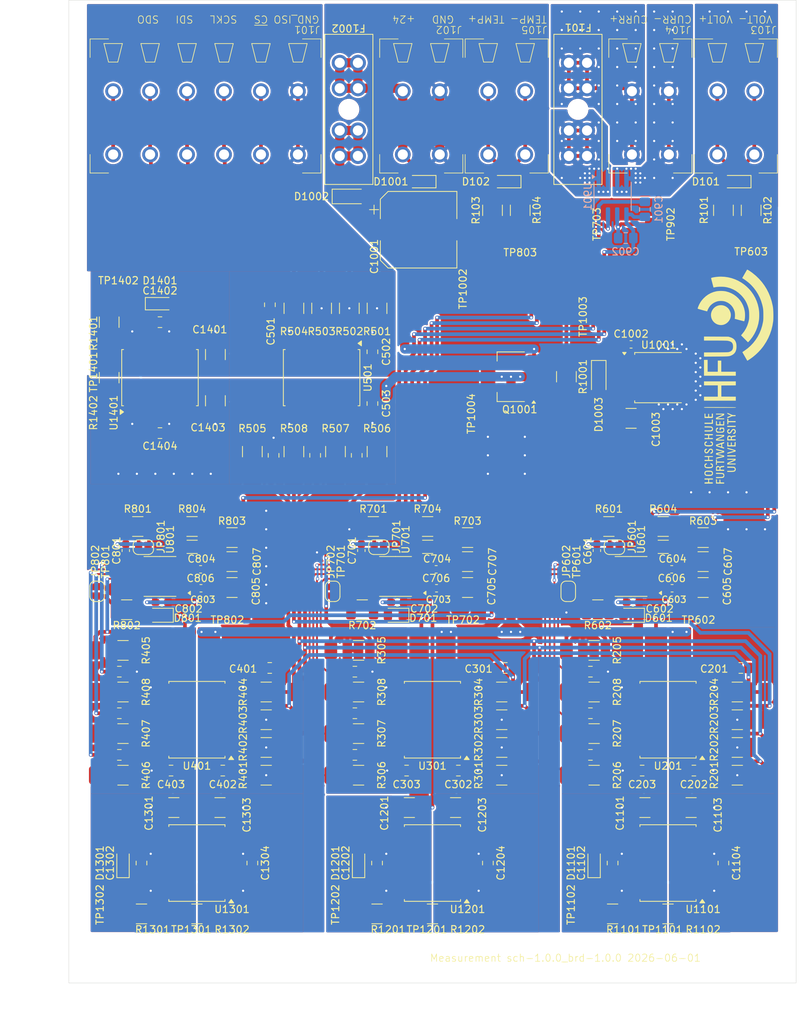
<source format=kicad_pcb>
(kicad_pcb (version 20240108) (generator "pcbnew") (generator_version "8.0")
  (title_block (title "Measurement") (date "2025-02-22") (rev "1.0.0") (company "Open Battery Tester") (comment 1 "Layout"))
  (layers (0 "F.Cu" mixed) (31 "B.Cu" mixed) (34 "B.Paste" user) (35 "F.Paste" user) (36 "B.SilkS" user "B.Silkscreen") (37 "F.SilkS" user "F.Silkscreen") (38 "B.Mask" user) (39 "F.Mask" user) (44 "Edge.Cuts" user))
  (property "sch_rev" "1.0.0")
  (net 0 "")
  (net 1 "/GND_ISO_U")
  (net 2 "/+5VA_ISO_U")
  (net 3 "GND")
  (net 4 "/SDIO1")
  (net 5 "+5VA")
  (net 6 "/adc/CONVST{slash}~{CS}")
  (net 7 "/adc/SCKL")
  (net 8 "/adc/SDI")
  (net 9 "/+5VA_ISO_I")
  (net 10 "/GND_ISO_I")
  (net 11 "/SDIO2")
  (net 12 "/adc1/CONVST{slash}~{CS}")
  (net 13 "/adc1/SCKL")
  (net 14 "/adc1/SDI")
  (net 15 "/+5VA_ISO_T")
  (net 16 "/GND_ISO_T")
  (net 17 "/SDO")
  (net 18 "/adc2/CONVST{slash}~{CS}")
  (net 19 "/adc2/SCKL")
  (net 20 "/adc2/SDI")
  (net 21 "/digital-interface3/GND_MASTER")
  (net 22 "/digital-interface3/+5VA_MASTER")
  (net 23 "/digital-interface3/SDO_MASTER")
  (net 24 "/~{CS}")
  (net 25 "/SCKL")
  (net 26 "/SDI")
  (net 27 "Net-(JP601-B)")
  (net 28 "Net-(U601-AIN_GND)")
  (net 29 "Net-(U601-AIN_P)")
  (net 30 "Net-(U601-REFIO)")
  (net 31 "Net-(U601-REFCAP)")
  (net 32 "Net-(JP701-B)")
  (net 33 "Net-(U701-AIN_P)")
  (net 34 "Net-(U701-AIN_GND)")
  (net 35 "Net-(U701-REFIO)")
  (net 36 "Net-(U701-REFCAP)")
  (net 37 "Net-(JP801-B)")
  (net 38 "Net-(U801-AIN_P)")
  (net 39 "Net-(U801-AIN_GND)")
  (net 40 "Net-(U801-REFIO)")
  (net 41 "Net-(U801-REFCAP)")
  (net 42 "/i-transduce/vzcr")
  (net 43 "+24V")
  (net 44 "Net-(D1003-K)")
  (net 45 "Net-(D101-A2)")
  (net 46 "Net-(D102-A2)")
  (net 47 "/digital-interface3/~{CS_MASTER}")
  (net 48 "/digital-interface3/SCKL_MASTER")
  (net 49 "/digital-interface3/SDI_MASTER")
  (net 50 "Net-(D601-A)")
  (net 51 "Net-(D701-A)")
  (net 52 "Net-(D801-A)")
  (net 53 "/power/IN")
  (net 54 "/i-transduce/in")
  (net 55 "Net-(J104-Pin_2)")
  (net 56 "unconnected-(J101-Pin_6-Pad6)")
  (net 57 "/i-transduce/out")
  (net 58 "Net-(JP602-B)")
  (net 59 "Net-(JP602-A)")
  (net 60 "Net-(JP702-B)")
  (net 61 "Net-(JP702-A)")
  (net 62 "Net-(JP802-A)")
  (net 63 "Net-(JP802-B)")
  (net 64 "/adc/AIN_P")
  (net 65 "/adc2/AIN_P")
  (net 66 "/digital-interface/sdo_iso_pin")
  (net 67 "/adc/SDO-0")
  (net 68 "/digital-interface/~{cs_pin}")
  (net 69 "/digital-interface/sckl_pin")
  (net 70 "/digital-interface/sdi_pin")
  (net 71 "/digital-interface1/sdo_iso_pin")
  (net 72 "/adc1/SDO-0")
  (net 73 "/digital-interface1/~{cs_pin}")
  (net 74 "/digital-interface1/sckl_pin")
  (net 75 "/digital-interface1/sdi_pin")
  (net 76 "/digital-interface2/sdo_iso_pin")
  (net 77 "/adc2/SDO-0")
  (net 78 "/digital-interface2/~{cs_pin}")
  (net 79 "/digital-interface2/sckl_pin")
  (net 80 "/digital-interface2/sdi_pin")
  (net 81 "/digital-interface3/sdo_iso_pin")
  (net 82 "/digital-interface3/~{cs_pin}")
  (net 83 "/digital-interface3/sckl_pin")
  (net 84 "/digital-interface3/sdi_pin")
  (net 85 "/adc1/AIN_P")
  (net 86 "/adc1/GND_ADC")
  (footprint "meas:SOIC-16W_7.5x10.3mm_P1.27mm" (layer "F.Cu") (at 167.615 138.842 180)
    (property "Reference" "U401")
    (property "Value" "Si8641BD-B-IS2")
  )
  (footprint "meas:C_1210_3225Metric_Pad1.33x2.70mm_HandSolder" (layer "F.Cu") (at 227.305 97.44 180)
    (property "Reference" "C1003")
    (property "Value" "10u")
  )
  (footprint "meas:C_0805_2012Metric_Pad1.18x1.45mm_HandSolder" (layer "F.Cu") (at 207.62 158.527 -90)
    (property "Reference" "C1204")
    (property "Value" "100n")
  )
  (footprint "meas:SOIC-16W_7.5x10.3mm_P1.27mm" (layer "F.Cu") (at 167.615 158.527 180)
    (property "Reference" "U1301")
    (property "Value" "R05C05TE05S")
  )
  (footprint "meas:D_SOD-123" (layer "F.Cu") (at 222.86 91.852 -90)
    (property "Reference" "D1003")
    (property "Value" "1N4148")
  )
  (footprint "meas:R_1210_3225Metric_Pad1.30x2.65mm_HandSolder" (layer "F.Cu") (at 188.57 82.327 -90)
    (property "Reference" "R502")
    (property "Value" "1M")
  )
  (footprint "meas:SOT-223-3_TabPin2" (layer "F.Cu") (at 210.795 91.725 180)
    (property "Reference" "Q1001")
    (property "Value" "DPLS350E")
  )
  (footprint "meas:C_0805_2012Metric_Pad1.18x1.45mm_HandSolder" (layer "F.Cu") (at 221.717 143.668 180)
    (property "Reference" "C204" (hide yes))
    (property "Value" "470p")
  )
  (footprint "meas:R_1210_3225Metric_Pad1.30x2.65mm_HandSolder" (layer "F.Cu") (at 189.84 135.032 180)
    (property "Reference" "R308")
    (property "Value" "100")
  )
  (footprint "meas:SOIC-16W_7.5x10.3mm_P1.27mm" (layer "F.Cu") (at 232.385 138.842 180)
    (property "Reference" "U201")
    (property "Value" "Si8641BD-B-IS2")
  )
  (footprint "meas:TP_0805_2012Metric" (layer "F.Cu") (at 156.185 165.512 90)
    (property "Reference" "TP1302")
    (property "Value" "~")
  )
  (footprint "meas:FuseHolder_Blade_ATO_Littelfuse_FLR_178.6165" (layer "F.Cu") (at 187.25 61.4 90)
    (property "Reference" "F1002")
    (property "Value" "Fuse_Socket")
  )
  (footprint "meas:R_1210_3225Metric_Pad1.30x2.65mm_HandSolder" (layer "F.Cu") (at 212.065 68.865 90)
    (property "Reference" "R104")
    (property "Value" "100k")
  )
  (footprint "meas:C_1206_3216Metric_Pad1.33x1.80mm_HandSolder" (layer "F.Cu") (at 199.345 115.093)
    (property "Reference" "C704")
    (property "Value" "47n")
  )
  (footprint "meas:C_0805_2012Metric_Pad1.18x1.45mm_HandSolder" (layer "F.Cu") (at 177.648 81.8405 90)
    (property "Reference" "C501")
    (property "Value" "470p")
  )
  (footprint "meas:C_1210_3225Metric_Pad1.33x2.70mm_HandSolder" (layer "F.Cu") (at 170.79 150.907 180)
    (property "Reference" "C1303")
    (property "Value" "10u")
  )
  (footprint "meas:D_SOD-123" (layer "F.Cu") (at 188.57 66.96)
    (property "Reference" "D1002")
    (property "Value" "1N4148")
  )
  (footprint "meas:C_0603_1608Metric_Pad1.08x0.95mm_HandSolder" (layer "F.Cu") (at 162.789 122.713 180)
    (property "Reference" "C802")
    (property "Value" "1u")
  )
  (footprint "meas:R_1210_3225Metric_Pad1.30x2.65mm_HandSolder" (layer "F.Cu") (at 241.91 146.462 180)
    (property "Reference" "R201")
    (property "Value" "1M")
  )
  (footprint "meas:TP_0805_2012Metric" (layer "F.Cu") (at 213.335 138.842 90)
    (property "Reference" "TP303" (hide yes))
    (property "Value" "~")
  )
  (footprint "meas:TP_0805_2012Metric" (layer "F.Cu") (at 175.235 105.822)
    (property "Reference" "TP508" (hide yes))
    (property "Value" "~" (hide yes))
  )
  (footprint "meas:C_0603_1608Metric_Pad1.08x0.95mm_HandSolder" (layer "F.Cu") (at 232.9438 120.7826 180)
    (property "Reference" "C603")
    (property "Value" "1u")
  )
  (footprint "meas:C_0603_1608Metric_Pad1.08x0.95mm_HandSolder" (layer "F.Cu") (at 222.606 115.601 -90)
    (property "Reference" "C601")
    (property "Value" "1u")
  )
  (footprint "meas:TP_0805_2012Metric" (layer "F.Cu") (at 180.95 138.842 90)
    (property "Reference" "TP403" (hide yes))
    (property "Value" "~")
  )
  (footprint "meas:R_1210_3225Metric_Pad1.30x2.65mm_HandSolder" (layer "F.Cu") (at 180.95 82.327 -90)
    (property "Reference" "R504")
    (property "Value" "100")
  )
  (footprint "meas:MountingHole_2.8mm" (layer "F.Cu") (at 155.55 171.43)
    (property "Reference" "REF**" (hide yes))
    (property "Value" "MountingHole_2.8mm" (hide yes))
  )
  (footprint "meas:TP_0805_2012Metric" (layer "F.Cu") (at 245.72 138.842 90)
    (property "Reference" "TP203" (hide yes))
    (property "Value" "~")
  )
  (footprint "meas:TP_0805_2012Metric" (layer "F.Cu") (at 189.078 120.935 180)
    (property "Reference" "TP701")
    (property "Value" "~")
  )
  (footprint "meas:TP_0805_2012Metric" (layer "F.Cu") (at 245.72 142.652 90)
    (property "Reference" "TP202" (hide yes))
    (property "Value" "~")
  )
  (footprint "meas:C_1210_3225Metric_Pad1.33x2.70mm_HandSolder" (layer "F.Cu") (at 203.175 150.907 180)
    (property "Reference" "C1203")
    (property "Value" "10u")
  )
  (footprint "meas:TP_0805_2012Metric" (layer "F.Cu") (at 171.425 123.475 180)
    (property "Reference" "TP802")
    (property "Value" "~")
  )
  (footprint "meas:C_1210_3225Metric_Pad1.33x2.70mm_HandSolder" (layer "F.Cu") (at 237.211 117.125 180)
    (property "Reference" "C607")
    (property "Value" "10u")
  )
  (footprint "meas:R_1210_3225Metric_Pad1.30x2.65mm_HandSolder" (layer "F.Cu") (at 190.348 123.729)
    (property "Reference" "R702")
    (property "Value" "10k")
  )
  (footprint "meas:C_0805_2012Metric_Pad1.18x1.45mm_HandSolder" (layer "F.Cu") (at 189.332 132.238 180)
    (property "Reference" "C306" (hide yes))
    (property "Value" "470p")
  )
  (footprint "meas:C_0805_2012Metric_Pad1.18x1.45mm_HandSolder" (layer "F.Cu") (at 191.745 88.296 -90)
    (property "Reference" "C502")
    (property "Value" "100n")
  )
  (footprint "meas:R_1210_3225Metric_Pad1.30x2.65mm_HandSolder" (layer "F.Cu") (at 177.14 138.842 180)
    (property "Reference" "R403")
    (property "Value" "1M")
  )
  (footprint "meas:TP_0805_2012Metric" (layer "F.Cu") (at 186.03 129.317 -90)
    (property "Reference" "TP308" (hide yes))
    (property "Value" "~" (hide yes))
  )
  (footprint "meas:TP_0805_2012Metric" (layer "F.Cu") (at 218.415 83.47)
    (property "Reference" "TP1003")
    (property "Value" "~")
  )
  (footprint "meas:TP_0805_2012Metric" (layer "F.Cu") (at 218.415 140.747 -90)
    (property "Reference" "TP206" (hide yes))
    (property "Value" "~" (hide yes))
  )
  (footprint "meas:SOIC-16W_7.5x10.3mm_P1.27mm" (layer "F.Cu") (at 232.385 158.527 180)
    (property "Reference" "U1101")
    (property "Value" "R05C05TE05S")
  )
  (footprint "meas:C_0805_2012Metric_Pad1.18x1.45mm_HandSolder" (layer "F.Cu") (at 221.717 132.238 180)
    (property "Reference" "C206" (hide yes))
    (property "Value" "470p")
  )
  (footprint "meas:R_1210_3225Metric_Pad1.30x2.65mm_HandSolder" (layer "F.Cu") (at 222.225 146.462 180)
    (property "Reference" "R206")
    (property "Value" "100")
  )
  (footprint "meas:C_0603_1608Metric_Pad1.08x0.95mm_HandSolder" (layer "F.Cu") (at 168.1738 120.7826 180)
    (property "Reference" "C803")
    (property "Value" "1u")
  )
  (footprint "meas:TP_0805_2012Metric" (layer "F.Cu") (at 180.95 146.462 90)
    (property "Reference" "TP401" (hide yes))
    (property "Value" "~")
  )
  (footprint "meas:D_SOD-323_HandSoldering" (layer "F.Cu") (at 189.84 158.527 90)
    (property "Reference" "D1201")
    (property "Value" "PDZ5.6B115")
  )
  (footprint "meas:TP_0805_2012Metric" (layer "F.Cu") (at 180.95 105.822)
    (property "Reference" "TP507" (hide yes))
    (property "Value" "~" (hide yes))
  )
  (footprint "meas:FuseHolder_Blade_ATO_Littelfuse_FLR_178.6165" (layer "F.Cu") (at 221.25 48.6 -90)
    (property "Reference" "F101")
    (property "Value" "Fuse_Socket")
  )
  (footprint "meas:C_0805_2012Metric_Pad1.18x1.45mm_HandSolder" (layer "F.Cu") (at 189.332 137.953 180)
    (property "Reference" "C305" (hide yes))
    (property "Value" "470p")
  )
  (footprint "meas:R_1210_3225Metric_Pad1.30x2.65mm_HandSolder" (layer "F.Cu") (at 209.525 146.462 180)
    (property "Reference" "R301")
    (property "Value" "1M")
  )
  (footprint "meas:TP_0805_2012Metric" (layer "F.Cu") (at 221.463 120.935 180)
    (property "Reference" "TP601")
    (property "Value" "~")
  )
  (footprint "meas:C_0805_2012Metric_Pad1.18x1.45mm_HandSolder" (layer "F.Cu") (at 175.235 158.527 -90)
    (property "Reference" "C1304")
    (property "Value" "100n")
  )
  (footprint "meas:R_1210_3225Metric_Pad1.30x2.65mm_HandSolder" (layer "F.Cu") (at 175.235 102.012 90)
    (property "Reference" "R505")
    (property "Value" "1M")
  )
  (footprint "meas:hfu-logo" (layer "F.Cu") (at 241.656 91.688 90)
    (property "Reference" "G***" (hide yes))
    (property "Value" "LOGO" (hide yes))
  )
  (footprint "meas:TP_0805_2012Metric" (layer "F.Cu") (at 230.48 70.77)
    (property "Reference" "TP902")
    (property "Value" "~")
  )
  (footprint "meas:R_1210_3225Metric_Pad1.30x2.65mm_HandSolder" (layer "F.Cu") (at 192.38 165.512)
    (property "Reference" "R1201")
    (property "Value" "330")
  )
  (footprint "meas:R_1210_3225Metric_Pad1.30x2.65mm_HandSolder" (layer "F.Cu") (at 177.14 142.652 180)
    (property "Reference" "R402")
    (property "Value" "1M")
  )
  (footprint "meas:C_0603_1608Metric_Pad1.08x0.95mm_HandSolder" (layer "F.Cu") (at 200.508 118.182 180)
    (property "Reference" "C706")
    (property "Value" "1u")
  )
  (footprint "meas:SolderJumper-2_P1.3mm_Open_RoundedPad1.0x1.5mm" (layer "F.Cu") (at 160.249 115.1438 180)
    (property "Reference" "JP801")
    (property "Value" "SolderJumper_2_Open")
  )
  (footprint "meas:C_1210_3225Metric_Pad1.33x2.70mm_HandSolder" (layer "F.Cu") (at 229.21 150.907)
    (property "Reference" "C1101")
    (property "Value" "10u")
  )
  (footprint "meas:C_1210_3225Metric_Pad1.33x2.70mm_HandSolder" (layer "F.Cu") (at 204.826 120.681 180)
    (property "Reference" "C705")
    (property "Value" "10u")
  )
  (footprint "meas:C_0805_2012Metric_Pad1.18x1.45mm_HandSolder" (layer "F.Cu") (at 159.995 158.527 -90)
    (property "Reference" "C1302")
    (property "Value" "100n")
  )
  (footprint "meas:R_1210_3225Metric_Pad1.30x2.65mm_HandSolder" (layer "F.Cu") (at 157.455 135.032 180)
    (property "Reference" "R408")
    (property "Value" "100")
  )
  (footprint "meas:TP_0805_2012Metric" (layer "F.Cu") (at 186.03 135.032 -90)
    (property "Reference" "TP307" (hide yes))
    (property "Value" "~" (hide yes))
  )
  (footprint "meas:C_0805_2012Metric_Pad1.18x1.45mm_HandSolder" (layer "F.Cu") (at 224.765 158.527 -90)
    (property "Reference" "C1102")
    (property "Value" "100n")
  )
  (footprint "meas:C_0805_2012Metric_Pad1.18x1.45mm_HandSolder" (layer "F.Cu") (at 156.947 137.953 180)
    (property "Reference" "C405" (hide yes))
    (property "Value" "470p")
  )
  (footprint "meas:R_1210_3225Metric_Pad1.30x2.65mm_HandSolder" (layer "F.Cu") (at 237.211 113.823)
    (property "Reference" "R603")
    (property "Value" "100")
  )
  (footprint "meas:R_1210_3225Metric_Pad1.30x2.65mm_HandSolder" (layer "F.Cu") (at 204.826 113.823)
    (property "Reference" "R703")
    (property "Value" "100")
  )
  (footprint "meas:C_0805_2012Metric_Pad1.18x1.45mm_HandSolder" (layer "F.Cu") (at 235.941 145.827 180)
    (property "Reference" "C202")
    (property "Value" "100n")
  )
  (footprint "meas:R_1210_3225Metric_Pad1.30x2.65mm_HandSolder" (layer "F.Cu") (at 192.38 102.012 -90)
    (property "Reference" "R506")
    (property "Value" "100")
  )
  (footprint "meas:TP_0805_2012Metric" (layer "F.Cu") (at 186.03 146.462 -90)
    (property "Reference" "TP305" (hide yes))
    (property "Value" "~" (hide yes))
  )
  (footprint "meas:C_0603_1608Metric_Pad1.08x0.95mm_HandSolder" (layer "F.Cu") (at 168.123 118.182 180)
    (property "Reference" "C806")
    (property "Value" "1u")
  )
  (footprint "meas:TP_0805_2012Metric" (layer "F.Cu") (at 155.55 80.422)
    (property "Reference" "TP1402")
    (property "Value" "~")
  )
  (footprint "meas:TP_0805_2012Metric" (layer "F.Cu") (at 153.645 129.317 -90)
    (property "Reference" "TP408" (hide yes))
    (property "Value" "~" (hide yes))
  )
  (footprint "meas:C_0805_2012Metric_Pad1.18x1.45mm_HandSolder" (layer "F.Cu") (at 203.556 145.827 180)
    (property "Reference" "C302")
    (property "Value" "100n")
  )
  (footprint "meas:TP_0805_2012Metric" (layer "F.Cu") (at 186.665 105.822)
    (property "Reference" "TP506" (hide yes))
    (property "Value" "~" (hide yes))
  )
  (footprint "meas:C_0805_2012Metric_Pad1.18x1.45mm_HandSolder" (layer "F.Cu") (at 191.745 95.408 90)
    (property "Reference" "C503")
    (property "Value" "100n")
  )
  (footprint "meas:R_1210_3225Metric_Pad1.30x2.65mm_HandSolder" (layer "F.Cu") (at 241.91 138.842 180)
    (property "Reference" "R203")
    (property "Value" "1M")
  )
  (footprint "meas:C_0805_2012Metric_Pad1.18x1.45mm_HandSolder" (layer "F.Cu") (at 183.871 102.52 -90)
    (property "Reference" "C505" (hide yes))
    (property "Value" "470p")
  )
  (footprint "meas:R_1210_3225Metric_Pad1.30x2.65mm_HandSolder" (layer "F.Cu") (at 222.733 123.729)
    (property "Reference" "R602")
    (property "Value" "10k")
  )
  (footprint "meas:C_0805_2012Metric_Pad1.18x1.45mm_HandSolder" (layer "F.Cu") (at 221.717 137.953 180)
    (property "Reference" "C205" (hide yes))
    (property "Value" "470p")
  )
  (footprint "meas:D_SOD-323_HandSoldering" (layer "F.Cu") (at 157.455 158.527 90)
    (property "Reference" "D1301")
    (property "Value" "PDZ5.6B115")
  )
  (footprint "meas:C_0805_2012Metric_Pad1.18x1.45mm_HandSolder" (layer "F.Cu") (at 242.3965 131.73)
    (property "Reference" "C201")
    (property "Value" "470p")
  )
  (footprint "meas:TP_0805_2012Metric" (layer "F.Cu") (at 192.38 78.517 180)
    (property "Reference" "TP501" (hide yes))
    (property "Value" "~")
  )
  (footprint "meas:TP_0805_2012Metric" (layer "F.Cu") (at 153.645 140.747 -90)
    (property "Reference" "TP406" (hide yes))
    (property "Value" "~" (hide yes))
  )
  (footprint "meas:R_1210_3225Metric_Pad1.30x2.65mm_HandSolder" (layer "F.Cu") (at 208.255 68.865 90)
    (property "Reference" "R103")
    (property "Value" "100k")
  )
  (footprint "meas:SolderJumper-2_P1.3mm_Open_RoundedPad1.0x1.5mm" (layer "F.Cu") (at 192.634 115.1438 180)
    (property "Reference" "JP701")
    (property "Value" "SolderJumper_2_Open")
  )
  (footprint "meas:R_1210_3225Metric_Pad1.30x2.65mm_HandSolder" (layer "F.Cu") (at 191.872 112.299 180)
    (property "Reference" "R701")
    (property "Value" "1k")
  )
  (footprint "meas:LED_0805_2012Metric_Pad1.15x1.40mm_HandSolder" (layer "F.Cu") (at 194.8975 124.491 180)
    (property "Reference" "D701")
    (property "Value" "LED")
  )
  (footprint "meas:R_1210_3225Metric_Pad1.30x2.65mm_HandSolder" (layer "F.Cu") (at 157.455 140.747 180)
    (property "Reference" "R407")
    (property "Value" "100")
  )
  (footprint "meas:D_SOD-323_HandSoldering" (layer "F.Cu") (at 198.476 64.928 180)
    (property "Reference" "D1001")
    (property "Value" "D_TVS")
  )
  (footprint "meas:R_1210_3225Metric_Pad1.30x2.65mm_HandSolder" (layer "F.Cu") (at 167.615 165.512)
    (property "Reference" "R1302")
    (property "Value" "1M")
  )
  (footprint "meas:TP_0805_2012Metric" (layer "F.Cu") (at 180.95 135.032 90)
    (property "Reference" "TP404" (hide yes))
    (property "Value" "~")
  )
  (footprint "meas:TP_0805_2012Metric" (layer "F.Cu") (at 228.575 165.512 90)
    (property "Reference" "TP1101")
    (property "Value" "~")
  )
  (footprint "meas:C_0805_2012Metric_Pad1.18x1.45mm_HandSolder" (layer "F.Cu") (at 156.947 132.238 180)
    (property "Reference" "C406" (hide yes))
    (property "Value" "470p")
  )
  (footprint "meas:TP_0805_2012Metric" (layer "F.Cu") (at 180.95 142.652 90)
    (property "Reference" "TP402" (hide yes))
    (property "Value" "~")
  )
  (footprint "meas:C_0805_2012Metric_Pad1.18x1.45mm_HandSolder" (layer "F.Cu") (at 156.947 143.668 180)
    (property "Reference" "C404" (hide yes))
    (property "Value" "470p")
  )
  (footprint "meas:C_1210_3225Metric_Pad1.33x2.70mm_HandSolder" (layer "F.Cu") (at 235.56 150.907 180)
    (property "Reference" "C1103")
    (property "Value" "10u")
  )
  (footprint "meas:R_1210_3225Metric_Pad1.30x2.65mm_HandSolder" (layer "F.Cu") (at 155.55 84.232 -90)
    (property "Reference" "R1401")
    (property "Value" "330")
  )
  (footprint "meas:R_1210_3225Metric_Pad1.30x2.65mm_HandSolder" (layer "F.Cu") (at 222.225 135.032 180)
    (property "Reference" "R208")
    (property "Value" "100")
  )
  (footprint "meas:TSSOP-16_4.4x5mm_P0.65mm" (layer "F.Cu") (at 194.92 119.157 180)
    (property "Reference" "U701")
    (property "Value" "ADS8665IPWR")
  )
  (footprint "meas:SolderJumper-2_P1.3mm_Open_RoundedPad1.0x1.5mm" (layer "F.Cu") (at 225.019 115.1438 180)
    (property "Reference" "JP601")
    (property "Value" "SolderJumper_2_Open")
  )
  (footprint "meas:TP_0805_2012Metric" (layer "F.Cu") (at 186.03 140.747 -90)
    (property "Reference" "TP306" (hide yes))
    (property "Value" "~" (hide yes))
  )
  (footprint "meas:PhoenixContact_TDPT_2,5_2-SP-5,08_1x02_P5.08mm_Horizontal" (layer "F.Cu") (at 212.75 61.2 180)
    (property "Reference" "J105")
    (property "Value" "Conn_01x02_Socket")
  )
  (footprint "meas:LED_0805_2012Metric_Pad1.15x1.40mm_HandSolder" (layer "F.Cu") (at 227.2825 124.491 180)
    (property "Reference" "D601")
    (property "Value" "LED")
  )
  (footprint "meas:C_0603_1608Metric_Pad1.08x0.95mm_HandSolder" (layer "F.Cu") (at 157.836 115.601 -90)
    (property "Reference" "C801")
    (property "Value" "1u")
  )
  (footprint "meas:CP_Elec_10x10" (layer "F.Cu") (at 198.095 71.532)
    (property "Reference" "C1001")
    (property "Value" "470u")
  )
  (footprint "meas:TP_0805_2012Metric" (layer "F.Cu") (at 213.335 142.652 90)
    (property "Reference" "TP302" (hide yes))
    (property "Value" "~")
  )
  (footprint "meas:R_1210_3225Metric_Pad1.30x2.65mm_HandSolder" (layer "F.Cu") (at 157.455 129.317)
    (property "Reference" "R405")
    (property "Value" "1M")
  )
  (footprint "meas:TP_0805_2012Metric" (layer "F.Cu") (at 245.72 135.032 90)
    (property "Reference" "TP204" (hide yes))
    (property "Value" "~")
  )
  (footprint "meas:SolderJumper-2_P1.3mm_Bridged-Soldermask-Paste_RoundedPad1.0x1.5mm" (layer "F.Cu") (at 153.899 121.204 90)
    (property "Reference" "JP802")
    (property "Value" "SolderJumper_2_Bridged")
  )
  (footprint "meas:TP_0805_2012Metric" (layer "F.Cu") (at 201.905 79.66)
    (property "Reference" "TP1002")
    (property "Value" "~")
  )
  (footprint "meas:TP_0805_2012Metric" (layer "F.Cu") (at 196.19 165.512 90)
    (property "Reference" "TP1201")
    (property "Value" "~")
  )
  (footprint "meas:TP_0805_2012Metric" (layer "F.Cu") (at 180.95 78.517 180)
    (property "Reference" "TP504" (hide yes))
    (property "Value" "~")
  )
  (footprint "meas:TP_0805_2012Metric" (layer "F.Cu") (at 213.335 146.462 90)
    (property "Reference" "TP301" (hide yes))
    (property "Value" "~")
  )
  (footprint "meas:TP_0805_2012Metric" (layer "F.Cu") (at 218.415 146.462 -90)
    (property "Reference" "TP205" (hide yes))
    (property "Value" "~" (hide yes))
  )
  (footprint "meas:C_0805_2012Metric_Pad1.18x1.45mm_HandSolder" (layer "F.Cu") (at 162.535 99.472 180)
    (property "Reference" "C1404")
    (property "Value" "100n")
  )
  (footprint "meas:TP_0805_2012Metric" (layer "F.Cu") (at 163.805 165.512 90)
    (property "Reference" "TP1301")
    (property "Value" "~")
  )
  (footprint "meas:C_1210_3225Metric_Pad1.33x2.70mm_HandSolder" (layer "F.Cu") (at 204.826 117.125 180)
    (property "Reference" "C707")
    (property "Value" "10u")
  )
  (footprint "meas:R_1210_3225Metric_Pad1.30x2.65mm_HandSolder" (layer "F.Cu") (at 159.995 165.512)
    (property "Reference" "R1301")
    (property "Value" "330")
  )
  (footprint "meas:TP_0805_2012Metric" (layer "F.Cu") (at 220.32 70.77)
    (property "Reference" "TP703")
    (property "Value" "~")
  )
  (footprint "meas:TP_0805_2012Metric" (layer "F.Cu") (at 203.81 123.475 180)
    (property "Reference" "TP702")
    (property "Value" "~")
  )
  (footprint "meas:R_1210_3225Metric_Pad1.30x2.65mm_HandSolder" (layer "F.Cu") (at 200 165.512)
    (property "Reference" "R1202")
    (property "Value" "1M")
  )
  (footprint "meas:SolderJumper-2_P1.3mm_Bridged-Soldermask-Paste_RoundedPad1.0x1.5mm" (layer "F.Cu") (at 186.284 121.204 90)
    (property "Reference" "JP702")
    (property "Value" "SolderJumper_2_Bridged")
  )
  (footprint "meas:TP_0805_2012Metric" (layer "F.Cu") (at 213.335 135.032 90)
    (property "Reference" "TP304" (hide yes))
    (property "Value" "~")
  )
  (footprint "meas:TSSOP-16_4.4x5mm_P0.65mm" (layer "F.Cu") (at 227.305 119.157 180)
    (property "Reference" "U601")
    (property "Value" "ADS8665IPWR")
  )
  (footprint "meas:R_1210_3225Metric_Pad1.30x2.65mm_HandSolder" (layer "F.Cu") (at 172.441 113.823)
    (property "Reference" "R803")
    (property "Value" "100")
  )
  (footprint "meas:R_1210_3225Metric_Pad1.30x2.65mm_HandSolder" (layer "F.Cu") (at 192.38 82.327 -90)
    (property "Reference" "R501")
    (property "Value" "1M")
  )
  (footprint "meas:TO-252-2" (layer "F.Cu") (at 231.115 91.852)
    (property "Reference" "U1001")
    (property "Value" "MC7805")
  )
  (footprint "meas:SOIC-16W_7.5x10.3mm_P1.27mm" (layer "F.Cu") (at 200 158.527 180)
    (property "Reference" "U1201")
    (property "Value" "R05C05TE05S")
  )
  (footprint "meas:C_1210_3225Metric_Pad1.33x2.70mm_HandSolder" (layer "F.Cu") (at 172.441 120.681 180)
    (property "Reference" "C805")
    (property "Value" "10u")
  )
  (footprint "meas:C_1206_3216Metric_Pad1.33x1.80mm_HandSolder" (layer "F.Cu") (at 231.73 115.093)
    (property "Reference" "C604")
    (property "Value" "47n")
  )
  (footprint "meas:R_1210_3225Metric_Pad1.30x2.65mm_HandSolder" (layer "F.Cu") (at 166.9475 112.299 180)
    (property "Reference" "R804")
    (property "Value" "100")
  )
  (footprint "meas:TP_0805_2012Metric" (layer "F.Cu") (at 243.815 72.675)
    (property "Reference" "TP603")
    (property "Value" "~")
  )
  (footprint "meas:C_1210_3225Metric_Pad1.33x2.70mm_HandSolder" (layer "F.Cu") (at 170.155 95.027 90)
    (property "Reference" "C1403")
    (property "Value" "10u")
  )
  (footprint "meas:C_0805_2012Metric_Pad1.18x1.45mm_HandSolder" (layer "F.Cu") (at 240.005 158.527 -90)
    (property "Reference" "C1104")
    (property "Value" "100n")
  )
  (footprint "meas:C_0603_1608Metric_Pad1.08x0.95mm_HandSolder" (layer "F.Cu") (at 200.5588 120.7826 180)
    (property "Reference" "C703")
    (property "Value" "1u")
  )
  (footprint "meas:R_1210_3225Metric_Pad1.30x2.65mm_HandSolder" (layer "F.Cu") (at 209.525 142.652 180)
    (property "Reference" "R302")
    (property "Value" "1M")
  )
  (footprint "meas:C_1210_3225Metric_Pad1.33x2.70mm_HandSolder" (layer "F.Cu") (at 237.211 120.681 180)
    (property "Reference" "C605")
    (property "Value" "10u")
  )
  (footprint "meas:R_1210_3225Metric_Pad1.30x2.65mm_HandSolder" (layer "F.Cu") (at 241.91 142.652 180)
    (property "Reference" "R202")
    (property "Value" "1M")
  )
  (footprint "meas:TP_0805_2012Metric" (layer "F.Cu") (at 245.72 146.462 90)
    (property "Reference" "TP201" (hide yes))
    (property "Value" "~")
  )
  (footprint "meas:MountingHole_2.8mm" (layer "F.Cu") (at 244.45 171.43)
    (property "Reference" "REF**" (hide yes))
    (property "Value" "MountingHole_2.8mm" (hide yes))
  )
  (footprint "meas:R_1210_3225Metric_Pad1.30x2.65mm_HandSolder" (layer "F.Cu") (at 209.525 138.842 180)
    (property "Reference" "R303")
    (property "Value" "1M")
  )
  (footprint "meas:C_1210_3225Metric_Pad1.33x2.70mm_HandSolder" (layer "F.Cu") (at 170.155 88.677 -90)
    (property "Reference" "C1401")
    (property "Value" "10u")
  )
  (footprint "meas:R_1210_3225Metric_Pad1.30x2.65mm_HandSolder" (layer "F.Cu") (at 222.225 140.747 180)
    (property "Reference" "R207")
    (property "Value" "100")
  )
  (footprint "meas:R_1210_3225Metric_Pad1.30x2.65mm_HandSolder" (layer "F.Cu") (at 224.257 112.299 180)
    (property "Reference" "R601")
    (property "Value" "1k")
  )
  (footprint "meas:R_1210_3225Metric_Pad1.30x2.65mm_HandSolder" (layer "F.Cu") (at 189.84 140.747 180)
    (property "Reference" "R307")
    (property "Value" "100")
  )
  (footprint "meas:TP_0805_2012Metric" (layer "F.Cu") (at 188.57 78.517 180)
    (property "Reference" "TP502" (hide yes))
    (property "Value" "~")
  )
  (footprint "meas:TP_0805_2012Metric" (layer "F.Cu") (at 153.645 146.462 -90)
    (property "Reference" "TP405" (hide yes))
    (property "Value" "~" (hide yes))
  )
  (footprint "meas:PhoenixContact_TDPT_2,5_6-SP-5,08_1x06_P5.08mm_Horizontal" (layer "F.Cu") (at 181.5 61.2 180)
    (property "Reference" "J101")
    (property "Value" "Conn_01x06_Socket")
  )
  (footprint "meas:TP_0805_2012Metric" (layer "F.Cu") (at 156.693 120.935 180)
    (property "Reference" "TP801")
    (property "Value" "~")
  )
  (footprint "meas:TP_0805_2012Metric" (layer "F.Cu") (at 218.415 135.032 -90)
    (property "Reference" "TP207" (hide yes))
    (property "Value" "~" (hide yes))
  )
  (footprint "meas:TSSOP-16_4.4x5mm_P0.65mm" (layer "F.Cu") (at 162.535 119.157 180)
    (property "Reference" "U801")
    (property "Value" "ADS8665IPWR")
  )
  (footprint "meas:TP_0805_2012Metric" (layer "F.Cu") (at 184.76 78.517 180)
    (property "Reference" "TP503" (hide yes))
    (property "Value" "~")
  )
  (footprint "meas:R_1210_3225Metric_Pad1.30x2.65mm_HandSolder" (layer "F.Cu") (at 241.91 135.032 180)
    (property "Reference" "R204")
    (property "Value" "100")
  )
  (footprint "meas:D_SOD-323_HandSoldering" (layer "F.Cu") (at 222.225 158.527 90)
    (property "Reference" "D1101")
    (property "Value" "PDZ5.6B115")
  )
  (footprint "meas:R_1210_3225Metric_Pad1.30x2.65mm_HandSolder" (layer "F.Cu") (at 157.963 123.729)
    (property "Reference" "R802")
    (property "Value" "10k")
  )
  (footprint "meas:R_1210_3225Metric_Pad1.30x2.65mm_HandSolder" (layer "F.Cu") (at 180.95 102.012 -90)
    (property "Reference" "R508")
    (property "Value" "100")
  )
  (footprint "meas:C_0603_1608Metric_Pad1.08x0.95mm_HandSolder" (layer "F.Cu") (at 227.305 87.28 180)
    (property "Reference" "C1002")
    (property "Value" "1u")
  )
  (footprint "meas:R_1210_3225Metric_Pad1.30x2.65mm_HandSolder" (layer "F.Cu") (at 177.14 146.462 180)
    (property "Reference" "R401")
    (property "Value" "1M")
  )
  (footprint "meas:C_0805_2012Metric_Pad1.18x1.45mm_HandSolder" (layer "F.Cu") (at 210.0115 131.73)
    (property "Reference" "C301")
    (property "Value" "470p")
  )
  (footprint "meas:C_1210_3225Metric_Pad1.33x2.70mm_HandSolder" (layer "F.Cu") (at 196.825 150.907)
    (property "Reference" "C1201")
    (property "Value" "10u")
  )
  (footprint "meas:C_1210_3225Metric_Pad1.33x2.70mm_HandSolder" (layer "F.Cu") (at 164.44 150.907)
    (property "Reference" "C1301")
    (property "Value" "10u")
  )
  (footprint "meas:TP_0805_2012Metric" (layer "F.Cu") (at 188.57 165.512 90)
    (property "Reference" "TP1202")
    (property "Value" "~")
  )
  (footprint "meas:TP_0805_2012Metric" (layer "F.Cu") (at 207.62 96.805 180)
    (property "Reference" "TP1004")
    (property "Value" "~")
  )
  (footprint "meas:C_0805_2012Metric_Pad1.18x1.45mm_HandSolder" (layer "F.Cu") (at 196.444 145.827)
    (property "Reference" "C303")
    (property "Value" "100n")
  )
  (footprint "meas:R_1210_3225Metric_Pad1.30x2.65mm_HandSolder" (layer "F.Cu") (at 157.455 146.462 180)
    (property "Reference" "R406")
    (property "Value" "100")
  )
  (footprint "meas:D_SOD-323_HandSoldering" (layer "F.Cu") (at 210.16 64.928 180)
    (property "Reference" "D102")
    (property "Value" "D_TVS")
  )
  (footprint "meas:D_SOD-323_HandSoldering" (layer "F.Cu") (at 162.535 81.692)
    (property "Reference" "D1401")
    (property "Value" "PDZ5.6B115")
  )
  (footprint "meas:C_0805_2012Metric_Pad1.18x1.45mm_HandSolder" (layer "F.Cu") (at 177.6265 131.73)
    (property "Reference" "C401")
    (property "Value" "470p")
  )
  (footprint "meas:C_0805_2012Metric_Pad1.18x1.45mm_HandSolder" (layer "F.Cu") (at 189.332 143.668 180)
    (property "Reference" "C304" (hide yes))
    (property "Value" "470p")
  )
  (footprint "meas:C_1210_3225Metric_Pad1.33x2.70mm_HandSolder" (layer "F.Cu") (at 172.441 117.125 180)
    (property "Reference" "C807")
    (property "Value" "10u")
  )
  (footprint "meas:R_1210_3225Metric_Pad1.30x2.65mm_HandSolder" (layer "F.Cu") (at 222.225 129.317)
    (property "Reference" "R205")
    (property "Value" "1M")
  )
  (footprint "meas:R_1210_3225Metric_Pad1.30x2.65mm_HandSolder" (layer "F.Cu") (at 177.14 135.032 180)
    (property "Reference" "R404")
    (property "Value" "100")
  )
  (footprint "meas:C_0805_2012Metric_Pad1.18x1.45mm_HandSolder" (layer "F.Cu") (at 162.535 84.232 180)
    (property "Reference" "C1402")
    (property "Value" "100n")
  )
  (footprint "meas:R_1210_3225Metric_Pad1.30x2.65mm_HandSolder" (layer "F.Cu") (at 243.815 68.865 -90)
    (property "Reference" "R102")
    (property "Value" "0")
  )
  (footprint "meas:SOIC-16W_7.5x10.3mm_P1.27mm" (layer "F.Cu") (at 162.535 91.852 90)
    (property "Reference" "U1401")
    (property "Value" "R05C05TE05S")
  )
  (footprint "meas:C_0805_2012Metric_Pad1.18x1.45mm_HandSolder" (layer "F.Cu") (at 228.829 145.827)
    (property "Reference" "C203")
    (property "Value" "100n")
  )
  (footprint "meas:R_1210_3225Metric_Pad1.30x2.65mm_HandSolder" (layer "F.Cu") (at 189.84 146.462 180)
    (property "Reference" "R306")
    (property "Value" "100")
  )
  (footprint "meas:C_0603_1608Metric_Pad1.08x0.95mm_HandSolder" (layer "F.Cu") (at 232.893 118.182 180)
    (property "Reference" "C606")
    (property "Value" "1u")
  )
  (footprint "meas:R_1210_3225Metric_Pad1.30x2.65mm_HandSolder" (layer "F.Cu") (at 189.84 129.317)
    (property "Reference" "R305")
    (property "Value" "1M")
  )
  (footprint "meas:C_0805_2012Metric_Pad1.18x1.45mm_HandSolder" (layer "F.Cu") (at 164.059 145.827)
    (property "Reference" "C403")
    (property "Value" "100n")
  )
  (footprint "meas:R_1210_3225Metric_Pad1.30x2.65mm_HandSolder" (layer "F.Cu") (at 184.76 82.327 -90)
    (property "Reference" "R503")
    (property "Value" "1M")
  )
  (footprint "meas:TP_0805_2012Metric" (layer "F.Cu") (at 155.55 88.042)
    (property "Reference" "TP1401")
    (property "Value" "~")
  )
  (footprint "meas:R_1210_3225Metric_Pad1.30x2.65mm_HandSolder" (layer "F.Cu") (at 232.385 165.512)
    (property "Reference" "R1102")
    (property "Value" "1M")
  )
  (footprint "meas:R_1210_3225Metric_Pad1.30x2.65mm_HandSolder" (layer "F.Cu") (at 209.525 135.032 180)
    (property "Reference" "R304")
    (property "Value" "100")
  )
  (footprint "meas:R_1210_3225Metric_Pad1.30x2.65mm_HandSolder" (layer "F.Cu") (at 218.415 91.725 -90)
    (property "Reference" "R1001")
    (property "Value" "5R9")
  )
  (footprint "meas:R_1210_3225Metric_Pad1.30x2.65mm_HandSolder" (layer "F.Cu") (at 240.005 68.865 -90)
    (property "Reference" "R101")
    (property "Value" "0")
  )
  (footprint "meas:R_1210_3225Metric_Pad1.30x2.65mm_HandSolder" (layer "F.Cu") (at 231.7175 112.299 180)
    (property "Reference" "R604")
    (property "Value" "100")
  )
  (footprint "meas:C_0603_1608Metric_Pad1.08x0.95mm_HandSolder" (layer "F.Cu") (at 227.559 122.713 180)
    (property "Reference" "C602")
    (property "Value" "1u")
  )
  (footprint "meas:C_0805_2012Metric_Pad1.18x1.45mm_HandSolder" (layer "F.Cu") (at 171.171 145.827 180)
    (property "Reference" "C402")
    (property "Value" "100n")
  )
  (footprint "meas:C_1206_3216Metric_Pad1.33x1.80mm_HandSolder" (layer "F.Cu") (at 166.96 115.093)
    (property "Reference" "C804")
    (property "Value" "47n")
  )
  (footprint "meas:R_1210_3225Metric_Pad1.30x2.65mm_HandSolder" (layer "F.Cu") (at 155.55 91.852 -90)
    (property "Reference" "R1402")
    (property "Value" "1M")
  )
  (footprint "meas:C_0603_1608Metric_Pad1.08x0.95mm_HandSolder" (layer "F.Cu") (at 190.221 115.601 -90)
    (property "Reference" "C701")
    (property "Value" "1u")
  )
  (footprint "meas:C_0805_2012Metric_Pad1.18x1.45mm_HandSolder" (layer "F.Cu") (at 178.156 102.52 -90)
    (property "Reference" "C506" (hide yes))
    (property "Value" "470p")
  )
  (footprint "meas:TP_0805_2012Metric" (layer "F.Cu") (at 192.38 105.822)
    (property "Reference" "TP505" (hide yes))
    (property "Value" "~" (hide yes))
  )
  (footprint "meas:LED_0805_2012Metric_Pad1.15x1.40mm_HandSolder" (layer "F.Cu") (at 162.5125 124.491 180)
    (property "Reference" "D801")
    (property "Value" "LED")
  )
  (footprint "meas:PhoenixContact_TDPT_2,5_2-SP-5,08_1x02_P5.08mm_Horizontal" (layer "F.Cu") (at 232.5 61.2 180)
    (property "Reference" "J104")
    (property "Value" "Conn_01x02_Socket")
  )
  (footprint "meas:TP_0805_2012Metric" (layer "F.Cu") (at 218.415 129.317 -90)
    (property "Reference" "TP208" (hide yes))
    (property "Value" "~" (hide yes))
  )
  (footprint "meas:R_1210_3225Metric_Pad1.30x2.65mm_HandSolder" (layer "F.Cu") (at 224.765 165.512)
    (property "Reference" "R1101")
    (property "Value" "330")
  )
  (footprint "meas:TP_0805_2012Metric" (layer "F.Cu") (at 212.065 72.675)
    (property "Reference" "TP803")
    (property "Value" "~")
  )
  (footprint "meas:R_1210_3225Metric_Pad1.30x2.65mm_HandSolder" (layer "F.Cu") (at 186.665 102.012 -90)
    (property "Reference" "R507")
    (property "Value" "100")
  )
  (footprint "meas:TP_0805_2012Metric" (layer "F.Cu") (at 153.645 135.032 -90)
    (property "Reference" "TP407" (hide yes))
    (property "Value" "~" (hide yes))
  )
  (footprint "meas:R_1210_3225Metric_Pad1.30x2.65mm_HandSolder" (layer "F.Cu") (at 159.487 112.299 180)
    (property "Reference" "R801")
    (property "Value" "1k")
  )
  (footprint "meas:SOIC-16W_7.5x10.3mm_P1.27mm" (layer "F.Cu") (at 200 138.842 180)
    (property "Reference" "U301")
    (property "Value" "Si8641BD-B-IS2")
  )
  (footprint "meas:C_0805_2012Metric_Pad1.18x1.45mm_HandSolder" (layer "F.Cu") (at 189.586 102.52 -90)
    (property "Reference" "C504" (hide yes))
    (property "Value" "470p")
  )
  (footprint "meas:D_SOD-323_HandSoldering" (layer "F.Cu") (at 241.783 64.928 180)
    (property "Reference" "D101")
    (property "Value" "D_TVS")
  )
  (footprint "meas:SolderJumper-2_P1.3mm_Bridged-Soldermask-Paste_RoundedPad1.0x1.5mm" (layer "F.Cu") (at 218.669 121.204 90)
    (property "Reference" "JP602")
    (property "Value" "SolderJumper_2_Bridged")
  )
  (footprint "meas:C_0603_1608Metric_Pad1.08x0.95mm_HandSolder" (layer "F.Cu") (at 195.174 122.713 180)
    (property "Reference" "C702")
    (property "Value" "1u")
  )
  (footprint "meas:TP_0805_2012Metric" (layer "F.Cu") (at 236.195 123.475 180)
    (property "Reference" "TP602")
    (property "Value" "~")
  )
  (footprint "meas:TP_0805_2012Metric" (layer "F.Cu") (at 220.955 165.512 90)
    (property "Reference" "TP1102")
    (property "Value" "~")
  )
  (footprint "meas:R_1210_3225Metric_Pad1.30x2.65mm_HandSolder" (layer "F.Cu") (at 199.3325 112.299 180)
    (property "Reference" "R704")
    (property "Value" "100")
  )
  (footprint "meas:C_0805_2012Metric_Pad1.18x1.45mm_HandSolder" (layer "F.Cu") (at 192.38 158.527 -90)
    (property "Reference" "C1202")
    (property "Value" "100n")
  )
  (footprint "meas:PhoenixContact_TDPT_2,5_2-SP-5,08_1x02_P5.08mm_Horizontal" (layer "F.Cu") (at 244.25 61.2 180)
    (property "Reference" "J103")
    (property "Value" "Conn_01x02_Socket")
  )
  (footprint "meas:PhoenixContact_TDPT_2,5_2-SP-5,08_1x02_P5.08mm_Horizontal" (layer "F.Cu") (at 201 61.2 180)
    (property "Reference" "J102")
    (property "Value" "Conn_01x02_Socket")
  )
  (footprint "meas:SOIC-16W_7.5x10.3mm_P1.27mm" (layer "F.Cu") (at 184.76 91.852 -90)
    (property "Reference" "U501")
    (property "Value" "Si8641BD-B-IS2")
  )
  (footprint "meas:SOIC-8_3.9x4.9mm_P1.27mm" (layer "B.Cu") (at 224.765 66.96 -90)
    (property "Reference" "U901")
    (property "Value" "ACS730xLCTR-20AB")
  )
  (footprint "meas:C_0805_2012Metric_Pad1.18x1.45mm_HandSolder" (layer "B.Cu") (at 229.21 68.738 90)
    (property "Reference" "C901")
    (property "Value" "100n")
  )
  (footprint "meas:C_0805_2012Metric_Pad1.18x1.45mm_HandSolder" (layer "B.Cu") (at 226.57 72.675)
    (property "Reference" "C902")
    (property "Value" "1n")
  )
  (gr_rect (start 150 40) (end 250 175) (stroke (width 0.05)) (fill none) (layer "Edge.Cuts"))
  (gr_text "CURR- CURR+" (at 229.972 42.031 180) (layer "F.SilkS") (effects (font (size 1 1) (thickness 0.1)) (justify bottom)))
  (gr_text "${TITLE} sch-${sch_rev}_brd-${REVISION} ${CURRENT_DATE}" (at 236.957 171.571 0) (layer "F.SilkS") (effects (font (size 1 1) (thickness 0.1)) (justify right)))
  (gr_text "GND   +24" (at 198.73 42.031 180) (layer "F.SilkS") (effects (font (size 1 1) (thickness 0.1)) (justify bottom)))
  (gr_text "TEMP- TEMP+" (at 210.287 42.031 180) (layer "F.SilkS") (effects (font (size 1 1) (thickness 0.1)) (justify bottom)))
  (gr_text "VOLT- VOLT+" (at 241.656 42.031 180) (layer "F.SilkS") (effects (font (size 1 1) (thickness 0.1)) (justify bottom)))
  (gr_text "GND_ISO ~{CS}   SCKL   SDI   SDO" (at 184.506 42.031 180) (layer "F.SilkS") (effects (font (size 1 1) (thickness 0.1)) (justify left bottom)))
  (segment (start 222.225 157.277) (end 223.368 157.277) (width 0.508) (layer "F.Cu") (net 1))
  (segment (start 226.162 145.827) (end 226.924 145.827) (width 0.508) (layer "F.Cu") (net 1))
  (segment (start 230.1675 121.432) (end 228.84 121.432) (width 0.254) (layer "F.Cu") (net 1))
  (segment (start 228.1675 122.1045) (end 228.4215 121.8505) (width 0.254) (layer "F.Cu") (net 1))
  (segment (start 227.735 162.972) (end 227.735 161.702) (width 0.508) (layer "F.Cu") (net 1))
  (segment (start 227.735 156.622) (end 227.735 157.892) (width 0.508) (layer "F.Cu") (net 1))
  (segment (start 228.3075 127.0175) (end 228.321 127.031) (width 0.508) (layer "F.Cu") (net 1))
  (segment (start 230.1675 112.299) (end 228.575 112.299) (width 0.508) (layer "F.Cu") (net 1))
  (segment (start 227.735 142.017) (end 226.543 142.017) (width 0.508) (layer "F.Cu") (net 1))
  (segment (start 232.9503 119.9768) (end 233.7555 120.782) (width 0.254) (layer "F.Cu") (net 1))
  (segment (start 230.1675 118.832) (end 231.33357 118.832) (width 0.254) (layer "F.Cu") (net 1))
  (segment (start 220.675 129.317) (end 221.59 129.317) (width 0.508) (layer "F.Cu") (net 1))
  (segment (start 244.25 52.5) (end 244.25 61.2) (width 0.508) (layer "F.Cu") (net 1))
  (segment (start 243.033 62.417) (end 244.25 61.2) (width 0.508) (layer "F.Cu") (net 1))
  (segment (start 228.788 120.132) (end 230.1675 120.132) (width 0.254) (layer "F.Cu") (net 1))
  (segment (start 226.543 156.622) (end 226.035 157.13) (width 0.508) (layer "F.Cu") (net 1))
  (segment (start 224.765 148.367) (end 226.162 146.97) (width 0.508) (layer "F.Cu") (net 1))
  (segment (start 226.543 142.017) (end 226.162 142.398) (width 0.508) (layer "F.Cu") (net 1))
  (segment (start 236.957 118.903) (end 238.735 118.903) (width 0.254) (layer "F.Cu") (net 1))
  (segment (start 228.3075 124.491) (end 230.099 124.491) (width 0.508) (layer "F.Cu") (net 1))
  (segment (start 222.225 131.7085) (end 222.7545 132.238) (width 0.508) (layer "F.Cu") (net 1))
  (segment (start 245.44 67.315) (end 246.99 68.865) (width 0.508) (layer "F.Cu") (net 1))
  (segment (start 226.162 146.97) (end 226.162 145.827) (width 0.508) (layer "F.Cu") (net 1))
  (segment (start 226.162 146.589) (end 226.162 146.97) (width 0.508) (layer "F.Cu") (net 1))
  (segment (start 222.606 114.7385) (end 221.4895 114.7385) (width 0.508) (layer "F.Cu") (net 1))
  (segment (start 226.924 145.827) (end 227.77 145.827) (width 0.508) (layer "F.Cu") (net 1))
  (segment (start 226.162 142.398) (end 226.162 145.065) (width 0.508) (layer "F.Cu") (net 1))
  (segment (start 230.1675 110.5795) (end 230.1675 112.299) (width 0.508) (layer "F.Cu") (net 1))
  (segment (start 225.781 154.082) (end 224.765 155.098) (width 0.508) (layer "F.Cu") (net 1))
  (segment (start 227.735 156.622) (end 226.543 156.622) (width 0.508) (layer "F.Cu") (net 1))
  (segment (start 225.6755 157.4895) (end 224.765 157.4895) (width 0.508) (layer "F.Cu") (net 1))
  (segment (start 231.33357 118.832) (end 231.48877 118.9872) (width 0.254) (layer "F.Cu") (net 1))
  (segment (start 227.735 134.397) (end 226.035 134.397) (width 0.508) (layer "F.Cu") (net 1))
  (segment (start 228.1675 122.713) (end 228.1675 124.351) (width 0.254) (layer "F.Cu") (net 1))
  (segment (start 222.225 147.732) (end 222.86 148.367) (width 0.508) (layer "F.Cu") (net 1))
  (segment (start 226.924 145.827) (end 226.162 146.589) (width 0.508) (layer "F.Cu") (net 1))
  (segment (start 224.13 132.238) (end 222.7545 132.238) (width 0.508) (layer "F.Cu") (net 1))
  (segment (start 227.735 154.082) (end 227.735 150.9945) (width 0.508) (layer "F.Cu") (net 1))
  (segment (start 228.1675 122.1045) (end 228.1675 122.713) (width 0.254) (layer "F.Cu") (net 1))
  (segment (start 222.7545 132.238) (end 222.225 132.7675) (width 0.508) (layer "F.Cu") (net 1))
  (segment (start 231.48877 118.9872) (end 232.9503 118.9872) (width 0.254) (layer "F.Cu") (net 1))
  (segment (start 238.7735 120.681) (end 238.7735 117.125) (width 0.508) (layer "F.Cu") (net 1))
  (segment (start 228.575 112.299) (end 228.575 118.903) (width 0.508) (layer "F.Cu") (net 1))
  (segment (start 224.765 155.098) (end 224.765 157.4895) (width 0.508) (layer "F.Cu") (net 1))
  (segment (start 226.035 157.257) (end 225.908 157.257) (width 0.508) (layer "F.Cu") (net 1))
  (segment (start 222.7545 143.668) (end 222.225 143.1385) (width 0.508) (layer "F.Cu") (net 1))
  (segment (start 226.078 157.892) (end 225.6755 157.4895) (width 0.508) (layer "F.Cu") (net 1))
  (segment (start 223.368 157.277) (end 223.5805 157.4895) (width 0.508) (layer "F.Cu") (net 1))
  (segment (start 226.162 145.065) (end 226.924 145.827) (width 0.508) (layer "F.Cu") (net 1))
  (segment (start 243.033 64.928) (end 243.033 66.533) (width 0.508) (layer "F.Cu") (net 1))
  (segment (start 228.575 119.919) (end 228.788 120.132) (width 0.254) (layer "F.Cu") (net 1))
  (segment (start 233.7555 118.182) (end 234.4765 118.903) (width 0.254) (layer "F.Cu") (net 1))
  (segment (start 230.1675 120.132) (end 231.33357 120.132) (width 0.254) (layer "F.Cu") (net 1))
  (segment (start 228.646 118.832) (end 228.575 118.903) (width 0.254) (layer "F.Cu") (net 1))
  (segment (start 232.9503 118.9872) (end 233.7555 118.182) (width 0.254) (layer "F.Cu") (net 1))
  (segment (start 228.84 121.432) (end 228.4215 121.8505) (width 0.254) (layer "F.Cu") (net 1))
  (segment (start 222.225 144.1975) (end 222.225 147.732) (width 0.508) (layer "F.Cu") (net 1))
  (segment (start 221.4895 114.7385) (end 221.463 114.712) (width 0.508) (layer "F.Cu") (net 1))
  (segment (start 230.48 110.267) (end 230.1675 110.5795) (width 0.508) (layer "F.Cu") (net 1))
  (segment (start 222.225 132.7675) (end 222.225 137.4235) (width 0.508) (layer "F.Cu") (net 1))
  (segment (start 223.5805 157.4895) (end 224.765 157.4895) (width 0.508) (layer "F.Cu") (net 1))
  (segment (start 243.033 64.928) (end 243.033 62.417) (width 0.508) (layer "F.Cu") (net 1))
  (segment (start 222.225 129.952) (end 222.225 131.7085) (width 0.508) (layer "F.Cu") (net 1))
  (segment (start 225.908 157.257) (end 225.6755 157.4895) (width 0.508) (layer "F.Cu") (net 1))
  (segment (start 222.7545 143.668) (end 222.225 144.1975) (width 0.508) (layer "F.Cu") (net 1))
  (segment (start 243.815 67.315) (end 245.44 67.315) (width 0.508) (layer "F.Cu") (net 1))
  (segment (start 228.575 118.903) (end 228.575 119.919) (width 0.508) (layer "F.Cu") (net 1))
  (segment (start 222.225 137.4235) (end 222.7545 137.953) (width 0.508) (layer "F.Cu") (net 1))
  (segment (start 227.735 150.9945) (end 227.6475 150.907) (width 0.508) (layer "F.Cu") (net 1))
  (segment (start 231.33357 120.132) (end 231.48877 119.9768) (width 0.254) (layer "F.Cu") (net 1))
  (segment (start 222.86 148.367) (end 224.765 148.367) (width 0.508) (layer "F.Cu") (net 1))
  (segment (start 231.48877 119.9768) (end 232.9503 119.9768) (width 0.254) (layer "F.Cu") (net 1))
  (segment (start 226.035 157.13) (end 226.035 157.257) (width 0.508) (layer "F.Cu") (net 1))
  (segment (start 234.4765 118.903) (end 236.957 118.903) (width 0.254) (layer "F.Cu") (net 1))
  (segment (start 221.59 129.317) (end 222.225 129.952) (width 0.508) (layer "F.Cu") (net 1))
  (segment (start 243.033 66.533) (end 243.815 67.315) (width 0.508) (layer "F.Cu") (net 1))
  (segment (start 246.99 68.865) (end 246.99 110.267) (width 0.508) (layer "F.Cu") (net 1))
  (segment (start 222.225 143.1385) (end 222.225 138.4825) (width 0.508) (layer "F.Cu") (net 1))
  (segment (start 228.3075 124.491) (end 228.3075 127.0175) (width 1.27) (layer "F.Cu") (net 1))
  (segment (start 227.735 157.892) (end 226.078 157.892) (width 0.508) (layer "F.Cu") (net 1))
  (segment (start 227.735 154.082) (end 225.781 154.082) (width 0.508) (layer "F.Cu") (net 1))
  (segment (start 226.162 145.827) (end 226.162 145.065) (width 0.508) (layer "F.Cu") (net 1))
  (segment (start 228.1675 124.351) (end 228.3075 124.491) (width 0.254) (layer "F.Cu") (net 1))
  (segment (start 222.225 138.4825) (end 222.7545 137.953) (width 0.508) (layer "F.Cu") (net 1))
  (segment (start 230.1675 118.832) (end 228.646 118.832) (width 0.254) (layer "F.Cu") (net 1))
  (via (at 221.463 114.712) (size 0.5) (drill 0.3) (layers "F.Cu" "B.Cu") (net 1))
  (via (at 224.13 132.238) (size 0.45) (drill 0.3) (layers "F.Cu" "B.Cu") (net 1))
  (via (at 226.035 134.397) (size 0.45) (drill 0.3) (layers "F.Cu" "B.Cu") (net 1))
  (via (at 227.432 114.712) (size 0.5) (drill 0.3) (layers "F.Cu" "B.Cu") (net 1))
  (via (at 226.035 150.907) (size 0.45) (drill 0.3) (layers "F.Cu" "B.Cu") (net 1))
  (via (at 230.48 110.267) (size 0.45) (drill 0.3) (layers "F.Cu" "B.Cu") (net 1))
  (via (at 226.162 145.827) (size 0.45) (drill 0.3) (layers "F.Cu" "B.Cu") (net 1))
  (via (at 226.035 162.337) (size 0.45) (drill 0.3) (layers "F.Cu" "B.Cu") (net 1))
  (via (at 226.035 157.257) (size 0.45) (drill 0.3) (layers "F.Cu" "B.Cu") (net 1))
  (via (at 246.99 110.267) (size 0.45) (drill 0.3) (layers "F.Cu" "B.Cu") (net 1))
  (segment (start 226.035 134.397) (end 226.035 134.143) (width 0.508) (layer "B.Cu") (net 1))
  (segment (start 226.035 134.397) (end 226.035 145.7) (width 0.508) (layer "B.Cu") (net 1))
  (segment (start 226.035 134.143) (end 224.13 132.238) (width 0.508) (layer "B.Cu") (net 1))
  (segment (start 221.463 114.712) (end 227.432 114.712) (width 0.508) (layer "B.Cu") (net 1))
  (segment (start 226.035 145.7) (end 226.162 145.827) (width 0.508) (layer "B.Cu") (net 1))
  (segment (start 246.99 110.267) (end 230.48 110.267) (width 0.508) (layer "B.Cu") (net 1))
  (segment (start 225.807 112.299) (end 225.807 115.0058) (width 0.508) (layer "F.Cu") (net 2))
  (segment (start 230.1375 135.667) (end 231.115 136.6445) (width 0.508) (layer "F.Cu") (net 2))
  (segment (start 230.7725 158.2345) (end 229.845 159.162) (width 0.508) (layer "F.Cu") (net 2))
  (segment (start 230.7725 159.5045) (end 230.7725 158.2345) (width 0.508) (layer "F.Cu") (net 2))
  (segment (start 225.6755 159.5645) (end 224.765 159.5645) (width 0.508) (layer "F.Cu") (net 2))
  (segment (start 223.261 159.777) (end 223.4735 159.5645) (width 0.508) (layer "F.Cu") (net 2))
  (segment (start 227.735 160.432) (end 226.543 160.432) (width 0.508) (layer "F.Cu") (net 2))
  (segment (start 232.0305 122.713) (end 232.0305 123.9565) (width 0.508) (layer "F.Cu") (net 2))
  (segment (start 227.735 143.287) (end 229.083 143.287) (width 0.508) (layer "F.Cu") (net 2))
  (segment (start 224.765 159.5645) (end 224.765 163.962) (width 0.508) (layer "F.Cu") (net 2))
  (segment (start 226.6965 122.713) (end 225.527 122.713) (width 0.508) (layer "F.Cu") (net 2))
  (segment (start 225.77 115.2448) (end 225.669 115.1438) (width 0.508) (layer "F.Cu") (net 2))
  (segment (start 227.735 135.667) (end 230.1375 135.667) (width 0.508) (layer "F.Cu") (net 2))
  (segment (start 224.765 163.962) (end 226.315 165.512) (width 0.508) (layer "F.Cu") (net 2))
  (segment (start 222.225 159.777) (end 223.261 159.777) (width 0.508) (layer "F.Cu") (net 2))
  (segment (start 232.0305 122.713) (end 232.0305 120.782) (width 0.508) (layer "F.Cu") (net 2))
  (segment (start 230.48 143.287) (end 227.735 143.287) (width 0.508) (layer "F.Cu") (net 2))
  (segment (start 230.7725 150.907) (end 230.7725 158.2345) (width 0.508) (layer "F.Cu") (net 2))
  (segment (start 231.115 142.652) (end 230.48 143.287) (width 0.508) (layer "F.Cu") (net 2))
  (segment (start 227.735 160.432) (end 229.845 160.432) (width 0.508) (layer "F.Cu") (net 2))
  (segment (start 231.115 136.6445) (end 231.115 142.652) (width 0.508) (layer "F.Cu") (net 2))
  (segment (start 226.078 159.162) (end 225.6755 159.5645) (width 0.508) (layer "F.Cu") (net 2))
  (segment (start 228.575 165.512) (end 226.315 165.512) (width 0.508) (layer "F.Cu") (net 2))
  (segment (start 227.735 159.162) (end 226.078 159.162) (width 0.508) (layer "F.Cu") (net 2))
  (segment (start 226.6965 122.3585) (end 226.6965 122.713) (width 0.508) (layer "F.Cu") (net 2))
  (segment (start 229.083 143.287) (end 229.845 144.049) (width 0.508) (layer "F.Cu") (net 2))
  (segment (start 230.734 125.253) (end 230.734 127.412) (width 0.508) (layer "F.Cu") (net 2))
  (segment (start 232.0305 123.9565) (end 230.734 125.253) (width 0.508) (layer "F.Cu") (net 2))
  (segment (start 226.543 160.432) (end 225.6755 159.5645) (width 0.508) (layer "F.Cu") (net 2))
  (segment (start 229.845 160.432) (end 230.7725 159.5045) (width 0.508) (layer "F.Cu") (net 2))
  (segment (start 229.845 159.162) (end 227.735 159.162) (width 0.508) (layer "F.Cu") (net 2))
  (segment (start 229.845 144.049) (end 229.845 145.827) (width 0.508) (layer "F.Cu") (net 2))
  (segment (start 230.1675 120.782) (end 232.0305 120.782) (width 0.254) (layer "F.Cu") (net 2))
  (segment (start 225.77 121.432) (end 225.77 115.2448) (width 0.508) (layer "F.Cu") (net 2))
  (segment (start 223.4735 159.5645) (end 224.765 159.5645) (width 0.508) (layer "F.Cu") (net 2))
  (segment (start 225.807 115.0058) (end 225.669 115.1438) (width 0.508) (layer "F.Cu") (net 2))
  (segment (start 225.77 121.432) (end 226.6965 122.3585) (width 0.508) (layer "F.Cu") (net 2))
  (segment (start 224.4425 121.432) (end 225.77 121.432) (width 0.254) (layer "F.Cu") (net 2))
  (via (at 225.527 122.713) (size 0.5) (drill 0.3) (layers "F.Cu" "B.Cu") (net 2))
  (via (at 232.0305 122.713) (size 0.5) (drill 0.3) (layers "F.Cu" "B.Cu") (net 2))
  (segment (start 225.527 122.713) (end 232.0305 122.713) (width 0.508) (layer "B.Cu") (net 2))
  (segment (start 170.0675 96.502) (end 170.155 96.5895) (width 0.508) (layer "F.Cu") (net 3))
  (segment (start 199.726 62.474) (end 201 61.2) (width 0.508) (layer "F.Cu") (net 3))
  (segment (start 241.91 147.859) (end 241.275 148.494) (width 0.508) (layer "F.Cu") (net 3))
  (segment (start 175.87 102.012) (end 177.6265 102.012) (width 0.508) (layer "F.Cu") (net 3))
  (segment (start 190.22 66.96) (end 199.452 66.96) (width 0.508) (layer "F.Cu") (net 3))
  (segment (start 206.223 145.065) (end 206.223 142.525) (width 0.508) (layer "F.Cu") (net 3))
  (segment (start 183.3415 102.012) (end 183.871 101.4825) (width 0.508) (layer "F.Cu") (net 3))
  (segment (start 172.265 134.397) (end 172.265 132.3255) (width 0.508) (layer "F.Cu") (net 3))
  (segment (start 205.461 145.827) (end 206.223 145.065) (width 0.508) (layer "F.Cu") (net 3))
  (segment (start 173.076 145.827) (end 173.838 145.065) (width 0.508) (layer "F.Cu") (net 3))
  (segment (start 238.608 145.065) (end 238.608 142.525) (width 0.508) (layer "F.Cu") (net 3))
  (segment (start 166.98 96.502) (end 170.0675 96.502) (width 0.508) (layer "F.Cu") (net 3))
  (segment (start 178.6855 102.012) (end 183.3415 102.012) (width 0.508) (layer "F.Cu") (net 3))
  (segment (start 190.983 98.075) (end 191.745 97.313) (width 0.508) (layer "F.Cu") (net 3))
  (segment (start 237.846 145.827) (end 238.608 145.065) (width 0.508) (layer "F.Cu") (net 3))
  (segment (start 209.525 142.652) (end 211.075 142.652) (width 0.508) (layer "F.Cu") (net 3))
  (segment (start 208.89 148.494) (end 207.00097 148.494) (width 0.508) (layer "F.Cu") (net 3))
  (segment (start 173.838 145.827) (end 173.838 145.065) (width 0.508) (layer "F.Cu") (net 3))
  (segment (start 199.452 66.96) (end 199.726 66.686) (width 0.508) (layer "F.Cu") (net 3))
  (segment (start 177.6265 102.012) (end 178.156 101.4825) (width 0.508) (layer "F.Cu") (net 3))
  (segment (start 175.954 131.73) (end 172.8605 131.73) (width 0.508) (layer "F.Cu") (net 3))
  (segment (start 194.285 101.377) (end 194.285 99.472) (width 0.508) (layer "F.Cu") (net 3))
  (segment (start 237.035 154.082) (end 237.035 150.9945) (width 0.508) (layer "F.Cu") (net 3))
  (segment (start 238.608 145.827) (end 238.608 145.065) (width 0.508) (layer "F.Cu") (net 3))
  (segment (start 173.838 147.71603) (end 173.838 145.827) (width 0.508) (layer "F.Cu") (net 3))
  (segment (start 237.035 164.672) (end 237.035 162.972) (width 0.508) (layer "F.Cu") (net 3))
  (segment (start 178.156 100.107) (end 178.156 101.4825) (width 0.508) (layer "F.Cu") (net 3))
  (segment (start 172.265 157.892) (end 172.265 154.082) (width 0.508) (layer "F.Cu") (net 3))
  (segment (start 172.265 132.3255) (end 172.8605 131.73) (width 0.508) (layer "F.Cu") (net 3))
  (segment (start 194.285 99.472) (end 192.888 98.075) (width 0.508) (layer "F.Cu") (net 3))
  (segment (start 204.65 154.082) (end 204.65 150.9945) (width 0.508) (layer "F.Cu") (net 3))
  (segment (start 238.608 147.71603) (end 238.608 145.827) (width 0.508) (layer "F.Cu") (net 3))
  (segment (start 204.65 132.3255) (end 205.2455 131.73) (width 0.508) (layer "F.Cu") (net 3))
  (segment (start 204.65 150.9945) (end 204.7375 150.907) (width 0.508) (layer "F.Cu") (net 3))
  (segment (start 199.726 64.928) (end 199.726 66.686) (width 0.508) (layer "F.Cu") (net 3))
  (segment (start 199.726 64.928) (end 199.726 62.474) (width 0.508) (layer "F.Cu") (net 3))
  (segment (start 209.525 147.859) (end 208.89 148.494) (width 0.508) (layer "F.Cu") (net 3))
  (segment (start 159.36 96.502) (end 158.09 96.502) (width 0.508) (layer "F.Cu") (net 3))
  (segment (start 177.14 147.859) (end 176.505 148.494) (width 0.508) (layer "F.Cu") (net 3))
  (segment (start 237.035 150.9945) (end 237.1225 150.907) (width 0.508) (layer "F.Cu") (net 3))
  (segment (start 209.525 146.462) (end 209.525 147.859) (width 0.508) (layer "F.Cu") (net 3))
  (segment (start 178.69 138.842) (end 177.14 138.842) (width 0.508) (layer "F.Cu") (net 3))
  (segment (start 201.55 165.512) (end 203.81 165.512) (width 0.508) (layer "F.Cu") (net 3))
  (segment (start 236.195 165.512) (end 237.035 164.672) (width 0.508) (layer "F.Cu") (net 3))
  (segment (start 204.65 157.892) (end 204.65 154.082) (width 0.508) (layer "F.Cu") (net 3))
  (segment (start 204.65 161.702) (end 204.65 162.972) (width 0.508) (layer "F.Cu") (net 3))
  (segment (start 177.14 142.652) (end 178.69 142.652) (width 0.508) (layer "F.Cu") (net 3))
  (segment (start 205.715 142.017) (end 204.65 142.017) (width 0.508) (layer "F.Cu") (net 3))
  (segment (start 180.315 96.502) (end 180.315 98.202) (width 0.508) (layer "F.Cu") (net 3))
  (segment (start 177.14 146.462) (end 177.14 147.859) (width 0.508) (layer "F.Cu") (net 3))
  (segment (start 173.838 142.525) (end 173.33 142.017) (width 0.508) (layer "F.Cu") (net 3))
  (segment (start 204.65 134.397) (end 204.65 132.3255) (width 0.508) (layer "F.Cu") (net 3))
  (segment (start 237.035 161.702) (end 237.035 162.972) (width 0.508) (layer "F.Cu") (net 3))
  (segment (start 178.69 146.462) (end 177.14 146.462) (width 0.508) (layer "F.Cu") (net 3))
  (segment (start 174.61597 148.494) (end 173.838 147.71603) (width 0.508) (layer "F.Cu") (net 3))
  (segment (start 237.035 134.397) (end 237.035 132.3255) (width 0.508) (layer "F.Cu") (net 3))
  (segment (start 156.39 96.502) (end 158.09 96.502) (width 0.508) (layer "F.Cu") (net 3))
  (segment (start 239.38597 148.494) (end 238.608 147.71603) (width 0.508) (layer "F.Cu") (net 3))
  (segment (start 175.235 103.562) (end 175.235 102.647) (width 0.508) (layer "F.Cu") (net 3))
  (segment (start 188.316 98.075) (end 190.983 98.075) (width 0.508) (layer "F.Cu") (net 3))
  (segment (start 155.55 95.662) (end 156.39 96.502) (width 0.508) (layer "F.Cu") (net 3))
  (segment (start 172.265 150.9945) (end 172.3525 150.907) (width 0.508) (layer "F.Cu") (net 3))
  (segment (start 191.745 98.075) (end 191.745 97.313) (width 0.508) (layer "F.Cu") (net 3))
  (segment (start 237.035 157.892) (end 237.035 154.082) (width 0.508) (layer "F.Cu") (net 3))
  (segment (start 238.735 134.397) (end 237.035 134.397) (width 0.508) (layer "F.Cu") (net 3))
  (segment (start 211.075 138.842) (end 209.525 138.842) (width 0.508) (layer "F.Cu") (net 3))
  (segment (start 243.46 146.462) (end 241.91 146.462) (width 0.508) (layer "F.Cu") (net 3))
  (segment (start 172.265 154.082) (end 172.265 150.9945) (width 0.508) (layer "F.Cu") (net 3))
  (segment (start 172.265 164.672) (end 172.265 162.972) (width 0.508) (layer "F.Cu") (net 3))
  (segment (start 238.608 142.525) (end 238.1 142.017) (width 0.508) (layer "F.Cu") (net 3))
  (segment (start 193.65 102.012) (end 194.285 101.377) (width 0.508) (layer "F.Cu") (net 3))
  (segment (start 189.586 101.4825) (end 190.1155 102.012) (width 0.508) (layer "F.Cu") (net 3))
  (segment (start 243.46 138.842) (end 241.91 138.842) (width 0.508) (layer "F.Cu") (net 3))
  (segment (start 237.035 132.3255) (end 237.6305 131.73) (width 0.508) (layer "F.Cu") (net 3))
  (segment (start 191.745 98.075) (end 190.983 98.075) (width 0.508) (layer "F.Cu") (net 3))
  (segment (start 173.838 145.065) (end 173.838 142.525) (width 0.508) (layer "F.Cu") (net 3))
  (segment (start 175.235 102.647) (end 175.87 102.012) (width 0.508) (layer "F.Cu") (net 3))
  (segment (start 176.505 148.494) (end 174.61597 148.494) (width 0.508) (layer "F.Cu") (net 3))
  (segment (start 206.223 147.71603) (end 206.223 145.827) (width 0.508) (layer "F.Cu") (net 3))
  (segment (start 211.075 146.462) (end 209.525 146.462) (width 0.508) (layer "F.Cu") (net 3))
  (segment (start 155.55 93.402) (end 155.55 95.662) (width 0.508) (layer "F.Cu") (net 3))
  (segment (start 204.65 164.672) (end 204.65 162.972) (width 0.508) (layer "F.Cu") (net 3))
  (segment (start 192.507 98.075) (end 192.888 98.075) (width 0.508) (layer "F.Cu") (net 3))
  (segment (start 173.33 142.017) (end 172.265 142.017) (width 0.508) (layer "F.Cu") (net 3))
  (segment (start 189.586 101.4825) (end 189.0565 102.012) (width 0.508) (layer "F.Cu") (net 3))
  (segment (start 202.095 69.055) (end 202.095 71.532) (width 0.508) (layer "F.Cu") (net 3))
  (segment (start 187.935 96.502) (end 187.935 97.694) (width 0.508) (layer "F.Cu") (net 3))
  (segment (start 171.425 165.512) (end 172.265 164.672) (width 0.508) (layer "F.Cu") (net 3))
  (segment (start 184.4005 102.012) (end 183.871 101.4825) (width 0.508) (layer "F.Cu") (net 3))
  (segment (start 240.724 131.73) (end 237.6305 131.73) (width 0.508) (layer "F.Cu") (net 3))
  (segment (start 241.91 146.462) (end 241.91 147.859) (width 0.508) (layer "F.Cu") (net 3))
  (segment (start 187.935 97.694) (end 188.316 98.075) (width 0.508) (layer "F.Cu") (net 3))
  (segment (start 192.888 98.075) (end 191.745 98.075) (width 0.508) (layer "F.Cu") (net 3))
  (segment (start 237 145.827) (end 237.846 145.827) (width 0.508) (layer "F.Cu") (net 3))
  (segment (start 190.1155 102.012) (end 193.65 102.012) (width 0.508) (layer "F.Cu") (net 3))
  (segment (start 189.0565 102.012) (end 184.4005 102.012) (width 0.508) (layer "F.Cu") (net 3))
  (segment (start 191.745 97.313) (end 191.745 96.467) (width 0.508) (layer "F.Cu") (net 3))
  (segment (start 238.1 142.017) (end 237.035 142.017) (width 0.508) (layer "F.Cu") (net 3))
  (segment (start 204.615 145.827) (end 205.461 145.827) (width 0.508) (layer "F.Cu") (net 3))
  (segment (start 233.935 165.512) (end 236.195 165.512) (width 0.508) (layer "F.Cu") (net 3))
  (segment (start 173.965 134.397) (end 172.265 134.397) (width 0.508) (layer "F.Cu") (net 3))
  (segment (start 208.339 131.73) (end 205.2455 131.73) (width 0.508) (layer "F.Cu") (net 3))
  (segment (start 163.17 96.502) (end 166.98 96.502) (width 0.508) (layer "F.Cu") (net 3))
  (segment (start 241.275 148.494) (end 239.38597 148.494) (width 0.508) (layer "F.Cu") (net 3))
  (segment (start 172.23 145.827) (end 173.076 145.827) (width 0.508) (layer "F.Cu") (net 3))
  (segment (start 203.81 165.512) (end 204.65 164.672) (width 0.508) (layer "F.Cu") (net 3))
  (segment (start 172.265 161.702) (end 172.265 162.972) (width 0.508) (layer "F.Cu") (net 3))
  (segment (start 206.35 134.397) (end 204.65 134.397) (width 0.508) (layer "F.Cu") (net 3))
  (segment (start 206.223 142.525) (end 205.715 142.017) (width 0.508) (layer "F.Cu") (net 3))
  (segment (start 201 52.5) (end 201 61.2) (width 1.27) (layer "F.Cu") (net 3))
  (segment (start 207.00097 148.494) (end 206.223 147.71603) (width 0.508) (layer "F.Cu") (net 3))
  (segment (start 199.726 66.686) (end 202.095 69.055) (width 0.508) (layer "F.Cu") (net 3))
  (segment (start 178.156 101.4825) (end 178.6855 102.012) (width 0.508) (layer "F.Cu") (net 3))
  (segment (start 191.745 97.313) (end 192.507 98.075) (width 0.508) (layer "F.Cu") (net 3))
  (segment (start 206.223 145.827) (end 206.223 145.065) (width 0.508) (layer "F.Cu") (net 3))
  (segment (start 169.165 165.512) (end 171.425 165.512) (width 0.508) (layer "F.Cu") (net 3))
  (segment (start 241.91 142.652) (end 243.46 142.652) (width 0.508) (layer "F.Cu") (net 3))
  (via (at 158.725 98.202) (size 0.45) (drill 0.3) (layers "F.Cu" "B.Cu") (net 3))
  (via (at 236.195 88.55) (size 0.45) (drill 0.3) (layers "F.Cu" "B.Cu") (net 3))
  (via (at 159.36 105.06) (size 0.45) (drill 0.3) (layers "F.Cu" "B.Cu") (net 3))
  (via (at 188.57 112.68) (size 0.45) (drill 0.3) (layers "F.Cu" "B.Cu") (net 3))
  (via (at 212.7 105.06) (size 0.45) (drill 0.3) (layers "F.Cu" "B.Cu") (net 3))
  (via (at 235.56 107.6) (size 0.45) (drill 0.3) (layers "F.Cu" "B.Cu") (net 3))
  (via (at 234.29 96.17) (size 0.45) (drill 0.3) (layers "F.Cu" "B.Cu") (net 3))
  (via (at 169.52 105.06) (size 0.45) (drill 0.3) (layers "F.Cu" "B.Cu") (net 3))
  (via (at 209.525 142.652) (size 0.45) (drill 0.3) (layers "F.Cu" "B.Cu") (net 3))
  (via (at 173.965 157.257) (size 0.45) (drill 0.3) (layers "F.Cu" "B.Cu") (net 3))
  (via (at 236.83 90.455) (size 0.45) (drill 0.3) (layers "F.Cu" "B.Cu") (net 3))
  (via (at 177.14 112.68) (size 0.45) (drill 0.3) (layers "F.Cu" "B.Cu") (net 3))
  (via (at 206.223 145.827) (size 0.45) (drill 0.3) (layers "F.Cu" "B.Cu") (net 3))
  (via (at 184.125 115.855) (size 0.45) (drill 0.3) (layers "F.Cu" "B.Cu") (net 3))
  (via (at 209.525 138.842) (size 0.45) (drill 0.3) (layers "F.Cu" "B.Cu") (net 3))
  (via (at 178.156 100.107) (size 0.45) (drill 0.3) (layers "F.Cu" "B.Cu") (net 3))
  (via (at 238.735 134.397) (size 0.45) (drill 0.3) (layers "F.Cu" "B.Cu") (net 3))
  (via (at 173.965 150.907) (size 0.45) (drill 0.3) (layers "F.Cu" "B.Cu") (net 3))
  (via (at 238.1 41.56) (size 0.45) (drill 0.3) (layers "F.Cu" "B.Cu") (net 3))
  (via (at 236.83 92.995) (size 0.45) (drill 0.3) (layers "F.Cu" "B.Cu") (net 3))
  (via (at 173.965 162.337) (size 0.45) (drill 0.3) (layers "F.Cu" "B.Cu") (net 3))
  (via (at 206.35 157.257) (size 0.45) (drill 0.3) (layers "F.Cu" "B.Cu") (net 3))
  (via (at 232.385 95.535) (size 0.45) (drill 0.3) (layers "F.Cu" "B.Cu") (net 3))
  (via (at 207.62 102.52) (size 0.45) (drill 0.3) (layers "F.Cu" "B.Cu") (net 3))
  (via (at 180.315 98.202) (size 0.45) (drill 0.3) (layers "F.Cu" "B.Cu") (net 3))
  (via (at 156.82 105.06) (size 0.45) (drill 0.3) (layers "F.Cu" "B.Cu") (net 3))
  (via (at 177.14 122.84) (size 0.45) (drill 0.3) (layers "F.Cu" "B.Cu") (net 3))
  (via (at 236.83 94.265) (size 0.45) (drill 0.3) (layers "F.Cu" "B.Cu") (net 3))
  (via (at 236.195 92.36) (size 0.45) (drill 0.3) (layers "F.Cu" "B.Cu") (net 3))
  (via (at 231.115 95.535) (size 0.45) (drill 0.3) (layers "F.Cu" "B.Cu") (net 3))
  (via (at 206.35 150.907) (size 0.45) (drill 0.3) (layers "F.Cu" "B.Cu") (net 3))
  (via (at 241.91 146.462) (size 0.45) (drill 0.3) (layers "F.Cu" "B.Cu") (net 3))
  (via (at 218.415 124.11) (size 0.45) (drill 0.3) (layers "F.Cu" "B.Cu") (net 3))
  (via (at 243.18 107.6) (size 0.45) (drill 0.3) (layers "F.Cu" "B.Cu") (net 3))
  (via (at 161.9 105.06) (size 0.45) (drill 0.3) (layers "F.Cu" "B.Cu") (net 3))
  (via (at 240.64 107.6) (size 0.45) (drill 0.3) (layers "F.Cu" "B.Cu") (net 3))
  (via (at 234.925 87.915) (size 0.45) (drill 0.3) (layers "F.Cu" "B.Cu") (net 3))
  (via (at 236.195 89.82) (size 0.45) (drill 0.3) (layers "F.Cu" "B.Cu") (net 3))
  (via (at 177.14 138.842) (size 0.45) (drill 0.3) (layers "F.Cu" "B.Cu") (net 3))
  (via (at 191.745 98.075) (size 0.45) (drill 0.3) (layers "F.Cu" "B.Cu") (net 3))
  (via (at 238.735 150.907) (size 0.45) (drill 0.3) (layers "F.Cu" "B.Cu") (net 3))
  (via (at 177.14 110.14) (size 0.45) (drill 0.3) (layers "F.Cu" "B.Cu") (net 3))
  (via (at 163.805 98.202) (size 0.45) (drill 0.3) (layers "F.Cu" "B.Cu") (net 3))
  (via (at 236.83 91.725) (size 0.45) (drill 0.3) (layers "F.Cu" "B.Cu") (net 3))
  (via (at 238.608 145.827) (size 0.45) (drill 0.3) (layers "F.Cu" "B.Cu") (net 3))
  (via (at 177.14 120.3) (size 0.45) (drill 0.3) (layers "F.Cu" "B.Cu") (net 3))
  (via (at 233.655 87.915) (size 0.45) (drill 0.3) (layers "F.Cu" "B.Cu") (net 3))
  (via (at 232.385 87.915) (size 0.45) (drill 0.3) (layers "F.Cu" "B.Cu") (net 3))
  (via (at 164.44 105.06) (size 0.45) (drill 0.3) (layers "F.Cu" "B.Cu") (net 3))
  (via (at 241.91 142.652) (size 0.45) (drill 0.3) (layers "F.Cu" "B.Cu") (net 3))
  (via (at 166.98 105.06) (size 0.45) (drill 0.3) (layers "F.Cu" "B.Cu") (net 3))
  (via (at 212.7 102.52) (size 0.45) (drill 0.3) (layers "F.Cu" "B.Cu") (net 3))
  (via (at 240.64 112.68) (size 0.45) (drill 0.3) (layers "F.Cu" "B.Cu") (net 3))
  (via (at 233.02 96.17) (size 0.45) (drill 0.3) (layers "F.Cu" "B.Cu") (net 3))
  (via (at 245.72 41.56) (size 0.45) (drill 0.3) (layers "F.Cu" "B.Cu") (net 3))
  (via (at 234.29 87.28) (size 0.45) (drill 0.3) (layers "F.Cu" "B.Cu") (net 3))
  (via (at 177.14 146.462) (size 0.45) (drill 0.3) (layers "F.Cu" "B.Cu") (net 3))
  (via (at 206.35 162.337) (size 0.45) (drill 0.3) (layers "F.Cu" "B.Cu") (net 3))
  (via (at 236.195 91.09) (size 0.45) (drill 0.3) (layers "F.Cu" "B.Cu") (net 3))
  (via (at 231.75 87.28) (size 0.45) (drill 0.3) (layers "F.Cu" "B.Cu") (net 3))
  (via (at 233.02 87.28) (size 0.45) (drill 0.3) (layers "F.Cu" "B.Cu") (net 3))
  (via (at 238.735 157.257) (size 0.45) (drill 0.3) (layers "F.Cu" "B.Cu") (net 3))
  (via (at 238.735 162.337) (size 0.45) (drill 0.3) (layers "F.Cu" "B.Cu") (net 3))
  (via (at 238.1 107.6) (size 0.45) (drill 0.3) (layers "F.Cu" "B.Cu") (net 3))
  (via (at 177.14 117.76) (size 0.45) (drill 0.3) (layers "F.Cu" "B.Cu") (net 3))
  (via (at 173.965 134.397) (size 0.45) (drill 0.3) (layers "F.Cu" "B.Cu") (net 3))
  (via (at 207.62 99.98) (size 0.45) (drill 0.3) (layers "F.Cu" "B.Cu") (net 3))
  (via (at 170.155 98.202) (size 0.45) (drill 0.3) (layers "F.Cu" "B.Cu") (net 3))
  (via (at 207.62 105.06) (size 0.45) (drill 0.3) (layers "F.Cu" "B.Cu") (net 3))
  (via (at 173.838 145.827) (size 0.45) (drill 0.3) (layers "F.Cu" "B.Cu") (net 3))
  (via (at 243.18 112.68) (size 0.45) (drill 0.3) (layers "F.Cu" "B.Cu") (net 3))
  (via (at 236.83 89.185) (size 0.45) (drill 0.3) (layers "F.Cu" "B.Cu") (net 3))
  (via (at 206.35 134.397) (size 0.45) (drill 0.3) (layers "F.Cu" "B.Cu") (net 3))
  (via (at 240.64 41.56) (size 0.45) (drill 0.3) (layers "F.Cu" "B.Cu") (net 3))
  (via (at 236.195 94.9) (size 0.45) (drill 0.3) (layers "F.Cu" "B.Cu") (net 3))
  (via (at 231.115 87.915) (size 0.45) (drill 0.3) (layers "F.Cu" "B.Cu") (net 3))
  (via (at 234.925 95.535) (size 0.45) (drill 0.3) (layers "F.Cu" "B.Cu") (net 3))
  (via (at 231.75 96.17) (size 0.45) (drill 0.3) (layers "F.Cu" "B.Cu") (net 3))
  (via (at 209.525 146.462) (size 0.45) (drill 0.3) (layers "F.Cu" "B.Cu") (net 3))
  (via (at 212.7 99.98) (size 0.45) (drill 0.3) (layers "F.Cu" "B.Cu") (net 3))
  (via (at 177.14 115.22) (size 0.45) (drill 0.3) (layers "F.Cu" "B.Cu") (net 3))
  (via (at 241.91 138.842) (size 0.45) (drill 0.3) (layers "F.Cu" "B.Cu") (net 3))
  (via (at 236.195 93.63) (size 0.45) (drill 0.3) (layers "F.Cu" "B.Cu") (net 3))
  (via (at 233.655 95.535) (size 0.45) (drill 0.3) (layers "F.Cu" "B.Cu") (net 3))
  (via (at 243.18 41.56) (size 0.45) (drill 0.3) (layers "F.Cu" "B.Cu") (net 3))
  (via (at 245.72 112.68) (size 0.45) (drill 0.3) (layers "F.Cu" "B.Cu") (net 3))
  (via (at 177.14 142.652) (size 0.45) (drill 0.3) (layers "F.Cu" "B.Cu") (net 3))
  (segment (start 241.91 146.462) (end 241.91 142.652) (width 0.508) (layer "B.Cu") (net 3))
  (segment (start 241.91 138.842) (end 241.91 142.652) (width 0.508) (layer "B.Cu") (net 3))
  (segment (start 209.525 146.462) (end 209.525 142.652) (width 0.508) (layer "B.Cu") (net 3))
  (segment (start 180.315 98.202) (end 180.061 98.202) (width 0.508) (layer "B.Cu") (net 3))
  (segment (start 209.525 137.572) (end 206.35 134.397) (width 0.508) (layer "B.Cu") (net 3))
  (segment (start 209.525 138.842) (end 209.525 142.652) (width 0.508) (layer "B.Cu") (net 3))
  (segment (start 177.14 138.842) (end 177.14 137.572) (width 0.508) (layer "B.Cu") (net 3))
  (segment (start 191.618 98.202) (end 191.745 98.075) (width 0.508) (layer "B.Cu") (net 3))
  (segment (start 177.14 137.572) (end 173.965 134.397) (width 0.508) (layer "B.Cu") (net 3))
  (segment (start 241.91 138.842) (end 241.91 137.572) (width 0.508) (layer "B.Cu") (net 3))
  (segment (start 177.14 138.842) (end 177.14 142.652) (width 0.508) (layer "B.Cu") (net 3))
  (segment (start 209.525 138.842) (end 209.525 137.572) (width 0.508) (layer "B.Cu") (net 3))
  (segment (start 177.14 146.462) (end 177.14 142.652) (width 0.508) (layer "B.Cu") (net 3))
  (segment (start 241.91 137.572) (end 238.735 134.397) (width 0.508) (layer "B.Cu") (net 3))
  (segment (start 180.061 98.202) (end 178.156 100.107) (width 0.508) (layer "B.Cu") (net 3))
  (segment (start 180.315 98.202) (end 191.618 98.202) (width 0.508) (layer "B.Cu") (net 3))
  (segment (start 209.88 136.937) (end 212.68 136.937) (width 0.508) (layer "F.Cu") (net 4))
  (segment (start 243.46 135.032) (end 243.46 131.756) (width 0.508) (layer "F.Cu") (net 4))
  (segment (start 243.46 135.032) (end 243.46 133) (width 0.508) (layer "F.Cu") (net 4))
  (segment (start 204.65 138.207) (end 207.34 138.207) (width 0.254) (layer "F.Cu") (net 4))
  (segment (start 213.335 137.592) (end 213.335 138.842) (width 0.508) (layer "F.Cu") (net 4))
  (segment (start 243.46 131.756) (end 243.434 131.73) (width 0.508) (layer "F.Cu") (net 4))
  (segment (start 212.68 136.937) (end 213.335 137.592) (width 0.508) (layer "F.Cu") (net 4))
  (segment (start 245.72 135.032) (end 243.46 135.032) (width 0.508) (layer "F.Cu") (net 4))
  (segment (start 243.46 133) (end 243.46 131.756) (width 0.508) (layer "F.Cu") (net 4))
  (segment (start 207.34 138.207) (end 207.975 138.842) (width 0.254) (layer "F.Cu") (net 4))
  (segment (start 207.975 138.842) (end 209.88 136.937) (width 0.508) (layer "F.Cu") (net 4))
  (via (at 243.46 133) (size 0.45) (drill 0.3) (layers "F.Cu" "B.Cu") (net 4))
  (via (at 212.68 136.937) (size 0.45) (drill 0.3) (layers "F.Cu" "B.Cu") (net 4))
  (segment (start 212.68 136.937) (end 212.68 130.48) (width 0.508) (layer "B.Cu") (net 4))
  (segment (start 213.462 129.698) (end 241.656 129.698) (width 0.508) (layer "B.Cu") (net 4))
  (segment (start 212.68 130.48) (end 213.462 129.698) (width 0.508) (layer "B.Cu") (net 4))
  (segment (start 243.46 131.502) (end 243.46 133) (width 0.508) (layer "B.Cu") (net 4))
  (segment (start 241.656 129.698) (end 243.46 131.502) (width 0.508) (layer "B.Cu") (net 4))
  (segment (start 171.044 143.287) (end 170.155 144.176) (width 0.508) (layer "F.Cu") (net 5))
  (segment (start 234.925 160.432) (end 233.9975 159.5045) (width 0.508) (layer "F.Cu") (net 5))
  (segment (start 161.5575 93.4645) (end 162.8775 93.4645) (width 0.508) (layer "F.Cu") (net 5))
  (segment (start 226.075 94.132) (end 223.49 94.132) (width 0.508) (layer "F.Cu") (net 5))
  (segment (start 202.54 135.667) (end 204.65 135.667) (width 0.508) (layer "F.Cu") (net 5))
  (segment (start 173.922 159.162) (end 174.3245 159.5645) (width 0.508) (layer "F.Cu") (net 5))
  (segment (start 168.885 136.937) (end 170.155 135.667) (width 0.508) (layer "F.Cu") (net 5))
  (segment (start 235.814 143.287) (end 234.925 144.176) (width 0.508) (layer "F.Cu") (net 5))
  (segment (start 237.035 160.432) (end 234.925 160.432) (width 0.508) (layer "F.Cu") (net 5))
  (segment (start 182.5625 93.122) (end 188.57 93.122) (width 0.508) (layer "F.Cu") (net 5))
  (segment (start 225.7425 94.4645) (end 226.075 94.132) (width 0.508) (layer "F.Cu") (net 5))
  (segment (start 170.155 144.176) (end 170.155 145.827) (width 0.508) (layer "F.Cu") (net 5))
  (segment (start 172.265 143.287) (end 171.044 143.287) (width 0.508) (layer "F.Cu") (net 5))
  (segment (start 161.9 98.159) (end 161.4975 98.5615) (width 0.508) (layer "F.Cu") (net 5))
  (segment (start 162.8775 93.4645) (end 162.8275 93.4645) (width 0.508) (layer "F.Cu") (net 5))
  (segment (start 212.065 91.725) (end 210.795 91.725) (width 1.27) (layer "F.Cu") (net 5))
  (segment (start 206.307 159.162) (end 206.7095 159.5645) (width 0.508) (layer "F.Cu") (net 5))
  (segment (start 173.457 160.432) (end 174.3245 159.5645) (width 0.508) (layer "F.Cu") (net 5))
  (segment (start 213.945 91.725) (end 212.065 91.725) (width 1.27) (layer "F.Cu") (net 5))
  (segment (start 233.9975 159.5045) (end 233.9975 158.1845) (width 0.508) (layer "F.Cu") (net 5))
  (segment (start 181.585 94.0995) (end 182.5625 93.122) (width 0.508) (layer "F.Cu") (net 5))
  (segment (start 172.265 160.432) (end 173.457 160.432) (width 0.508) (layer "F.Cu") (net 5))
  (segment (start 169.2275 150.907) (end 169.2275 158.1845) (width 0.508) (layer "F.Cu") (net 5))
  (segment (start 210.795 91.725) (end 210.795 96.805) (width 1.27) (layer "F.Cu") (net 5))
  (segment (start 188.57 93.122) (end 189.205 93.757) (width 0.508) (layer "F.Cu") (net 5))
  (segment (start 172.23 143.322) (end 172.265 143.287) (width 0.508) (layer "F.Cu") (net 5))
  (segment (start 172.265 143.287) (end 169.8625 143.287) (width 0.508) (layer "F.Cu") (net 5))
  (segment (start 172.265 159.162) (end 173.922 159.162) (width 0.508) (layer "F.Cu") (net 5))
  (segment (start 202.54 144.176) (end 202.54 145.827) (width 0.508) (layer "F.Cu") (net 5))
  (segment (start 203.429 143.287) (end 202.54 144.176) (width 0.508) (layer "F.Cu") (net 5))
  (segment (start 160.63 96.502) (end 160.63 97.694) (width 0.508) (layer "F.Cu") (net 5))
  (segment (start 202.54 160.432) (end 201.6125 159.5045) (width 0.508) (layer "F.Cu") (net 5))
  (segment (start 233.655 136.937) (end 234.925 135.667) (width 0.508) (layer "F.Cu") (net 5))
  (segment (start 181.585 96.502) (end 181.585 94.0995) (width 0.508) (layer "F.Cu") (net 5))
  (segment (start 161.4975 98.5615) (end 161.4975 99.472) (width 0.508) (layer "F.Cu") (net 5))
  (segment (start 168.885 142.3095) (end 168.885 136.937) (width 0.508) (layer "F.Cu") (net 5))
  (segment (start 201.6125 159.5045) (end 201.6125 158.1845) (width 0.508) (layer "F.Cu") (net 5))
  (segment (start 206.7095 159.5645) (end 207.62 159.5645) (width 0.508) (layer "F.Cu") (net 5))
  (segment (start 202.2475 143.287) (end 201.27 142.3095) (width 0.508) (layer "F.Cu") (net 5))
  (segment (start 161.9 96.502) (end 161.9 98.159) (width 0.508) (layer "F.Cu") (net 5))
  (segment (start 210.795 96.805) (end 210.795 125.507) (width 1.27) (layer "F.Cu") (net 5))
  (segment (start 201.27 142.3095) (end 201.27 136.937) (width 0.508) (layer "F.Cu") (net 5))
  (segment (start 234.925 159.162) (end 237.035 159.162) (width 0.508) (layer "F.Cu") (net 5))
  (segment (start 201.6125 158.2345) (end 202.54 159.162) (width 0.508) (layer "F.Cu") (net 5))
  (segment (start 202.54 159.162) (end 204.65 159.162) (width 0.508) (layer "F.Cu") (net 5))
  (segment (start 233.9975 158.1845) (end 233.9975 158.2345) (width 0.508) (layer "F.Cu") (net 5))
  (segment (start 205.842 160.432) (end 206.7095 159.5645) (width 0.508) (layer "F.Cu") (net 5))
  (segment (start 204.65 159.162) (end 206.307 159.162) (width 0.508) (layer "F.Cu") (net 5))
  (segment (start 237.035 160.432) (end 238.227 160.432) (width 0.508) (layer "F.Cu") (net 5))
  (segment (start 210.795 125.507) (end 210.795 126.777) (width 1.27) (layer "F.Cu") (net 5))
  (segment (start 201.27 136.937) (end 202.54 135.667) (width 0.508) (layer "F.Cu") (net 5))
  (segment (start 170.155 93.4645) (end 162.8775 93.4645) (width 0.508) (layer "F.Cu") (net 5))
  (segment (start 237.035 143.287) (end 235.814 143.287) (width 0.508) (layer "F.Cu") (net 5))
  (segment (start 233.9975 158.2345) (end 234.925 159.162) (width 0.508) (layer "F.Cu") (net 5))
  (segment (start 234.925 144.176) (end 234.925 145.827) (width 0.508) (layer "F.Cu") (net 5))
  (segment (start 212.065 126.777) (end 209.525 126.777) (width 1.27) (layer "F.Cu") (net 5))
  (segment (start 233.9975 150.907) (end 233.9975 158.1845) (width 0.508) (layer "F.Cu") (net 5))
  (segment (start 225.7425 97.44) (end 225.7425 94.4645) (width 0.508) (layer "F.Cu") (net 5))
  (segment (start 204.615 143.322) (end 204.65 143.287) (width 0.508) (layer "F.Cu") (net 5))
  (segment (start 238.692 159.162) (end 239.0945 159.5645) (width 0.508) (layer "F.Cu") (net 5))
  (segment (start 170.155 159.162) (end 172.265 159.162) (width 0.508) (layer "F.Cu") (net 5))
  (segment (start 210.795 91.725) (end 209.525 91.725) (width 1.27) (layer "F.Cu") (net 5))
  (segment (start 160.63 96.502) (end 160.63 94.392) (width 0.508) (layer "F.Cu") (net 5))
  (segment (start 204.65 160.432) (end 205.842 160.432) (width 0.508) (layer "F.Cu") (net 5))
  (segment (start 210.795 96.805) (end 207.62 96.805) (width 0.508) (layer "F.Cu") (net 5))
  (segment (start 174.3245 159.5645) (end 175.235 159.5645) (width 0.508) (layer "F.Cu") (net 5))
  (segment (start 234.925 135.667) (end 237.035 135.667) (width 0.508) (layer "F.Cu") (net 5))
  (segment (start 234.6325 143.287) (end 233.655 142.3095) (width 0.508) (layer "F.Cu") (net 5))
  (segment (start 189.205 93.757) (end 189.205 96.502) (width 0.508) (layer "F.Cu") (net 5))
  (segment (start 223.49 94.132) (end 222.86 93.502) (width 0.508) (layer "F.Cu") (net 5))
  (segment (start 169.8625 143.287) (end 168.885 142.3095) (width 0.508) (layer "F.Cu") (net 5))
  (segment (start 204.65 143.287) (end 203.429 143.287) (width 0.508) (layer "F.Cu") (net 5))
  (segment (start 189.205 95.154) (end 189.967 94.392) (width 0.508) (layer "F.Cu") (net 5))
  (segment (start 233.655 142.3095) (end 233.655 136.937) (width 0.508) (layer "F.Cu") (net 5))
  (segment (start 201.6125 150.907) (end 201.6125 158.1845) (width 0.508) (layer "F.Cu") (net 5))
  (segment (start 169.2275 158.2345) (end 170.155 159.162) (width 0.508) (layer "F.Cu") (net 5))
  (segment (start 237.035 159.162) (end 238.692 159.162) (width 0.508) (layer "F.Cu") (net 5))
  (segment (start 170.155 135.667) (end 172.265 135.667) (width 0.508) (layer "F.Cu") (net 5))
  (segment (start 237.035 143.287) (end 234.6325 143.287) (width 0.508) (layer "F.Cu") (net 5))
  (segment (start 162.8275 93.4645) (end 161.9 94.392) (width 0.508) (layer "F.Cu") (net 5))
  (segment (start 221.718 93.502) (end 222.86 93.502) (width 0.508) (layer "F.Cu") (net 5))
  (segment (start 218.415 96.805) (end 221.718 93.502) (width 0.508) (layer "F.Cu") (net 5))
  (segment (start 204.65 143.287) (end 202.2475 143.287) (width 0.508) (layer "F.Cu") (net 5))
  (segment (start 237 143.322) (end 237.035 143.287) (width 0.508) (layer "F.Cu") (net 5))
  (segment (start 189.205 96.502) (end 189.205 95.154) (width 0.508) (layer "F.Cu") (net 5))
  (segment (start 204.65 160.432) (end 202.54 160.432) (width 0.508) (layer "F.Cu") (net 5))
  (segment (start 169.2275 159.5045) (end 169.2275 158.1845) (width 0.508) (layer "F.Cu") (net 5))
  (segment (start 238.227 160.432) (end 239.0945 159.5645) (width 0.508) (layer "F.Cu") (net 5))
  (segment (start 239.0945 159.5645) (end 240.005 159.5645) (width 0.508) (layer "F.Cu") (net 5))
  (segment (start 161.9 96.502) (end 160.63 96.502) (width 0.508) (layer "F.Cu") (net 5))
  (segment (start 237.035 159.162) (end 237.035 160.432) (width 0.508) (layer "F.Cu") (net 5))
  (segment (start 160.63 94.392) (end 161.5575 93.4645) (width 0.508) (layer "F.Cu") (net 5))
  (segment (start 212.065 126.777) (end 210.795 125.507) (width 1.27) (layer "F.Cu") (net 5))
  (segment (start 209.525 91.725) (end 207.645 91.725) (width 1.27) (layer "F.Cu") (net 5))
  (segment (start 189.967 94.392) (end 191.745 94.392) (width 0.508) (layer "F.Cu") (net 5))
  (segment (start 161.9 94.392) (end 161.9 96.502) (width 0.508) (layer "F.Cu") (net 5))
  (segment (start 172.265 159.162) (end 172.265 160.432) (width 0.508) (layer "F.Cu") (net 5))
  (segment (start 204.65 159.162) (end 204.65 160.432) (width 0.508) (layer "F.Cu") (net 5))
  (segment (start 201.6125 158.1845) (end 201.6125 158.2345) (width 0.508) (layer "F.Cu") (net 5))
  (segment (start 209.525 126.777) (end 210.795 125.507) (width 1.27) (layer "F.Cu") (net 5))
  (segment (start 170.155 160.432) (end 169.2275 159.5045) (width 0.508) (layer "F.Cu") (net 5))
  (segment (start 172.265 160.432) (end 170.155 160.432) (width 0.508) (layer "F.Cu") (net 5))
  (segment (start 169.2275 158.1845) (end 169.2275 158.2345) (width 0.508) (layer "F.Cu") (net 5))
  (segment (start 210.795 96.805) (end 218.415 96.805) (width 0.508) (layer "F.Cu") (net 5))
  (segment (start 160.63 97.694) (end 161.4975 98.5615) (width 0.508) (layer "F.Cu") (net 5))
  (via (at 209.525 91.725) (size 0.45) (drill 0.3) (layers "F.Cu" "B.Cu") (net 5))
  (via (at 170.155 126.777) (size 0.45) (drill 0.3) (layers "F.Cu" "B.Cu") (net 5))
  (via (at 210.795 91.725) (size 0.45) (drill 0.3) (layers "F.Cu" "B.Cu") (net 5))
  (via (at 202.54 126.777) (size 0.45) (drill 0.3) (layers "F.Cu" "B.Cu") (net 5))
  (via (at 209.525 126.777) (size 0.45) (drill 0.3) (layers "F.Cu" "B.Cu") (net 5))
  (via (at 168.25 126.777) (size 0.45) (drill 0.3) (layers "F.Cu" "B.Cu") (net 5))
  (via (at 212.065 91.725) (size 0.45) (drill 0.3) (layers "F.Cu" "B.Cu") (net 5))
  (via (at 233.02 126.777) (size 0.45) (drill 0.3) (layers "F.Cu" "B.Cu") (net 5))
  (via (at 193.65 94.265) (size 0.45) (drill 0.3) (layers "F.Cu" "B.Cu") (net 5))
  (via (at 212.065 126.777) (size 0.45) (drill 0.3) (layers "F.Cu" "B.Cu") (net 5))
  (via (at 193.65 92.995) (size 0.45) (drill 0.3) (layers "F.Cu" "B.Cu") (net 5))
  (via (at 234.925 126.777) (size 0.45) (drill 0.3) (layers "F.Cu" "B.Cu") (net 5))
  (via (at 210.795 126.777) (size 0.45) (drill 0.3) (layers "F.Cu" "B.Cu") (net 5))
  (via (at 201.27 126.777) (size 0.45) (drill 0.3) (layers "F.Cu" "B.Cu") (net 5))
  (segment (start 194.92 91.725) (end 193.65 92.995) (width 1.27) (layer "B.Cu") (net 5))
  (segment (start 209.525 126.777) (end 202.54 126.777) (width 1.27) (layer "B.Cu") (net 5))
  (segment (start 205.715 91.725) (end 194.92 91.725) (width 1.27) (layer "B.Cu") (net 5))
  (segment (start 212.065 91.725) (end 205.715 91.725) (width 1.27) (layer "B.Cu") (net 5))
  (segment (start 170.155 126.777) (end 168.25 126.777) (width 1.27) (layer "B.Cu") (net 5))
  (segment (start 212.065 126.777) (end 210.795 126.777) (width 1.27) (layer "B.Cu") (net 5))
  (segment (start 193.65 92.995) (end 193.65 94.265) (width 1.27) (layer "B.Cu") (net 5))
  (segment (start 234.925 126.777) (end 233.02 126.777) (width 1.27) (layer "B.Cu") (net 5))
  (segment (start 202.54 126.777) (end 201.27 126.777) (width 1.27) (layer "B.Cu") (net 5))
  (segment (start 233.02 126.777) (end 212.065 126.777) (width 1.27) (layer "B.Cu") (net 5))
  (segment (start 210.795 126.777) (end 209.525 126.777) (width 1.27) (layer "B.Cu") (net 5))
  (segment (start 201.27 126.777) (end 170.155 126.777) (width 1.27) (layer "B.Cu") (net 5))
  (segment (start 216.383 144.43) (end 218.415 146.462) (width 0.254) (layer "F.Cu") (net 6))
  (segment (start 218.415 146.462) (end 220.675 146.462) (width 0.508) (layer "F.Cu") (net 6))
  (segment (start 216.383 132.746) (end 216.383 144.43) (width 0.254) (layer "F.Cu") (net 6))
  (segment (start 220.675 146.462) (end 220.675 143.6725) (width 0.508) (layer "F.Cu") (net 6))
  (segment (start 224.4425 118.182) (end 216.342 118.182) (width 0.254) (layer "F.Cu") (net 6))
  (segment (start 216.342 118.182) (end 215.494 119.03) (width 0.254) (layer "F.Cu") (net 6))
  (segment (start 215.494 131.857) (end 216.383 132.746) (width 0.254) (layer "F.Cu") (net 6))
  (segment (start 220.675 143.6725) (end 220.6795 143.668) (width 0.508) (layer "F.Cu") (net 6))
  (segment (start 215.494 119.03) (end 215.494 131.857) (width 0.254) (layer "F.Cu") (net 6))
  (segment (start 216.129 131.222) (end 217.018 132.111) (width 0.254) (layer "F.Cu") (net 7))
  (segment (start 220.675 137.9575) (end 220.6795 137.953) (width 0.508) (layer "F.Cu") (net 7))
  (segment (start 217.018 137.318) (end 218.415 138.715) (width 0.254) (layer "F.Cu") (net 7))
  (segment (start 218.415 138.715) (end 218.415 140.747) (width 0.254) (layer "F.Cu") (net 7))
  (segment (start 217.018 132.111) (end 217.018 137.318) (width 0.254) (layer "F.Cu") (net 7))
  (segment (start 218.415 140.747) (end 220.675 140.747) (width 0.508) (layer "F.Cu") (net 7))
  (segment (start 216.454 118.832) (end 216.129 119.157) (width 0.254) (layer "F.Cu") (net 7))
  (segment (start 224.4425 118.832) (end 216.454 118.832) (width 0.254) (layer "F.Cu") (net 7))
  (segment (start 220.675 140.747) (end 220.675 137.9575) (width 0.508) (layer "F.Cu") (net 7))
  (segment (start 216.129 119.157) (end 216.129 131.222) (width 0.254) (layer "F.Cu") (net 7))
  (segment (start 218.415 135.032) (end 220.675 135.032) (width 0.508) (layer "F.Cu") (net 8))
  (segment (start 216.764 119.665) (end 216.764 130.714) (width 0.254) (layer "F.Cu") (net 8))
  (segment (start 218.415 132.365) (end 218.415 135.032) (width 0.254) (layer "F.Cu") (net 8))
  (segment (start 216.891 117.532) (end 224.4425 117.532) (width 0.254) (layer "F.Cu") (net 8))
  (segment (start 216.764 130.714) (end 218.415 132.365) (width 0.254) (layer "F.Cu") (net 8))
  (segment (start 220.675 135.032) (end 220.675 132.2425) (width 0.508) (layer "F.Cu") (net 8))
  (segment (start 220.675 132.2425) (end 220.6795 132.238) (width 0.508) (layer "F.Cu") (net 8))
  (via (at 216.891 117.532) (size 0.45) (drill 0.3) (layers "F.Cu" "B.Cu") (net 8))
  (via (at 216.764 119.665) (size 0.45) (drill 0.3) (layers "F.Cu" "B.Cu") (net 8))
  (segment (start 216.891 117.532) (end 216.764 117.659) (width 0.254) (layer "B.Cu") (net 8))
  (segment (start 216.764 117.659) (end 216.764 119.665) (width 0.254) (layer "B.Cu") (net 8))
  (segment (start 195.35 160.432) (end 194.158 160.432) (width 0.508) (layer "F.Cu") (net 9))
  (segment (start 191.0885 159.5645) (end 192.38 159.5645) (width 0.508) (layer "F.Cu") (net 9))
  (segment (start 197.46 144.049) (end 197.46 145.827) (width 0.508) (layer "F.Cu") (net 9))
  (segment (start 193.422 110.749) (end 193.422 112.299) (width 0.508) (layer "F.Cu") (net 9))
  (segment (start 193.422 112.299) (end 193.422 115.0058) (width 0.508) (layer "F.Cu") (net 9))
  (segment (start 190.876 159.777) (end 191.0885 159.5645) (width 0.508) (layer "F.Cu") (net 9))
  (segment (start 198.222 88.931) (end 196.317 90.836) (width 0.508) (layer "F.Cu") (net 9))
  (segment (start 194.031 110.14) (end 193.422 110.749) (width 0.508) (layer "F.Cu") (net 9))
  (segment (start 196.19 165.512) (end 193.93 165.512) (width 0.508) (layer "F.Cu") (net 9))
  (segment (start 189.84 159.777) (end 190.876 159.777) (width 0.508) (layer "F.Cu") (net 9))
  (segment (start 198.3875 150.907) (end 198.3875 158.2345) (width 0.508) (layer "F.Cu") (net 9))
  (segment (start 195.581 110.14) (end 194.031 110.14) (width 0.508) (layer "F.Cu") (net 9))
  (segment (start 193.422 115.0058) (end 193.284 115.1438) (width 0.508) (layer "F.Cu") (net 9))
  (segment (start 192.38 163.962) (end 193.93 165.512) (width 0.508) (layer "F.Cu") (net 9))
  (segment (start 222.86 86.645) (end 222.86 72.04) (width 0.508) (layer "F.Cu") (net 9))
  (segment (start 194.158 160.432) (end 193.2905 159.5645) (width 0.508) (layer "F.Cu") (net 9))
  (segment (start 198.095 143.287) (end 195.35 143.287) (width 0.508) (layer "F.Cu") (net 9))
  (segment (start 192.0575 121.432) (end 193.385 121.432) (width 0.254) (layer "F.Cu") (net 9))
  (segment (start 198.73 142.652) (end 198.095 143.287) (width 0.508) (layer "F.Cu") (net 9))
  (segment (start 198.3875 159.5045) (end 198.3875 158.2345) (width 0.508) (layer "F.Cu") (net 9))
  (segment (start 197.7525 135.667) (end 198.73 136.6445) (width 0.508) (layer "F.Cu") (net 9))
  (segment (start 193.385 115.2448) (end 193.284 115.1438) (width 0.508) (layer "F.Cu") (net 9))
  (segment (start 195.35 159.162) (end 193.693 159.162) (width 0.508) (layer "F.Cu") (net 9))
  (segment (start 198.222 86.645) (end 198.222 88.931) (width 0.508) (layer "F.Cu") (net 9))
  (segment (start 192.38 159.5645) (end 192.38 163.962) (width 0.508) (layer "F.Cu") (net 9))
  (segment (start 195.35 160.432) (end 197.46 160.432) (width 0.508) (layer "F.Cu") (net 9))
  (segment (start 193.385 121.432) (end 193.385 115.2448) (width 0.508) (layer "F.Cu") (net 9))
  (segment (start 197.46 160.432) (end 198.3875 159.5045) (width 0.508) (layer "F.Cu") (net 9))
  (segment (start 195.35 135.667) (end 197.7525 135.667) (width 0.508) (layer "F.Cu") (net 9))
  (segment (start 194.3115 122.713) (end 193.142 122.713) (width 0.508) (layer "F.Cu") (net 9))
  (segment (start 194.3115 122.3585) (end 194.3115 122.713) (width 0.508) (layer "F.Cu") (net 9))
  (segment (start 199.6455 122.713) (end 199.6455 120.782) (width 0.508) (layer "F.Cu") (net 9))
  (segment (start 198.476 125.507) (end 198.476 127.285) (width 0.508) (layer "F.Cu") (net 9))
  (segment (start 193.385 121.432) (end 194.3115 122.3585) (width 0.508) (layer "F.Cu") (net 9))
  (segment (start 193.693 159.162) (end 193.2905 159.5645) (width 0.508) (layer "F.Cu") (net 9))
  (segment (start 198.73 136.6445) (end 198.73 142.652) (width 0.508) (layer "F.Cu") (net 9))
  (segment (start 196.317 109.404) (end 195.581 110.14) (width 0.508) (layer "F.Cu") (net 9))
  (segment (start 193.2905 159.5645) (end 192.38 159.5645) (width 0.508) (layer "F.Cu") (net 9))
  (segment (start 195.35 143.287) (end 196.698 143.287) (width 0.508) (layer "F.Cu") (net 9))
  (segment (start 197.46 159.162) (end 195.35 159.162) (width 0.508) (layer "F.Cu") (net 9))
  (segment (start 197.7825 120.782) (end 199.6455 120.782) (width 0.254) (layer "F.Cu") (net 9))
  (segment (start 196.698 143.287) (end 197.46 144.049) (width 0.508) (layer "F.Cu") (net 9))
  (segment (start 196.317 109.404) (end 196.317 90.836) (width 0.508) (layer "F.Cu") (net 9))
  (segment (start 198.3875 158.2345) (end 197.46 159.162) (width 0.508) (layer "F.Cu") (net 9))
  (segment (start 199.6455 124.3375) (end 198.476 125.507) (width 0.508) (layer "F.Cu") (net 9))
  (segment (start 199.6455 122.713) (end 199.6455 124.3375) (width 0.508) (layer "F.Cu") (net 9))
  (via (at 222.86 72.04) (size 0.45) (drill 0.3) (layers "F.Cu" "B.Cu") (net 9))
  (via (at 198.222 86.645) (size 0.45) (drill 0.3) (layers "F.Cu" "B.Cu") (net 9))
  (via (at 193.142 122.713) (size 0.5) (drill 0.3) (layers "F.Cu" "B.Cu") (net 9))
  (via (at 222.86 86.645) (size 0.45) (drill 0.3) (layers "F.Cu" "B.Cu") (net 9))
  (via (at 199.6455 122.713) (size 0.5) (drill 0.3) (layers "F.Cu" "B.Cu") (net 9))
  (segment (start 193.142 122.713) (end 199.6455 122.713) (width 0.508) (layer "B.Cu") (net 9))
  (segment (start 223.3895 67.7005) (end 229.21 67.7005) (width 0.508) (layer "B.Cu") (net 9))
  (segment (start 222.86 68.23) (end 223.3895 67.7005) (width 0.508) (layer "B.Cu") (net 9))
  (segment (start 222.86 72.04) (end 222.86 69.435) (width 0.508) (layer "B.Cu") (net 9))
  (segment (start 198.222 86.645) (end 222.86 86.645) (width 0.508) (layer "B.Cu") (net 9))
  (segment (start 222.86 69.435) (end 222.86 68.23) (width 0.508) (layer "B.Cu") (net 9))
  (segment (start 188.29 129.317) (end 189.205 129.317) (width 0.508) (layer "F.Cu") (net 10))
  (segment (start 190.3695 143.668) (end 189.84 143.1385) (width 0.508) (layer "F.Cu") (net 10))
  (segment (start 190.3695 143.668) (end 189.84 144.1975) (width 0.508) (layer "F.Cu") (net 10))
  (segment (start 185.395 125.126) (end 186.157 125.888) (width 0.508) (layer "F.Cu") (net 10))
  (segment (start 197.46 88.55) (end 197.46 85.883) (width 0.508) (layer "F.Cu") (net 10))
  (segment (start 189.84 137.4235) (end 190.3695 137.953) (width 0.508) (layer "F.Cu") (net 10))
  (segment (start 194.539 145.827) (end 193.777 146.589) (width 0.508) (layer "F.Cu") (net 10))
  (segment (start 193.777 146.589) (end 193.777 146.97) (width 0.508) (layer "F.Cu") (net 10))
  (segment (start 189.84 138.4825) (end 190.3695 137.953) (width 0.508) (layer "F.Cu") (net 10))
  (segment (start 190.3695 132.238) (end 189.84 132.7675) (width 0.508) (layer "F.Cu") (net 10))
  (segment (start 189.84 129.952) (end 189.84 131.7085) (width 0.508) (layer "F.Cu") (net 10))
  (segment (start 192.38 148.367) (end 193.777 146.97) (width 0.508) (layer "F.Cu") (net 10))
  (segment (start 189.84 144.1975) (end 189.84 147.732) (width 0.508) (layer "F.Cu") (net 10))
  (segment (start 190.475 148.367) (end 192.38 148.367) (width 0.508) (layer "F.Cu") (net 10))
  (segment (start 193.777 145.827) (end 194.539 145.827) (width 0.508) (layer "F.Cu") (net 10))
  (segment (start 194.92 109.251) (end 195.428 108.743) (width 0.508) (layer "F.Cu") (net 10))
  (segment (start 195.428 90.582) (end 197.46 88.55) (width 0.508) (layer "F.Cu") (net 10))
  (segment (start 191.745 132.238) (end 190.3695 132.238) (width 0.508) (layer "F.Cu") (net 10))
  (segment (start 189.84 143.1385) (end 189.84 138.4825) (width 0.508) (layer "F.Cu") (net 10))
  (segment (start 193.777 146.97) (end 193.777 145.827) (width 0.508) (layer "F.Cu") (net 10))
  (segment (start 185.395 123.221) (end 185.395 125.126) (width 0.508) (layer "F.Cu") (net 10))
  (segment (start 185.395 116.617) (end 185.395 114.077) (width 0.508) (layer "F.Cu") (net 10))
  (segment (start 193.65 128.174) (end 193.65 134.397) (width 0.508) (layer "F.Cu") (net 10))
  (segment (start 190.221 109.251) (end 194.92 109.251) (width 0.508) (layer "F.Cu") (net 10))
  (segment (start 195.35 142.017) (end 194.158 142.017) (width 0.508) (layer "F.Cu") (net 10))
  (segment (start 189.205 129.317) (end 189.84 129.952) (width 0.508) (layer "F.Cu") (net 10))
  (segment (start 223.622 74.58) (end 223.622 85.883) (width 0.508) (layer "F.Cu") (net 10))
  (segment (start 189.84 147.732) (end 190.475 148.367) (width 0.508) (layer "F.Cu") (net 10))
  (segment (start 191.364 125.888) (end 193.65 128.174) (width 0.508) (layer "F.Cu") (net 10))
  (segment (start 193.777 145.065) (end 194.539 145.827) (width 0.508) (layer "F.Cu") (net 10))
  (segment (start 185.395 114.077) (end 190.221 109.251) (width 0.508) (layer "F.Cu") (net 10))
  (segment (start 189.84 132.7675) (end 189.84 137.4235) (width 0.508) (layer "F.Cu") (net 10))
  (segment (start 195.428 90.582) (end 195.428 108.743) (width 0.508) (layer "F.Cu") (net 10))
  (segment (start 186.157 125.888) (end 191.364 125.888) (width 0.508) (layer "F.Cu") (net 10))
  (segment (start 193.777 142.398) (end 193.777 145.065) (width 0.508) (layer "F.Cu") (net 10))
  (segment (start 194.158 142.017) (end 193.777 142.398) (width 0.508) (layer "F.Cu") (net 10))
  (segment (start 194.539 145.827) (end 195.385 145.827) (width 0.508) (layer "F.Cu") (net 10))
  (segment (start 193.777 145.827) (end 193.777 145.065) (width 0.508) (layer "F.Cu") (net 10))
  (segment (start 189.84 131.7085) (end 190.3695 132.238) (width 0.508) (layer "F.Cu") (net 10))
  (segment (start 195.35 134.397) (end 193.65 134.397) (width 0.508) (layer "F.Cu") (net 10))
  (via (at 191.745 132.238) (size 0.45) (drill 0.3) (layers "F.Cu" "B.Cu") (net 10))
  (via (at 185.395 123.221) (size 0.45) (drill 0.3) (layers "F.Cu" "B.Cu") (net 10))
  (via (at 223.622 74.58) (size 0.45) (drill 0.3) (layers "F.Cu" "B.Cu") (net 10))
  (via (at 197.46 85.883) (size 0.45) (drill 0.3) (layers "F.Cu" "B.Cu") (net 10))
  (via (at 193.777 145.827) (size 0.45) (drill 0.3) (layers "F.Cu" "B.Cu") (net 10))
  (via (at 185.395 116.617) (size 0.45) (drill 0.3) (layers "F.Cu" "B.Cu") (net 10))
  (via (at 223.622 85.883) (size 0.45) (drill 0.3) (layers "F.Cu" "B.Cu") (net 10))
  (via (at 193.65 134.397) (size 0.45) (drill 0.3) (layers "F.Cu" "B.Cu") (net 10))
  (segment (start 226.67 69.435) (end 227.367 69.435) (width 0.508) (layer "B.Cu") (net 10))
  (segment (start 226.67 69.435) (end 226.67 70.643) (width 0.508) (layer "B.Cu") (net 10))
  (segment (start 227.6075 72.675) (end 227.6075 74.2775) (width 0.508) (layer "B.Cu") (net 10))
  (segment (start 227.6075 71.5805) (end 227.6075 72.675) (width 0.508) (layer "B.Cu") (net 10))
  (segment (start 226.67 70.643) (end 227.6075 71.5805) (width 0.508) (layer "B.Cu") (net 10))
  (segment (start 185.395 116.617) (end 185.395 123.221) (width 0.508) (layer "B.Cu") (net 10))
  (segment (start 227.367 69.435) (end 227.7075 69.7755) (width 0.508) (layer "B.Cu") (net 10))
  (segment (start 223.622 85.883) (end 197.46 85.883) (width 0.508) (layer "B.Cu") (net 10))
  (segment (start 193.65 134.397) (end 193.65 145.7) (width 0.508) (layer "B.Cu") (net 10))
  (segment (start 227.6075 74.2775) (end 227.305 74.58) (width 0.508) (layer "B.Cu") (net 10))
  (segment (start 193.65 134.397) (end 193.65 134.143) (width 0.508) (layer "B.Cu") (net 10))
  (segment (start 193.65 145.7) (end 193.777 145.827) (width 0.508) (layer "B.Cu") (net 10))
  (segment (start 227.305 74.58) (end 223.622 74.58) (width 0.508) (layer "B.Cu") (net 10))
  (segment (start 227.7075 69.7755) (end 229.21 69.7755) (width 0.508) (layer "B.Cu") (net 10))
  (segment (start 193.65 134.143) (end 191.745 132.238) (width 0.508) (layer "B.Cu") (net 10))
  (segment (start 211.075 135.032) (end 211.075 131.756) (width 0.508) (layer "F.Cu") (net 11))
  (segment (start 180.95 137.592) (end 180.95 138.842) (width 0.508) (layer "F.Cu") (net 11))
  (segment (start 211.075 133) (end 211.075 131.756) (width 0.508) (layer "F.Cu") (net 11))
  (segment (start 180.295 136.937) (end 180.95 137.592) (width 0.508) (layer "F.Cu") (net 11))
  (segment (start 174.955 138.207) (end 175.59 138.842) (width 0.254) (layer "F.Cu") (net 11))
  (segment (start 211.075 131.756) (end 211.049 131.73) (width 0.508) (layer "F.Cu") (net 11))
  (segment (start 213.335 135.032) (end 211.075 135.032) (width 0.508) (layer "F.Cu") (net 11))
  (segment (start 172.265 138.207) (end 174.955 138.207) (width 0.254) (layer "F.Cu") (net 11))
  (segment (start 177.495 136.937) (end 180.295 136.937) (width 0.508) (layer "F.Cu") (net 11))
  (segment (start 211.075 135.032) (end 211.075 133) (width 0.508) (layer "F.Cu") (net 11))
  (segment (start 175.59 138.842) (end 177.495 136.937) (width 0.508) (layer "F.Cu") (net 11))
  (via (at 211.075 133) (size 0.45) (drill 0.3) (layers "F.Cu" "B.Cu") (net 11))
  (via (at 180.295 136.937) (size 0.45) (drill 0.3) (layers "F.Cu" "B.Cu") (net 11))
  (segment (start 180.295 132.639) (end 182.982 129.952) (width 0.508) (layer "B.Cu") (net 11))
  (segment (start 180.295 136.937) (end 180.295 132.639) (width 0.508) (layer "B.Cu") (net 11))
  (segment (start 182.982 129.952) (end 208.027 129.952) (width 0.508) (layer "B.Cu") (net 11))
  (segment (start 208.027 129.952) (end 211.075 133) (width 0.508) (layer "B.Cu") (net 11))
  (segment (start 188.29 143.6725) (end 188.2945 143.668) (width 0.508) (layer "F.Cu") (net 12))
  (segment (start 186.03 146.462) (end 184.633 146.462) (width 0.254) (layer "F.Cu") (net 12))
  (segment (start 183.109 144.938) (end 183.998 144.049) (width 0.254) (layer "F.Cu") (net 12))
  (segment (start 183.998 132.619) (end 183.109 131.73) (width 0.254) (layer "F.Cu") (net 12))
  (segment (start 184.633 146.462) (end 183.109 144.938) (width 0.254) (layer "F.Cu") (net 12))
  (segment (start 183.998 144.049) (end 183.998 132.619) (width 0.254) (layer "F.Cu") (net 12))
  (segment (start 188.29 146.462) (end 188.29 143.6725) (width 0.508) (layer "F.Cu") (net 12))
  (segment (start 183.576 118.182) (end 192.0575 118.182) (width 0.254) (layer "F.Cu") (net 12))
  (segment (start 183.109 131.73) (end 183.109 118.649) (width 0.254) (layer "F.Cu") (net 12))
  (segment (start 186.03 146.462) (end 188.29 146.462) (width 0.508) (layer "F.Cu") (net 12))
  (segment (start 183.109 118.649) (end 183.576 118.182) (width 0.254) (layer "F.Cu") (net 12))
  (segment (start 188.29 140.747) (end 188.29 137.9575) (width 0.508) (layer "F.Cu") (net 13))
  (segment (start 184.633 132.238) (end 184.633 140.366) (width 0.254) (layer "F.Cu") (net 13))
  (segment (start 184.633 140.366) (end 185.014 140.747) (width 0.254) (layer "F.Cu") (net 13))
  (segment (start 186.03 140.747) (end 188.29 140.747) (width 0.508) (layer "F.Cu") (net 13))
  (segment (start 183.942 118.832) (end 183.617 119.157) (width 0.254) (layer "F.Cu") (net 13))
  (segment (start 188.29 137.9575) (end 188.2945 137.953) (width 0.508) (layer "F.Cu") (net 13))
  (segment (start 185.014 140.747) (end 186.03 140.747) (width 0.254) (layer "F.Cu") (net 13))
  (segment (start 192.0575 118.832) (end 183.942 118.832) (width 0.254) (layer "F.Cu") (net 13))
  (segment (start 183.617 131.222) (end 184.633 132.238) (width 0.254) (layer "F.Cu") (net 13))
  (segment (start 183.617 119.157) (end 183.617 131.222) (width 0.254) (layer "F.Cu") (net 13))
  (segment (start 184.200086 119.486086) (end 184.125 119.561172) (width 0.254) (layer "F.Cu") (net 14))
  (segment (start 184.125 119.561172) (end 184.125 130.841) (width 0.254) (layer "F.Cu") (net 14))
  (segment (start 188.29 132.2425) (end 188.2945 132.238) (width 0.508) (layer "F.Cu") (net 14))
  (segment (start 188.29 135.032) (end 188.29 132.2425) (width 0.508) (layer "F.Cu") (net 14))
  (segment (start 184.2198 117.532) (end 192.0575 117.532) (width 0.254) (layer "F.Cu") (net 14))
  (segment (start 184.125 130.841) (end 186.03 132.746) (width 0.254) (layer "F.Cu") (net 14))
  (segment (start 186.03 135.032) (end 188.29 135.032) (width 0.508) (layer "F.Cu") (net 14))
  (segment (start 186.03 132.746) (end 186.03 135.032) (width 0.254) (layer "F.Cu") (net 14))
  (segment (start 184.125 117.6268) (end 184.2198 117.532) (width 0.254) (layer "F.Cu") (net 14))
  (via (at 184.125 117.6268) (size 0.45) (drill 0.3) (layers "F.Cu" "B.Cu") (net 14))
  (via (at 184.200086 119.486086) (size 0.45) (drill 0.3) (layers "F.Cu" "B.Cu") (net 14))
  (segment (start 184.200086 117.701886) (end 184.200086 119.486086) (width 0.254) (layer "B.Cu") (net 14))
  (segment (start 184.125 117.6268) (end 184.200086 117.701886) (width 0.254) (layer "B.Cu") (net 14))
  (segment (start 158.491 159.777) (end 158.7035 159.5645) (width 0.508) (layer "F.Cu") (net 15))
  (segment (start 166.345 136.6445) (end 166.345 142.652) (width 0.508) (layer "F.Cu") (net 15))
  (segment (start 157.455 159.777) (end 158.491 159.777) (width 0.508) (layer "F.Cu") (net 15))
  (segment (start 161 121.432) (end 161 115.2448) (width 0.508) (layer "F.Cu") (net 15))
  (segment (start 162.965 160.432) (end 165.075 160.432) (width 0.508) (layer "F.Cu") (net 15))
  (segment (start 165.964 125.126) (end 165.964 127.158) (width 0.508) (layer "F.Cu") (net 15))
  (segment (start 159.6725 121.432) (end 161 121.432) (width 0.254) (layer "F.Cu") (net 15))
  (segment (start 161 115.2448) (end 160.899 115.1438) (width 0.508) (layer "F.Cu") (net 15))
  (segment (start 161.9265 122.713) (end 160.757 122.713) (width 0.508) (layer "F.Cu") (net 15))
  (segment (start 166.345 142.652) (end 165.71 143.287) (width 0.508) (layer "F.Cu") (net 15))
  (segment (start 163.805 165.512) (end 161.545 165.512) (width 0.508) (layer "F.Cu") (net 15))
  (segment (start 161.037 112.299) (end 161.037 115.0058) (width 0.508) (layer "F.Cu") (net 15))
  (segment (start 166.0025 150.907) (end 166.0025 158.2345) (width 0.508) (layer "F.Cu") (net 15))
  (segment (start 162.965 159.162) (end 161.308 159.162) (width 0.508) (layer "F.Cu") (net 15))
  (segment (start 167.2605 122.713) (end 167.2605 120.782) (width 0.508) (layer "F.Cu") (net 15))
  (segment (start 161 121.432) (end 161.9265 122.3585) (width 0.508) (layer "F.Cu") (net 15))
  (segment (start 161.037 115.0058) (end 160.899 115.1438) (width 0.508) (layer "F.Cu") (net 15))
  (segment (start 159.995 159.5645) (end 159.995 163.962) (width 0.508) (layer "F.Cu") (net 15))
  (segment (start 165.075 159.162) (end 162.965 159.162) (width 0.508) (layer "F.Cu") (net 15))
  (segment (start 159.995 163.962) (end 161.545 165.512) (width 0.508) (layer "F.Cu") (net 15))
  (segment (start 165.075 144.049) (end 165.075 145.827) (width 0.508) (layer "F.Cu") (net 15))
  (segment (start 162.965 160.432) (end 161.773 160.432) (width 0.508) (layer "F.Cu") (net 15))
  (segment (start 161.308 159.162) (end 160.9055 159.5645) (width 0.508) (layer "F.Cu") (net 15))
  (segment (start 167.2605 123.8295) (end 165.964 125.126) (width 0.508) (layer "F.Cu") (net 15))
  (segment (start 160.9055 159.5645) (end 159.995 159.5645) (width 0.508) (layer "F.Cu") (net 15))
  (segment (start 161.773 160.432) (end 160.9055 159.5645) (width 0.508) (layer "F.Cu") (net 15))
  (segment (start 164.313 143.287) (end 165.075 144.049) (width 0.508) (layer "F.Cu") (net 15))
  (segment (start 162.965 143.287) (end 164.313 143.287) (width 0.508) (layer "F.Cu") (net 15))
  (segment (start 166.0025 158.2345) (end 165.075 159.162) (width 0.508) (layer "F.Cu") (net 15))
  (segment (start 165.71 143.287) (end 162.965 143.287) (width 0.508) (layer "F.Cu") (net 15))
  (segment (start 167.2605 122.713) (end 167.2605 123.8295) (width 0.508) (layer "F.Cu") (net 15))
  (segment (start 162.965 135.667) (end 165.3675 135.667) (width 0.508) (layer "F.Cu") (net 15))
  (segment (start 165.3975 120.782) (end 167.2605 120.782) (width 0.254) (layer "F.Cu") (net 15))
  (segment (start 165.075 160.432) (end 166.0025 159.5045) (width 0.508) (layer "F.Cu") (net 15))
  (segment (start 166.0025 159.5045) (end 166.0025 158.2345) (width 0.508) (layer "F.Cu") (net 15))
  (segment (start 165.3675 135.667) (end 166.345 136.6445) (width 0.508) (layer "F.Cu") (net 15))
  (segment (start 161.9265 122.3585) (end 161.9265 122.713) (width 0.508) (layer "F.Cu") (net 15))
  (segment (start 158.7035 159.5645) (end 159.995 159.5645) (width 0.508) (layer "F.Cu") (net 15))
  (via (at 167.2605 122.713) (size 0.5) (drill 0.3) (layers "F.Cu" "B.Cu") (net 15))
  (via (at 160.757 122.713) (size 0.5) (drill 0.3) (layers "F.Cu" "B.Cu") (net 15))
  (segment (start 160.757 122.713) (end 167.2605 122.713) (width 0.508) (layer "B.Cu") (net 15))
  (segment (start 155.905 129.317) (end 156.82 129.317) (width 0.508) (layer "F.Cu") (net 16))
  (segment (start 163.805 119.919) (end 164.018 120.132) (width 0.254) (layer "F.Cu") (net 16))
  (segment (start 163.3975 122.1045) (end 163.6515 121.8505) (width 0.254) (layer "F.Cu") (net 16))
  (segment (start 158.8105 157.4895) (end 159.995 157.4895) (width 0.508) (layer "F.Cu") (net 16))
  (segment (start 163.876 118.832) (end 163.805 118.903) (width 0.254) (layer "F.Cu") (net 16))
  (segment (start 205.08 109.251) (end 208.128 112.299) (width 0.508) (layer "F.Cu") (net 16))
  (segment (start 211.41 64.928) (end 211.41 66.66) (width 0.508) (layer "F.Cu") (net 16))
  (segment (start 166.56357 118.832) (end 166.71877 118.9872) (width 0.254) (layer "F.Cu") (net 16))
  (segment (start 162.965 156.622) (end 162.965 157.892) (width 0.508) (layer "F.Cu") (net 16))
  (segment (start 162.965 134.397) (end 161.265 134.397) (width 0.508) (layer "F.Cu") (net 16))
  (segment (start 161.773 142.017) (end 161.392 142.398) (width 0.508) (layer "F.Cu") (net 16))
  (segment (start 161.265 157.257) (end 161.138 157.257) (width 0.508) (layer "F.Cu") (net 16))
  (segment (start 162.965 154.082) (end 161.011 154.082) (width 0.508) (layer "F.Cu") (net 16))
  (segment (start 166.71877 119.9768) (end 168.1803 119.9768) (width 0.254) (layer "F.Cu") (net 16))
  (segment (start 159.995 148.367) (end 161.392 146.97) (width 0.508) (layer "F.Cu") (net 16))
  (segment (start 157.455 131.7085) (end 157.9845 132.238) (width 0.508) (layer "F.Cu") (net 16))
  (segment (start 174.0035 120.681) (end 174.0035 117.125) (width 0.508) (layer "F.Cu") (net 16))
  (segment (start 165.3975 118.832) (end 166.56357 118.832) (width 0.254) (layer "F.Cu") (net 16))
  (segment (start 157.9845 143.668) (end 157.455 143.1385) (width 0.508) (layer "F.Cu") (net 16))
  (segment (start 163.805 118.903) (end 163.805 119.919) (width 0.508) (layer "F.Cu") (net 16))
  (segment (start 157.9845 143.668) (end 157.455 144.1975) (width 0.508) (layer "F.Cu") (net 16))
  (segment (start 157.455 147.732) (end 158.09 148.367) (width 0.508) (layer "F.Cu") (net 16))
  (segment (start 161.392 145.827) (end 161.392 145.065) (width 0.508) (layer "F.Cu") (net 16))
  (segment (start 158.598 157.277) (end 158.8105 157.4895) (width 0.508) (layer "F.Cu") (net 16))
  (segment (start 157.455 143.1385) (end 157.455 138.4825) (width 0.508) (layer "F.Cu") (net 16))
  (segment (start 211.41 62.54) (end 212.75 61.2) (width 0.508) (layer "F.Cu") (net 16))
  (segment (start 198.603 109.251) (end 205.08 109.251) (width 0.508) (layer "F.Cu") (net 16))
  (segment (start 162.965 156.622) (end 161.773 156.622) (width 0.508) (layer "F.Cu") (net 16))
  (segment (start 162.154 145.827) (end 161.392 146.589) (width 0.508) (layer "F.Cu") (net 16))
  (segment (start 163.3975 122.1045) (end 163.3975 122.713) (width 0.254) (layer "F.Cu") (net 16))
  (segment (start 169.7065 118.903) (end 172.187 118.903) (width 0.254) (layer "F.Cu") (net 16))
  (segment (start 157.455 137.4235) (end 157.9845 137.953) (width 0.508) (layer "F.Cu") (net 16))
  (segment (start 164.018 120.132) (end 165.3975 120.132) (width 0.254) (layer "F.Cu") (net 16))
  (segment (start 162.965 162.972) (end 162.965 161.702) (width 0.508) (layer "F.Cu") (net 16))
  (segment (start 168.9855 118.182) (end 169.7065 118.903) (width 0.254) (layer "F.Cu") (net 16))
  (segment (start 211.41 66.66) (end 212.065 67.315) (width 0.508) (layer "F.Cu") (net 16))
  (segment (start 211.41 64.928) (end 211.41 62.54) (width 0.508) (layer "F.Cu") (net 16))
  (segment (start 208.128 112.299) (end 208.128 124.491) (width 0.508) (layer "F.Cu") (net 16))
  (segment (start 161.392 146.97) (end 161.392 145.827) (width 0.508) (layer "F.Cu") (net 16))
  (segment (start 168.1803 118.9872) (end 168.9855 118.182) (width 0.254) (layer "F.Cu") (net 16))
  (segment (start 165.3975 120.132) (end 166.56357 120.132) (width 0.254) (layer "F.Cu") (net 16))
  (segment (start 162.965 154.082) (end 162.965 150.9945) (width 0.508) (layer "F.Cu") (net 16))
  (segment (start 168.1803 119.9768) (end 168.9855 120.782) (width 0.254) (layer "F.Cu") (net 16))
  (segment (start 212.75 52.5) (end 212.75 61.2) (width 0.508) (layer "F.Cu") (net 16))
  (segment (start 157.455 132.7675) (end 157.455 137.4235) (width 0.508) (layer "F.Cu") (net 16))
  (segment (start 161.138 157.257) (end 160.9055 157.4895) (width 0.508) (layer "F.Cu") (net 16))
  (segment (start 199.873 84.359) (end 199.873 89.693) (width 0.508) (layer "F.Cu") (net 16))
  (segment (start 157.455 138.4825) (end 157.9845 137.953) (width 0.508) (layer "F.Cu") (net 16))
  (segment (start 172.187 118.903) (end 173.965 118.903) (width 0.254) (layer "F.Cu") (net 16))
  (segment (start 156.7195 114.7385) (end 156.693 114.712) (width 0.508) (layer "F.Cu") (net 16))
  (segment (start 160.9055 157.4895) (end 159.995 157.4895) (width 0.508) (layer "F.Cu") (net 16))
  (segment (start 157.9845 132.238) (end 157.455 132.7675) (width 0.508) (layer "F.Cu") (net 16))
  (segment (start 157.836 114.7385) (end 156.7195 114.7385) (width 0.508) (layer "F.Cu") (net 16))
  (segment (start 158.09 148.367) (end 159.995 148.367) (width 0.508) (layer "F.Cu") (net 16))
  (segment (start 199.873 89.693) (end 198.095 91.471) (width 0.508) (layer "F.Cu") (net 16))
  (segment (start 161.392 146.589) (end 161.392 146.97) (width 0.508) (layer "F.Cu") (net 16))
  (segment (start 214.351 67.976) (end 213.69 67.315) (width 0.508) (layer "F.Cu") (net 16))
  (segment (start 166.56357 120.132) (end 166.71877 119.9768) (width 0.254) (layer "F.Cu") (net 16))
  (segment (start 161.011 154.082) (end 159.995 155.098) (width 0.508) (layer "F.Cu") (net 16))
  (segment (start 156.82 129.317) (end 157.455 129.952) (width 0.508) (layer "F.Cu") (net 16))
  (segment (start 213.69 67.315) (end 212.065 67.315) (width 0.508) (layer "F.Cu") (net 16))
  (segment (start 161.308 157.892) (end 160.9055 157.4895) (width 0.508) (layer "F.Cu") (net 16))
  (segment (start 165.3975 118.832) (end 163.876 118.832) (width 0.254) (layer "F.Cu") (net 16))
  (segment (start 163.3975 124.351) (end 163.5375 124.491) (width 0.254) (layer "F.Cu") (net 16))
  (segment (start 163.3975 122.713) (end 163.3975 124.351) (width 0.254) (layer "F.Cu") (net 16))
  (segment (start 198.095 108.743) (end 198.603 109.251) (width 0.508) (layer "F.Cu") (net 16))
  (segment (start 165.3975 121.432) (end 164.07 121.432) (width 0.254) (layer "F.Cu") (net 16))
  (segment (start 163.5375 124.491) (end 165.329 124.491) (width 0.508) (layer "F.Cu") (net 16))
  (segment (start 162.154 145.827) (end 163 145.827) (width 0.508) (layer "F.Cu") (net 16))
  (segment (start 161.773 156.622) (end 161.265 157.13) (width 0.508) (layer "F.Cu") (net 16))
  (segment (start 166.71877 118.9872) (end 168.1803 118.9872) (width 0.254) (layer "F.Cu") (net 16))
  (segment (start 162.965 142.017) (end 161.773 142.017) (width 0.508) (layer "F.Cu") (net 16))
  (segment (start 214.351 84.232) (end 214.351 67.976) (width 0.508) (layer "F.Cu") (net 16))
  (segment (start 198.095 108.743) (end 198.095 91.471) (width 0.508) (layer "F.Cu") (net 16))
  (segment (start 161.392 145.827) (end 162.154 145.827) (width 0.508) (layer "F.Cu") (net 16))
  (segment (start 159.36 132.238) (end 157.9845 132.238) (width 0.508) (layer "F.Cu") (net 16))
  (segment (start 161.392 145.065) (end 162.154 145.827) (width 0.508) (layer "F.Cu") (net 16))
  (segment (start 161.265 157.13) (end 161.265 157.257) (width 0.508) (layer "F.Cu") (net 16))
  (segment (start 159.995 155.098) (end 159.995 157.4895) (width 0.508) (layer "F.Cu") (net 16))
  (segment (start 157.455 157.277) (end 158.598 157.277) (width 0.508) (layer "F.Cu") (net 16))
  (segment (start 165.3975 112.299) (end 163.805 112.299) (width 0.508) (layer "F.Cu") (net 16))
  (segment (start 157.455 129.952) (end 157.455 131.7085) (width 0.508) (layer "F.Cu") (net 16))
  (segment (start 161.392 142.398) (end 161.392 145.065) (width 0.508) (layer "F.Cu") (net 16))
  (segment (start 163.805 112.299) (end 163.805 118.903) (width 0.508) (layer "F.Cu") (net 16))
  (segment (start 164.07 121.432) (end 163.6515 121.8505) (width 0.254) (layer "F.Cu") (net 16))
  (segment (start 162.965 150.9945) (end 162.8775 150.907) (width 0.508) (layer "F.Cu") (net 16))
  (segment (start 157.455 144.1975) (end 157.455 147.732) (width 0.508) (layer "F.Cu") (net 16))
  (segment (start 162.965 157.892) (end 161.308 157.892) (width 0.508) (layer "F.Cu") (net 16))
  (via (at 161.265 134.397) (size 0.45) (drill 0.3) (layers "F.Cu" "B.Cu") (net 16))
  (via (at 208.128 124.491) (size 0.45) (drill 0.3) (layers "F.Cu" "B.Cu") (net 16))
  (via (at 214.351 84.359) (size 0.45) (drill 0.3) (layers "F.Cu" "B.Cu") (net 16))
  (via (at 199.873 84.359) (size 0.45) (drill 0.3) (layers "F.Cu" "B.Cu") (net 16))
  (via (at 156.693 114.712) (size 0.5) (drill 0.3) (layers "F.Cu" "B.Cu") (net 16))
  (via (at 159.36 132.238) (size 0.45) (drill 0.3) (layers "F.Cu" "B.Cu") (net 16))
  (via (at 165.329 124.491) (size 0.45) (drill 0.3) (layers "F.Cu" "B.Cu") (net 16))
  (via (at 161.265 150.907) (size 0.45) (drill 0.3) (layers "F.Cu" "B.Cu") (net 16))
  (via (at 162.662 114.712) (size 0.5) (drill 0.3) (layers "F.Cu" "B.Cu") (net 16))
  (via (at 161.265 162.337) (size 0.45) (drill 0.3) (layers "F.Cu" "B.Cu") (net 16))
  (via (at 161.392 145.827) (size 0.45) (drill 0.3) (layers "F.Cu" "B.Cu") (net 16))
  (via (at 161.265 157.257) (size 0.45) (drill 0.3) (layers "F.Cu" "B.Cu") (net 16))
  (segment (start 166.197396 126.797604) (end 166.197396 127.285) (width 0.508) (layer "B.Cu") (net 16))
  (segment (start 168.102396 125.38) (end 166.218 125.38) (width 0.508) (layer "B.Cu") (net 16))
  (segment (start 180.442 124.491) (end 179.553 125.38) (width 0.508) (layer "B.Cu") (net 16))
  (segment (start 161.265 145.7) (end 161.392 145.827) (width 0.508) (layer "B.Cu") (net 16))
  (segment (start 161.265 134.143) (end 159.36 132.238) (width 0.508) (layer "B.Cu") (net 16))
  (segment (start 161.265 134.397) (end 161.265 145.7) (width 0.508) (layer "B.Cu") (net 16))
  (segment (start 166.218 125.38) (end 165.329 124.491) (width 0.508) (layer "B.Cu") (net 16))
  (segment (start 179.553 125.38) (end 168.102396 125.38) (width 0.508) (layer "B.Cu") (net 16))
  (segment (start 167.615 125.38) (end 166.197396 126.797604) (width 0.508) (layer "B.Cu") (net 16))
  (segment (start 168.102396 125.38) (end 167.615 125.38) (width 0.508) (layer "B.Cu") (net 16))
  (segment (start 208.128 124.491) (end 180.442 124.491) (width 0.508) (layer "B.Cu") (net 16))
  (segment (start 214.351 84.359) (end 199.873 84.359) (width 0.508) (layer "B.Cu") (net 16))
  (segment (start 161.265 134.397) (end 161.265 134.143) (width 0.508) (layer "B.Cu") (net 16))
  (segment (start 156.693 114.712) (end 162.662 114.712) (width 0.508) (layer "B.Cu") (net 16))
  (segment (start 173.61 100.462) (end 175.235 100.462) (width 0.508) (layer "F.Cu") (net 17))
  (segment (start 175.235 105.822) (end 177.14 105.822) (width 0.508) (layer "F.Cu") (net 17))
  (segment (start 182.855 96.502) (end 182.855 97.526999) (width 0.254) (layer "F.Cu") (net 17))
  (segment (start 178.69 131.756) (end 178.664 131.73) (width 0.508) (layer "F.Cu") (net 17))
  (segment (start 176.479 99.218) (end 175.235 100.462) (width 0.254) (layer "F.Cu") (net 17))
  (segment (start 177.14 105.822) (end 180.188 108.87) (width 0.508) (layer "F.Cu") (net 17))
  (segment (start 172.695 101.377) (end 173.61 100.462) (width 0.508) (layer "F.Cu") (net 17))
  (segment (start 178.69 135.032) (end 178.69 131.756) (width 0.508) (layer "F.Cu") (net 17))
  (segment (start 181.163999 99.218) (end 176.479 99.218) (width 0.254) (layer "F.Cu") (net 17))
  (segment (start 180.188 108.87) (end 180.188 125.888) (width 0.508) (layer "F.Cu") (net 17))
  (segment (start 180.95 126.65) (end 180.95 135.032) (width 0.508) (layer "F.Cu") (net 17))
  (segment (start 173.33 105.822) (end 172.695 105.187) (width 0.508) (layer "F.Cu") (net 17))
  (segment (start 180.188 125.888) (end 180.95 126.65) (width 0.508) (layer "F.Cu") (net 17))
  (segment (start 182.855 97.526999) (end 181.163999 99.218) (width 0.254) (layer "F.Cu") (net 17))
  (segment (start 180.95 135.032) (end 178.69 135.032) (width 0.508) (layer "F.Cu") (net 17))
  (segment (start 172.695 105.187) (end 172.695 101.377) (width 0.508) (layer "F.Cu") (net 17))
  (segment (start 175.235 105.822) (end 173.33 105.822) (width 0.508) (layer "F.Cu") (net 17))
  (segment (start 155.905 143.6725) (end 155.9095 143.668) (width 0.508) (layer "F.Cu") (net 18))
  (segment (start 155.905 146.462) (end 155.905 143.6725) (width 0.508) (layer "F.Cu") (net 18))
  (segment (start 155.9095 143.668) (end 153.01 143.668) (width 0.508) (layer "F.Cu") (net 18))
  (segment (start 153.645 146.462) (end 155.905 146.462) (width 0.508) (layer "F.Cu") (net 18))
  (segment (start 153.01 118.649) (end 153.477 118.182) (width 0.254) (layer "F.Cu") (net 18))
  (segment (start 153.477 118.182) (end 159.6725 118.182) (width 0.254) (layer "F.Cu") (net 18))
  (via (at 153.01 143.668) (size 0.45) (drill 0.3) (layers "F.Cu" "B.Cu") (net 18))
  (via (at 153.01 118.649) (size 0.45) (drill 0.3) (layers "F.Cu" "B.Cu") (net 18))
  (segment (start 153.01 118.649) (end 153.01 143.668) (width 0.508) (layer "B.Cu") (net 18))
  (segment (start 155.905 140.747) (end 155.905 137.9575) (width 0.508) (layer "F.Cu") (net 19))
  (segment (start 155.9095 137.953) (end 153.772 137.953) (width 0.508) (layer "F.Cu") (net 19))
  (segment (start 155.905 137.9575) (end 155.9095 137.953) (width 0.508) (layer "F.Cu") (net 19))
  (segment (start 153.97 118.832) (end 159.6725 118.832) (width 0.254) (layer "F.Cu") (net 19))
  (segment (start 153.645 140.747) (end 155.905 140.747) (width 0.508) (layer "F.Cu") (net 19))
  (segment (start 153.772 119.03) (end 153.97 118.832) (width 0.254) (layer "F.Cu") (net 19))
  (via (at 153.772 137.953) (size 0.45) (drill 0.3) (layers "F.Cu" "B.Cu") (net 19))
  (via (at 153.772 119.03) (size 0.45) (drill 0.3) (layers "F.Cu" "B.Cu") (net 19))
  (segment (start 153.772 119.03) (end 153.772 137.953) (width 0.508) (layer "B.Cu") (net 19))
  (segment (start 159.6725 117.532) (end 154.6288 117.532) (width 0.254) (layer "F.Cu") (net 20))
  (segment (start 153.645 135.032) (end 155.905 135.032) (width 0.508) (layer "F.Cu") (net 20))
  (segment (start 155.9095 132.238) (end 154.534 132.238) (width 0.508) (layer "F.Cu") (net 20))
  (segment (start 154.6288 117.532) (end 154.534 117.6268) (width 0.254) (layer "F.Cu") (net 20))
  (segment (start 155.905 132.2425) (end 155.9095 132.238) (width 0.508) (layer "F.Cu") (net 20))
  (segment (start 155.905 135.032) (end 155.905 132.2425) (width 0.508) (layer "F.Cu") (net 20))
  (via (at 154.534 117.6268) (size 0.45) (drill 0.3) (layers "F.Cu" "B.Cu") (net 20))
  (via (at 154.534 132.238) (size 0.45) (drill 0.3) (layers "F.Cu" "B.Cu") (net 20))
  (segment (start 154.534 117.6268) (end 154.534 132.238) (width 0.508) (layer "B.Cu") (net 20))
  (segment (start 163.932 85.502) (end 163.805 85.502) (width 0.508) (layer "F.Cu") (net 21))
  (segment (start 191.745 86.391) (end 190.983 85.629) (width 0.508) (layer "F.Cu") (net 21))
  (segment (start 194.412 82.962) (end 194.412 84.85103) (width 0.508) (layer "F.Cu") (net 21))
  (segment (start 192.38 80.777) (end 192.38 82.327) (width 0.508) (layer "F.Cu") (net 21))
  (segment (start 178.2435 87.202) (end 177.648 86.6065) (width 0.508) (layer "F.Cu") (net 21))
  (segment (start 163.805 85.502) (end 163.805 85.375) (width 0.508) (layer "F.Cu") (net 21))
  (segment (start 166.98 87.202) (end 170.0675 87.202) (width 0.508) (layer "F.Cu") (net 21))
  (segment (start 188.57 82.327) (end 188.57 80.777) (width 0.508) (layer "F.Cu") (net 21))
  (segment (start 191.745 85.629) (end 190.983 85.629) (width 0.508) (layer "F.Cu") (net 21))
  (segment (start 181.5 61.2) (end 181.5 52.5) (width 0.508) (layer "F.Cu") (net 21))
  (segment (start 192.38 82.327) (end 193.777 82.327) (width 0.508) (layer "F.Cu") (net 21))
  (segment (start 164.44 87.202) (end 164.44 86.01) (width 0.508) (layer "F.Cu") (net 21))
  (segment (start 194.412 84.85103) (end 193.63403 85.629) (width 0.508) (layer "F.Cu") (net 21))
  (segment (start 166.98 85.248) (end 165.964 84.232) (width 0.508) (layer "F.Cu") (net 21))
  (segment (start 184.76 80.777) (end 184.76 82.327) (width 0.508) (layer "F.Cu") (net 21))
  (segment (start 163.785 82.835) (end 163.5725 83.0475) (width 0.508) (layer "F.Cu") (net 21))
  (segment (start 193.63403 85.629) (end 191.745 85.629) (width 0.508) (layer "F.Cu") (net 21))
  (segment (start 163.17 85.545) (end 163.5725 85.1425) (width 0.508) (layer "F.Cu") (net 21))
  (segment (start 187.935 86.137) (end 187.935 87.202) (width 0.508) (layer "F.Cu") (net 21))
  (segment (start 164.44 86.01) (end 163.932 85.502) (width 0.508) (layer "F.Cu") (net 21))
  (segment (start 164.44 87.202) (end 163.17 87.202) (width 0.508) (layer "F.Cu") (net 21))
  (segment (start 188.443 85.629) (end 187.935 86.137) (width 0.508) (layer "F.Cu") (net 21))
  (segment (start 163.5725 85.1425) (end 163.5725 84.232) (width 0.508) (layer "F.Cu") (net 21))
  (segment (start 191.745 87.237) (end 191.745 86.391) (width 0.508) (layer "F.Cu") (net 21))
  (segment (start 180.315 85.502) (end 180.315 87.202) (width 0.508) (layer "F.Cu") (net 21))
  (segment (start 177.648 83.513) (end 177.648 86.6065) (width 0.508) (layer "F.Cu") (net 21))
  (segment (start 163.805 85.375) (end 163.5725 85.1425) (width 0.508) (layer "F.Cu") (net 21))
  (segment (start 170.0675 87.202) (end 170.155 87.1145) (width 0.508) (layer "F.Cu") (net 21))
  (segment (start 165.964 84.232) (end 163.5725 84.232) (width 0.508) (layer "F.Cu") (net 21))
  (segment (start 163.785 81.692) (end 163.785 82.835) (width 0.508) (layer "F.Cu") (net 21))
  (segment (start 193.777 82.327) (end 194.412 82.962) (width 0.508) (layer "F.Cu") (net 21))
  (segment (start 180.315 87.202) (end 178.2435 87.202) (width 0.508) (layer "F.Cu") (net 21))
  (segment (start 166.98 87.202) (end 166.98 85.248) (width 0.508) (layer "F.Cu") (net 21))
  (segment (start 158.09 87.202) (end 159.36 87.202) (width 0.508) (layer "F.Cu") (net 21))
  (segment (start 163.17 87.202) (end 163.17 85.545) (width 0.508) (layer "F.Cu") (net 21))
  (segment (start 190.983 85.629) (end 188.443 85.629) (width 0.508) (layer "F.Cu") (net 21))
  (segment (start 163.5725 83.0475) (end 163.5725 84.232) (width 0.508) (layer "F.Cu") (net 21))
  (via (at 170.155 85.502) (size 0.45) (drill 0.3) (layers "F.Cu" "B.Cu") (net 21))
  (via (at 163.805 85.502) (size 0.45) (drill 0.3) (layers "F.Cu" "B.Cu") (net 21))
  (via (at 184.76 82.327) (size 0.45) (drill 0.3) (layers "F.Cu" "B.Cu") (net 21))
  (via (at 188.57 82.327) (size 0.45) (drill 0.3) (layers "F.Cu" "B.Cu") (net 21))
  (via (at 158.725 85.502) (size 0.45) (drill 0.3) (layers "F.Cu" "B.Cu") (net 21))
  (via (at 180.315 85.502) (size 0.45) (drill 0.3) (layers "F.Cu" "B.Cu") (net 21))
  (via (at 192.38 82.327) (size 0.45) (drill 0.3) (layers "F.Cu" "B.Cu") (net 21))
  (via (at 191.745 85.629) (size 0.45) (drill 0.3) (layers "F.Cu" "B.Cu") (net 21))
  (segment (start 192.38 82.327) (end 188.57 82.327) (width 0.508) (layer "B.Cu") (net 21))
  (segment (start 183.49 82.327) (end 180.315 85.502) (width 0.508) (layer "B.Cu") (net 21))
  (segment (start 184.76 82.327) (end 188.57 82.327) (width 0.508) (layer "B.Cu") (net 21))
  (segment (start 184.76 82.327) (end 183.49 82.327) (width 0.508) (layer "B.Cu") (net 21))
  (segment (start 161.9 85.545) (end 161.4975 85.1425) (width 0.508) (layer "F.Cu") (net 22))
  (segment (start 181.585 89.312) (end 181.585 87.202) (width 0.508) (layer "F.Cu") (net 22))
  (segment (start 155.55 88.042) (end 155.55 85.782) (width 0.508) (layer "F.Cu") (net 22))
  (segment (start 160.63 89.312) (end 161.5575 90.2395) (width 0.508) (layer "F.Cu") (net 22))
  (segment (start 189.205 87.202) (end 189.205 88.423) (width 0.508) (layer "F.Cu") (net 22))
  (segment (start 160.63 86.01) (end 161.4975 85.1425) (width 0.508) (layer "F.Cu") (net 22))
  (segment (start 160.63 87.202) (end 160.63 89.312) (width 0.508) (layer "F.Cu") (net 22))
  (segment (start 182.855 90.582) (end 181.585 89.312) (width 0.508) (layer "F.Cu") (net 22))
  (segment (start 161.285 81.692) (end 161.285 82.728) (width 0.508) (layer "F.Cu") (net 22))
  (segment (start 189.24 87.237) (end 189.205 87.202) (width 0.508) (layer "F.Cu") (net 22))
  (segment (start 170.155 90.2395) (end 162.8275 90.2395) (width 0.508) (layer "F.Cu") (net 22))
  (segment (start 161.4975 85.1425) (end 161.4975 84.232) (width 0.508) (layer "F.Cu") (net 22))
  (segment (start 190.094 89.312) (end 191.745 89.312) (width 0.508) (layer "F.Cu") (net 22))
  (segment (start 189.205 89.6045) (end 188.2275 90.582) (width 0.508) (layer "F.Cu") (net 22))
  (segment (start 161.4975 84.232) (end 157.1 84.232) (width 0.508) (layer "F.Cu") (net 22))
  (segment (start 189.205 87.202) (end 189.205 89.6045) (width 0.508) (layer "F.Cu") (net 22))
  (segment (start 161.285 82.728) (end 161.4975 82.9405) (width 0.508) (layer "F.Cu") (net 22))
  (segment (start 162.8275 90.2395) (end 161.9 89.312) (width 0.508) (layer "F.Cu") (net 22))
  (segment (start 188.2275 90.582) (end 182.855 90.582) (width 0.508) (layer "F.Cu") (net 22))
  (segment (start 161.4975 82.9405) (end 161.4975 84.232) (width 0.508) (layer "F.Cu") (net 22))
  (segment (start 189.205 88.423) (end 190.094 89.312) (width 0.508) (layer "F.Cu") (net 22))
  (segment (start 161.9 89.312) (end 161.9 87.202) (width 0.508) (layer "F.Cu") (net 22))
  (segment (start 161.9 87.202) (end 161.9 85.545) (width 0.508) (layer "F.Cu") (net 22))
  (segment (start 157.1 84.232) (end 155.55 85.782) (width 0.508) (layer "F.Cu") (net 22))
  (segment (start 161.5575 90.2395) (end 162.8275 90.2395) (width 0.508) (layer "F.Cu") (net 22))
  (segment (start 160.63 87.202) (end 160.63 86.01) (width 0.508) (layer "F.Cu") (net 22))
  (segment (start 161.18 61.2) (end 161.18 52.5) (width 0.508) (layer "F.Cu") (net 23))
  (segment (start 180.950001 76.485001) (end 180.950001 78.517) (width 0.508) (layer "F.Cu") (net 23))
  (segment (start 180.95 80.777) (end 177.674 80.777) (width 0.508) (layer "F.Cu") (net 23))
  (segment (start 161.285 66.98) (end 170.155 75.85) (width 0.508) (layer "F.Cu") (net 23))
  (segment (start 161.285 65.055) (end 161.285 61.305) (width 0.508) (layer "F.Cu") (net 23))
  (segment (start 177.674 80.777) (end 177.648 80.803) (width 0.508) (layer "F.Cu") (net 23))
  (segment (start 170.155 75.85) (end 180.315 75.85) (width 0.508) (layer "F.Cu") (net 23))
  (segment (start 161.285 65.055) (end 161.285 66.98) (width 0.508) (layer "F.Cu") (net 23))
  (segment (start 180.95 78.517) (end 180.95 80.777) (width 0.508) (layer "F.Cu") (net 23))
  (segment (start 180.315 75.85) (end 180.950001 76.485001) (width 0.508) (layer "F.Cu") (net 23))
  (segment (start 161.285 61.305) (end 161.18 61.2) (width 0.508) (layer "F.Cu") (net 23))
  (segment (start 182.474 128.936) (end 182.474 132.238) (width 0.508) (layer "F.Cu") (net 24))
  (segment (start 239.243 141.930001) (end 239.243 144.176) (width 0.254) (layer "F.Cu") (net 24))
  (segment (start 204.65 140.747) (end 205.674999 140.747) (width 0.254) (layer "F.Cu") (net 24))
  (segment (start 174.473 141.930001) (end 174.473 144.176) (width 0.254) (layer "F.Cu") (net 24))
  (segment (start 174.473 144.176) (end 174.854 144.557) (width 0.254) (layer "F.Cu") (net 24))
  (segment (start 177.495 144.557) (end 180.315 144.557) (width 0.508) (layer "F.Cu") (net 24))
  (segment (start 192.126 105.822) (end 192.38 105.822) (width 0.508) (layer "F.Cu") (net 24))
  (segment (start 207.239 144.557) (end 207.747 144.557) (width 0.254) (layer "F.Cu") (net 24))
  (segment (start 182.474 115.474) (end 192.126 105.822) (width 0.508) (layer "F.Cu") (net 24))
  (segment (start 242.265 144.557) (end 245.085 144.557) (width 0.508) (layer "F.Cu") (net 24))
  (segment (start 240.36 146.462) (end 242.265 144.557) (width 0.508) (layer "F.Cu") (net 24))
  (segment (start 189.5905 103.562) (end 189.586 103.5575) (width 0.508) (layer "F.Cu") (net 24))
  (segment (start 240.36 144.785) (end 240.36 146.462) (width 0.254) (layer "F.Cu") (net 24))
  (segment (start 212.7 144.557) (end 213.335 145.192) (width 0.508) (layer "F.Cu") (net 24))
  (segment (start 174.854 144.557) (end 175.362 144.557) (width 0.254) (layer "F.Cu") (net 24))
  (segment (start 239.243 144.176) (end 239.624 144.557) (width 0.254) (layer "F.Cu") (net 24))
  (segment (start 192.38 103.562) (end 189.5905 103.562) (width 0.508) (layer "F.Cu") (net 24))
  (segment (start 175.59 144.785) (end 175.59 146.462) (width 0.254) (layer "F.Cu") (net 24))
  (segment (start 182.474 128.936) (end 182.474 115.474) (width 0.508) (layer "F.Cu") (net 24))
  (segment (start 215.748 133.254) (end 215.748 143.668) (width 0.508) (layer "F.Cu") (net 24))
  (segment (start 180.95 145.192) (end 180.95 146.462) (width 0.508) (layer "F.Cu") (net 24))
  (segment (start 183.236 133) (end 183.236 143.541) (width 0.508) (layer "F.Cu") (net 24))
  (segment (start 206.858 141.930001) (end 206.858 144.176) (width 0.254) (layer "F.Cu") (net 24))
  (segment (start 192.38 105.822) (end 192.38 103.562) (width 0.508) (layer "F.Cu") (net 24))
  (segment (start 206.858 144.176) (end 207.239 144.557) (width 0.254) (layer "F.Cu") (net 24))
  (segment (start 245.085 144.557) (end 245.72 145.192) (width 0.508) (layer "F.Cu") (net 24))
  (segment (start 215.748 143.668) (end 214.859 144.557) (width 0.508) (layer "F.Cu") (net 24))
  (segment (start 180.315 144.557) (end 180.95 145.192) (width 0.508) (layer "F.Cu") (net 24))
  (segment (start 214.859 144.557) (end 212.7 144.557) (width 0.508) (layer "F.Cu") (net 24))
  (segment (start 207.975 146.462) (end 209.88 144.557) (width 0.508) (layer "F.Cu") (net 24))
  (segment (start 207.975 144.785) (end 207.975 146.462) (width 0.254) (layer "F.Cu") (net 24))
  (segment (start 172.265 140.747) (end 173.289999 140.747) (width 0.254) (layer "F.Cu") (net 24))
  (segment (start 213.335 145.192) (end 213.335 146.462) (width 0.508) (layer "F.Cu") (net 24))
  (segment (start 175.362 144.557) (end 175.59 144.785) (width 0.254) (layer "F.Cu") (net 24))
  (segment (start 239.624 144.557) (end 240.132 144.557) (width 0.254) (layer "F.Cu") (net 24))
  (segment (start 209.88 144.557) (end 212.7 144.557) (width 0.508) (layer "F.Cu") (net 24))
  (segment (start 205.674999 140.747) (end 206.858 141.930001) (width 0.254) (layer "F.Cu") (net 24))
  (segment (start 183.236 143.541) (end 182.22 144.557) (width 0.508) (layer "F.Cu") (net 24))
  (segment (start 173.289999 140.747) (end 174.473 141.930001) (width 0.254) (layer "F.Cu") (net 24))
  (segment (start 238.059999 140.747) (end 239.243 141.930001) (width 0.254) (layer "F.Cu") (net 24))
  (segment (start 182.474 132.238) (end 183.236 133) (width 0.508) (layer "F.Cu") (net 24))
  (segment (start 237.035 140.747) (end 238.059999 140.747) (width 0.254) (layer "F.Cu") (net 24))
  (segment (start 182.22 144.557) (end 180.315 144.557) (width 0.508) (layer "F.Cu") (net 24))
  (segment (start 214.732 132.238) (end 215.748 133.254) (width 0.508) (layer "F.Cu") (net 24))
  (segment (start 207.747 144.557) (end 207.975 144.785) (width 0.254) (layer "F.Cu") (net 24))
  (segment (start 245.72 145.192) (end 245.72 146.462) (width 0.508) (layer "F.Cu") (net 24))
  (segment (start 175.59 146.462) (end 177.495 144.557) (width 0.508) (layer "F.Cu") (net 24))
  (segment (start 214.732 128.936) (end 214.732 132.238) (width 0.508) (layer "F.Cu") (net 24))
  (segment (start 240.132 144.557) (end 240.36 144.785) (width 0.254) (layer "F.Cu") (net 24))
  (via (at 182.474 128.936) (size 0.45) (drill 0.3) (layers "F.Cu" "B.Cu") (net 24))
  (via (at 214.732 128.936) (size 0.45) (drill 0.3) (layers "F.Cu" "B.Cu") (net 24))
  (via (at 245.085 144.557) (size 0.45) (drill 0.3) (layers "F.Cu" "B.Cu") (net 24))
  (segment (start 242.418 128.936) (end 244.196 130.714) (width 0.508) (layer "B.Cu") (net 24))
  (segment (start 244.196 130.714) (end 244.196 143.668) (width 0.508) (layer "B.Cu") (net 24))
  (segment (start 244.196 143.668) (end 245.085 144.557) (width 0.508) (layer "B.Cu") (net 24))
  (segment (start 182.474 128.936) (end 214.732 128.936) (width 0.508) (layer "B.Cu") (net 24))
  (segment (start 214.732 128.936) (end 242.418 128.936) (width 0.508) (layer "B.Cu") (net 24))
  (segment (start 213.97 132.619) (end 214.986 133.635) (width 0.508) (layer "F.Cu") (net 25))
  (segment (start 184.76 105.822) (end 181.712 108.87) (width 0.508) (layer "F.Cu") (net 25))
  (segment (start 205.969 139.477) (end 207.239 140.747) (width 0.254) (layer "F.Cu") (net 25))
  (segment (start 238.354 139.477) (end 239.624 140.747) (width 0.254) (layer "F.Cu") (net 25))
  (segment (start 181.712 132.619) (end 182.474 133.381) (width 0.508) (layer "F.Cu") (net 25))
  (segment (start 207.975 141.102) (end 207.975 142.652) (width 0.254) (layer "F.Cu") (net 25))
  (segment (start 186.665 103.562) (end 183.8755 103.562) (width 0.508) (layer "F.Cu") (net 25))
  (segment (start 181.712 108.87) (end 181.712 128.047) (width 0.508) (layer "F.Cu") (net 25))
  (segment (start 245.065 140.747) (end 245.72 141.402) (width 0.508) (layer "F.Cu") (net 25))
  (segment (start 183.8755 103.562) (end 183.871 103.5575) (width 0.508) (layer "F.Cu") (net 25))
  (segment (start 172.265 139.477) (end 173.584 139.477) (width 0.254) (layer "F.Cu") (net 25))
  (segment (start 182.22 140.747) (end 180.295 140.747) (width 0.508) (layer "F.Cu") (net 25))
  (segment (start 175.235 140.747) (end 175.59 141.102) (width 0.254) (layer "F.Cu") (net 25))
  (segment (start 180.95 141.402) (end 180.95 142.652) (width 0.508) (layer "F.Cu") (net 25))
  (segment (start 207.975 142.652) (end 209.88 140.747) (width 0.508) (layer "F.Cu") (net 25))
  (segment (start 204.65 139.477) (end 205.969 139.477) (width 0.254) (layer "F.Cu") (net 25))
  (segment (start 174.854 140.747) (end 175.235 140.747) (width 0.254) (layer "F.Cu") (net 25))
  (segment (start 175.59 142.652) (end 177.495 140.747) (width 0.508) (layer "F.Cu") (net 25))
  (segment (start 207.239 140.747) (end 207.62 140.747) (width 0.254) (layer "F.Cu") (net 25))
  (segment (start 182.474 140.493) (end 182.22 140.747) (width 0.508) (layer "F.Cu") (net 25))
  (segment (start 245.72 141.402) (end 245.72 142.652) (width 0.508) (layer "F.Cu") (net 25))
  (segment (start 240.36 141.102) (end 240.36 142.652) (width 0.254) (layer "F.Cu") (net 25))
  (segment (start 237.035 139.477) (end 238.354 139.477) (width 0.254) (layer "F.Cu") (net 25))
  (segment (start 181.712 128.047) (end 181.712 132.619) (width 0.508) (layer "F.Cu") (net 25))
  (segment (start 175.59 141.102) (end 175.59 142.652) (width 0.254) (layer "F.Cu") (net 25))
  (segment (start 186.665 105.822) (end 184.76 105.822) (width 0.508) (layer "F.Cu") (net 25))
  (segment (start 214.986 133.635) (end 214.986 140.366) (width 0.508) (layer "F.Cu") (net 25))
  (segment (start 213.97 128.047) (end 213.97 132.619) (width 0.508) (layer "F.Cu") (net 25))
  (segment (start 180.295 140.747) (end 180.95 141.402) (width 0.508) (layer "F.Cu") (net 25))
  (segment (start 177.495 140.747) (end 180.295 140.747) (width 0.508) (layer "F.Cu") (net 25))
  (segment (start 213.335 141.402) (end 213.335 142.652) (width 0.508) (layer "F.Cu") (net 25))
  (segment (start 212.68 140.747) (end 213.335 141.402) (width 0.508) (layer "F.Cu") (net 25))
  (segment (start 173.584 139.477) (end 174.854 140.747) (width 0.254) (layer "F.Cu") (net 25))
  (segment (start 239.624 140.747) (end 240.005 140.747) (width 0.254) (layer "F.Cu") (net 25))
  (segment (start 214.986 140.366) (end 214.605 140.747) (width 0.508) (layer "F.Cu") (net 25))
  (segment (start 240.36 142.652) (end 242.265 140.747) (width 0.508) (layer "F.Cu") (net 25))
  (segment (start 214.605 140.747) (end 212.68 140.747) (width 0.508) (layer "F.Cu") (net 25))
  (segment (start 182.474 133.381) (end 182.474 140.493) (width 0.508) (layer "F.Cu") (net 25))
  (segment (start 209.88 140.747) (end 212.68 140.747) (width 0.508) (layer "F.Cu") (net 25))
  (segment (start 207.62 140.747) (end 207.975 141.102) (width 0.254) (layer "F.Cu") (net 25))
  (segment (start 186.665 105.822) (end 186.665 103.562) (width 0.508) (layer "F.Cu") (net 25))
  (segment (start 242.265 140.747) (end 245.065 140.747) (width 0.508) (layer "F.Cu") (net 25))
  (segment (start 240.005 140.747) (end 240.36 141.102) (width 0.254) (layer "F.Cu") (net 25))
  (via (at 245.065 140.747) (size 0.45) (drill 0.3) (layers "F.Cu" "B.Cu") (net 25))
  (via (at 181.712 128.047) (size 0.45) (drill 0.3) (layers "F.Cu" "B.Cu") (net 25))
  (via (at 213.97 128.047) (size 0.45) (drill 0.3) (layers "F.Cu" "B.Cu") (net 25))
  (segment (start 213.97 128.047) (end 243.053 128.047) (width 0.508) (layer "B.Cu") (net 25))
  (segment (start 181.712 128.047) (end 213.97 128.047) (width 0.508) (layer "B.Cu") (net 25))
  (segment (start 243.053 128.047) (end 245.065 130.059) (width 0.508) (layer "B.Cu") (net 25))
  (segment (start 245.065 130.059) (end 245.065 140.747) (width 0.508) (layer "B.Cu") (net 25))
  (segment (start 245.065 136.937) (end 246.355 136.937) (width 0.508) (layer "F.Cu") (net 26))
  (segment (start 245.72 137.592) (end 245.72 138.842) (width 0.508) (layer "F.Cu") (net 26))
  (segment (start 237.035 138.207) (end 239.725 138.207) (width 0.254) (layer "F.Cu") (net 26))
  (segment (start 239.725 138.207) (end 240.36 138.842) (width 0.254) (layer "F.Cu") (net 26))
  (segment (start 245.065 136.937) (end 245.72 137.592) (width 0.508) (layer "F.Cu") (net 26))
  (segment (start 178.1605 103.562) (end 178.156 103.5575) (width 0.508) (layer "F.Cu") (net 26))
  (segment (start 180.95 105.822) (end 180.95 125.38) (width 0.508) (layer "F.Cu") (net 26))
  (segment (start 240.36 138.842) (end 242.265 136.937) (width 0.508) (layer "F.Cu") (net 26))
  (segment (start 242.265 136.937) (end 245.065 136.937) (width 0.508) (layer "F.Cu") (net 26))
  (segment (start 180.95 103.562) (end 178.1605 103.562) (width 0.508) (layer "F.Cu") (net 26))
  (segment (start 180.95 105.822) (end 180.95 103.562) (width 0.508) (layer "F.Cu") (net 26))
  (via (at 180.95 125.38) (size 0.45) (drill 0.3) (layers "F.Cu" "B.Cu") (net 26))
  (via (at 246.355 136.937) (size 0.45) (drill 0.3) (layers "F.Cu" "B.Cu") (net 26))
  (segment (start 246.355 129.825) (end 246.355 136.937) (width 0.508) (layer "B.Cu") (net 26))
  (segment (start 235.306 125.38) (end 236.83 126.904) (width 0.508) (layer "B.Cu") (net 26))
  (segment (start 180.95 125.38) (end 235.306 125.38) (width 0.508) (layer "B.Cu") (net 26))
  (segment (start 243.434 126.904) (end 246.355 129.825) (width 0.508) (layer "B.Cu") (net 26))
  (segment (start 236.83 126.904) (end 243.434 126.904) (width 0.508) (layer "B.Cu") (net 26))
  (segment (start 223.1405 116.4635) (end 222.606 116.4635) (width 0.254) (layer "F.Cu") (net 27))
  (segment (start 224.369 115.1438) (end 224.369 113.046) (width 0.508) (layer "F.Cu") (net 27))
  (segment (start 223.622 112.299) (end 222.707 112.299) (width 0.508) (layer "F.Cu") (net 27))
  (segment (start 224.369 115.235) (end 223.1405 116.4635) (width 0.254) (layer "F.Cu") (net 27))
  (segment (start 224.369 113.046) (end 223.622 112.299) (width 0.508) (layer "F.Cu") (net 27))
  (segment (start 223.151 116.4635) (end 222.606 116.4635) (width 0.254) (layer "F.Cu") (net 27))
  (segment (start 223.241 116.49) (end 223.241 116.363) (width 0.254) (layer "F.Cu") (net 27))
  (segment (start 224.369 115.1438) (end 224.369 115.235) (width 0.254) (layer "F.Cu") (net 27))
  (segment (start 223.5695 116.882) (end 223.151 116.4635) (width 0.254) (layer "F.Cu") (net 27))
  (segment (start 224.4425 116.882) (end 223.5695 116.882) (width 0.254) (layer "F.Cu") (net 27))
  (segment (start 233.2675 112.299) (end 230.4735 115.093) (width 0.508) (layer "F.Cu") (net 28))
  (segment (start 230.4735 115.093) (end 230.1675 115.093) (width 0.254) (layer "F.Cu") (net 28))
  (segment (start 230.1675 116.882) (end 230.1675 115.093) (width 0.254) (layer "F.Cu") (net 28))
  (segment (start 232.385 115.093) (end 233.2925 115.093) (width 0.254) (layer "F.Cu") (net 29))
  (segment (start 234.391 115.093) (end 233.2925 115.093) (width 0.508) (layer "F.Cu") (net 29))
  (segment (start 231.251766 117.532) (end 231.877 116.906766) (width 0.254) (layer "F.Cu") (net 29))
  (segment (start 231.877 116.906766) (end 231.877 115.601) (width 0.254) (layer "F.Cu") (net 29))
  (segment (start 231.877 115.601) (end 232.385 115.093) (width 0.254) (layer "F.Cu") (net 29))
  (segment (start 235.661 113.823) (end 234.391 115.093) (width 0.508) (layer "F.Cu") (net 29))
  (segment (start 230.1675 117.532) (end 231.251766 117.532) (width 0.254) (layer "F.Cu") (net 29))
  (segment (start 235.6485 120.681) (end 235.6485 122.9285) (width 0.508) (layer "F.Cu") (net 30))
  (segment (start 235.6485 119.482) (end 235.6485 120.427) (width 0.254) (layer "F.Cu") (net 30))
  (segment (start 236.1565 119.919) (end 235.6485 120.427) (width 0.254) (layer "F.Cu") (net 30))
  (segment (start 235.6485 122.9285) (end 236.195 123.475) (width 0.508) (layer "F.Cu") (net 30))
  (segment (start 230.1675 119.482) (end 235.6485 119.482) (width 0.254) (layer "F.Cu") (net 30))
  (segment (start 230.1675 118.182) (end 232.0305 118.182) (width 0.254) (layer "F.Cu") (net 31))
  (segment (start 232.385 117.125) (end 235.6485 117.125) (width 0.254) (layer "F.Cu") (net 31))
  (segment (start 232.0305 118.182) (end 232.0305 117.4795) (width 0.254) (layer "F.Cu") (net 31))
  (segment (start 232.0305 117.4795) (end 232.385 117.125) (width 0.254) (layer "F.Cu") (net 31))
  (segment (start 191.984 115.235) (end 190.7555 116.4635) (width 0.254) (layer "F.Cu") (net 32))
  (segment (start 191.237 112.299) (end 190.322 112.299) (width 0.508) (layer "F.Cu") (net 32))
  (segment (start 190.856 116.49) (end 190.856 116.363) (width 0.254) (layer "F.Cu") (net 32))
  (segment (start 191.984 115.1438) (end 191.984 115.235) (width 0.254) (layer "F.Cu") (net 32))
  (segment (start 191.1845 116.882) (end 190.766 116.4635) (width 0.254) (layer "F.Cu") (net 32))
  (segment (start 191.984 113.046) (end 191.237 112.299) (width 0.508) (layer "F.Cu") (net 32))
  (segment (start 190.766 116.4635) (end 190.221 116.4635) (width 0.254) (layer "F.Cu") (net 32))
  (segment (start 192.0575 116.882) (end 191.1845 116.882) (width 0.254) (layer "F.Cu") (net 32))
  (segment (start 191.984 115.1438) (end 191.984 113.046) (width 0.508) (layer "F.Cu") (net 32))
  (segment (start 190.7555 116.4635) (end 190.221 116.4635) (width 0.254) (layer "F.Cu") (net 32))
  (segment (start 203.276 113.823) (end 202.006 115.093) (width 0.508) (layer "F.Cu") (net 33))
  (segment (start 199.492 115.601) (end 200 115.093) (width 0.254) (layer "F.Cu") (net 33))
  (segment (start 197.7825 117.532) (end 198.866766 117.532) (width 0.254) (layer "F.Cu") (net 33))
  (segment (start 200 115.093) (end 200.9075 115.093) (width 0.254) (layer "F.Cu") (net 33))
  (segment (start 198.866766 117.532) (end 199.492 116.906766) (width 0.254) (layer "F.Cu") (net 33))
  (segment (start 199.492 116.906766) (end 199.492 115.601) (width 0.254) (layer "F.Cu") (net 33))
  (segment (start 202.006 115.093) (end 200.9075 115.093) (width 0.508) (layer "F.Cu") (net 33))
  (segment (start 200.8825 112.299) (end 198.0885 115.093) (width 0.508) (layer "F.Cu") (net 34))
  (segment (start 197.7825 116.882) (end 197.7825 115.093) (width 0.254) (layer "F.Cu") (net 34))
  (segment (start 198.0885 115.093) (end 197.7825 115.093) (width 0.254) (layer "F.Cu") (net 34))
  (segment (start 203.7715 119.919) (end 203.2635 120.427) (width 0.254) (layer "F.Cu") (net 35))
  (segment (start 203.2635 122.9285) (end 203.81 123.475) (width 0.508) (layer "F.Cu") (net 35))
  (segment (start 197.7825 119.482) (end 203.2635 119.482) (width 0.254) (layer "F.Cu") (net 35))
  (segment (start 203.2635 119.482) (end 203.2635 120.427) (width 0.254) (layer "F.Cu") (net 35))
  (segment (start 203.2635 120.681) (end 203.2635 122.9285) (width 0.508) (layer "F.Cu") (net 35))
  (segment (start 197.7825 118.182) (end 199.6455 118.182) (width 0.254) (layer "F.Cu") (net 36))
  (segment (start 199.6455 118.182) (end 199.6455 117.4795) (width 0.254) (layer "F.Cu") (net 36))
  (segment (start 199.6455 117.4795) (end 200 117.125) (width 0.254) (layer "F.Cu") (net 36))
  (segment (start 200 117.125) (end 203.2635 117.125) (width 0.254) (layer "F.Cu") (net 36))
  (segment (start 158.852 112.299) (end 157.937 112.299) (width 0.508) (layer "F.Cu") (net 37))
  (segment (start 158.7995 116.882) (end 158.381 116.4635) (width 0.254) (layer "F.Cu") (net 37))
  (segment (start 159.6725 116.882) (end 158.7995 116.882) (width 0.254) (layer "F.Cu") (net 37))
  (segment (start 158.471 116.49) (end 158.471 116.363) (width 0.254) (layer "F.Cu") (net 37))
  (segment (start 159.599 115.1438) (end 159.599 113.046) (width 0.508) (layer "F.Cu") (net 37))
  (segment (start 158.381 116.4635) (end 157.836 116.4635) (width 0.254) (layer "F.Cu") (net 37))
  (segment (start 159.599 113.046) (end 158.852 112.299) (width 0.508) (layer "F.Cu") (net 37))
  (segment (start 159.599 115.235) (end 158.3705 116.4635) (width 0.254) (layer "F.Cu") (net 37))
  (segment (start 158.3705 116.4635) (end 157.836 116.4635) (width 0.254) (layer "F.Cu") (net 37))
  (segment (start 159.599 115.1438) (end 159.599 115.235) (width 0.254) (layer "F.Cu") (net 37))
  (segment (start 166.481766 117.532) (end 167.107 116.906766) (width 0.254) (layer "F.Cu") (net 38))
  (segment (start 167.107 116.906766) (end 167.107 115.601) (width 0.254) (layer "F.Cu") (net 38))
  (segment (start 167.107 115.601) (end 167.615 115.093) (width 0.254) (layer "F.Cu") (net 38))
  (segment (start 169.621 115.093) (end 168.5225 115.093) (width 0.508) (layer "F.Cu") (net 38))
  (segment (start 170.891 113.823) (end 169.621 115.093) (width 0.508) (layer "F.Cu") (net 38))
  (segment (start 167.615 115.093) (end 168.5225 115.093) (width 0.254) (layer "F.Cu") (net 38))
  (segment (start 165.3975 117.532) (end 166.481766 117.532) (width 0.254) (layer "F.Cu") (net 38))
  (segment (start 165.3975 116.882) (end 165.3975 115.093) (width 0.254) (layer "F.Cu") (net 39))
  (segment (start 165.7035 115.093) (end 165.3975 115.093) (width 0.254) (layer "F.Cu") (net 39))
  (segment (start 168.4975 112.299) (end 165.7035 115.093) (width 0.508) (layer "F.Cu") (net 39))
  (segment (start 170.8785 120.681) (end 170.8785 122.9285) (width 0.508) (layer "F.Cu") (net 40))
  (segment (start 165.3975 119.482) (end 170.8785 119.482) (width 0.254) (layer "F.Cu") (net 40))
  (segment (start 170.8785 119.482) (end 170.8785 120.427) (width 0.254) (layer "F.Cu") (net 40))
  (segment (start 171.3865 119.919) (end 170.8785 120.427) (width 0.254) (layer "F.Cu") (net 40))
  (segment (start 170.8785 122.9285) (end 171.425 123.475) (width 0.508) (layer "F.Cu") (net 40))
  (segment (start 165.3975 118.182) (end 167.2605 118.182) (width 0.254) (layer "F.Cu") (net 41))
  (segment (start 167.615 117.125) (end 170.8785 117.125) (width 0.254) (layer "F.Cu") (net 41))
  (segment (start 167.2605 118.182) (end 167.2605 117.4795) (width 0.254) (layer "F.Cu") (net 41))
  (segment (start 167.2605 117.4795) (end 167.615 117.125) (width 0.254) (layer "F.Cu") (net 41))
  (segment (start 230.48 70.77) (end 225.919 70.77) (width 0.508) (layer "F.Cu") (net 42))
  (segment (start 225.919 70.77) (end 225.5325 71.1565) (width 0.508) (layer "F.Cu") (net 42))
  (via (at 225.5325 71.1565) (size 0.45) (drill 0.3) (layers "F.Cu" "B.Cu") (net 42))
  (segment (start 225.4 71.024) (end 225.5325 71.1565) (width 0.508) (layer "B.Cu") (net 42))
  (segment (start 225.5325 71.1565) (end 225.5325 72.675) (width 0.508) (layer "B.Cu") (net 42))
  (segment (start 225.4 69.435) (end 225.4 71.024) (width 0.508) (layer "B.Cu") (net 42))
  (segment (start 186.92 66.96) (end 186.92 67.723) (width 1.27) (layer "F.Cu") (net 43))
  (segment (start 194.095 75.025) (end 196.19 77.12) (width 1.27) (layer "F.Cu") (net 43))
  (segment (start 187.25 61.4) (end 187.25 64.09) (width 1.27) (layer "F.Cu") (net 43))
  (segment (start 213.945 89.425) (end 215.48 89.425) (width 0.508) (layer "F.Cu") (net 43))
  (segment (start 190.729 71.532) (end 194.095 71.532) (width 1.27) (layer "F.Cu") (net 43))
  (segment (start 194.095 71.532) (end 194.095 75.025) (width 1.27) (layer "F.Cu") (net 43))
  (segment (start 187.25 64.09) (end 186.92 64.42) (width 1.27) (layer "F.Cu") (net 43))
  (segment (start 187.25 61.4) (end 189.75 61.4) (width 1.27) (layer "F.Cu") (net 43))
  (segment (start 213.97 89.4) (end 213.945 89.425) (width 0.508) (layer "F.Cu") (net 43))
  (segment (start 216.23 90.175) (end 218.415 90.175) (width 0.508) (layer "F.Cu") (net 43))
  (segment (start 213.97 87.915) (end 213.97 89.4) (width 0.508) (layer "F.Cu") (net 43))
  (segment (start 186.92 67.723) (end 190.729 71.532) (width 1.27) (layer "F.Cu") (net 43))
  (segment (start 215.48 89.425) (end 216.23 90.175) (width 0.508) (layer "F.Cu") (net 43))
  (segment (start 187.25 57.9) (end 187.25 61.4) (width 1.27) (layer "F.Cu") (net 43))
  (segment (start 189.75 57.9) (end 189.75 61.4) (width 1.27) (layer "F.Cu") (net 43))
  (segment (start 196.19 77.12) (end 196.19 87.915) (width 1.27) (layer "F.Cu") (net 43))
  (segment (start 186.92 64.42) (end 186.92 66.96) (width 1.27) (layer "F.Cu") (net 43))
  (segment (start 218.415 90.175) (end 218.415 83.47) (width 0.508) (layer "F.Cu") (net 43))
  (segment (start 189.75 57.9) (end 187.25 57.9) (width 1.27) (layer "F.Cu") (net 43))
  (via (at 196.19 87.915) (size 0.45) (drill 0.3) (layers "F.Cu" "B.Cu") (net 43))
  (via (at 213.97 87.915) (size 0.45) (drill 0.3) (layers "F.Cu" "B.Cu") (net 43))
  (segment (start 196.19 87.915) (end 213.97 87.915) (width 1.27) (layer "B.Cu") (net 43))
  (segment (start 219.787 93.275) (end 218.415 93.275) (width 0.508) (layer "F.Cu") (net 44))
  (segment (start 226.075 89.572) (end 223.49 89.572) (width 0.508) (layer "F.Cu") (net 44))
  (segment (start 215.48 94.025) (end 216.23 93.275) (width 0.508) (layer "F.Cu") (net 44))
  (segment (start 216.23 93.275) (end 218.415 93.275) (width 0.508) (layer "F.Cu") (net 44))
  (segment (start 223.49 89.572) (end 222.86 90.202) (width 0.508) (layer "F.Cu") (net 44))
  (segment (start 213.945 94.025) (end 215.48 94.025) (width 0.508) (layer "F.Cu") (net 44))
  (segment (start 226.4425 87.28) (end 226.4425 89.2045) (width 0.508) (layer "F.Cu") (net 44))
  (segment (start 226.4425 89.2045) (end 226.075 89.572) (width 0.508) (layer "F.Cu") (net 44))
  (segment (start 222.86 90.202) (end 219.787 93.275) (width 0.508) (layer "F.Cu") (net 44))
  (segment (start 240.533 66.787) (end 240.005 67.315) (width 0.508) (layer "F.Cu") (net 45))
  (segment (start 240.533 64.928) (end 240.533 66.787) (width 0.508) (layer "F.Cu") (net 45))
  (segment (start 240.533 62.563) (end 239.17 61.2) (width 0.508) (layer "F.Cu") (net 45))
  (segment (start 240.533 64.928) (end 240.533 62.563) (width 0.508) (layer "F.Cu") (net 45))
  (segment (start 239.17 52.5) (end 239.17 61.2) (width 0.508) (layer "F.Cu") (net 45))
  (segment (start 208.91 64.928) (end 208.91 66.66) (width 0.508) (layer "F.Cu") (net 46))
  (segment (start 208.91 62.44) (end 207.67 61.2) (width 0.508) (layer "F.Cu") (net 46))
  (segment (start 208.91 66.66) (end 208.255 67.315) (width 0.508) (layer "F.Cu") (net 46))
  (segment (start 208.91 64.928) (end 208.91 62.44) (width 0.508) (layer "F.Cu") (net 46))
  (segment (start 207.67 52.5) (end 207.67 61.2) (width 0.508) (layer "F.Cu") (net 46))
  (segment (start 186.665 86.177001) (end 187.848001 84.994) (width 0.254) (layer "F.Cu") (net 47))
  (segment (start 191.11 78.517) (end 192.38 78.517) (width 0.508) (layer "F.Cu") (net 47))
  (segment (start 190.475 79.152) (end 191.11 78.517) (width 0.508) (layer "F.Cu") (net 47))
  (segment (start 192.38 83.877) (end 190.475 81.972) (width 0.508) (layer "F.Cu") (net 47))
  (segment (start 190.475 81.972) (end 190.475 79.152) (width 0.508) (layer "F.Cu") (net 47))
  (segment (start 190.475 84.105) (end 190.703 83.877) (width 0.254) (layer "F.Cu") (net 47))
  (segment (start 192.38 76.8025) (end 192.38 78.517) (width 0.508) (layer "F.Cu") (net 47))
  (segment (start 176.525 61.305) (end 176.42 61.2) (width 0.508) (layer "F.Cu") (net 47))
  (segment (start 190.703 83.877) (end 192.38 83.877) (width 0.254) (layer "F.Cu") (net 47))
  (segment (start 190.094 84.994) (end 190.475 84.613) (width 0.254) (layer "F.Cu") (net 47))
  (segment (start 190.475 84.613) (end 190.475 84.105) (width 0.254) (layer "F.Cu") (net 47))
  (segment (start 176.42 52.5) (end 176.42 61.2) (width 0.508) (layer "F.Cu") (net 47))
  (segment (start 186.665 87.202) (end 186.665 86.177001) (width 0.254) (layer "F.Cu") (net 47))
  (segment (start 176.525 65.055) (end 176.525 66.345) (width 0.508) (layer "F.Cu") (net 47))
  (segment (start 176.525 66.345) (end 178.41 68.23) (width 0.508) (layer "F.Cu") (net 47))
  (segment (start 187.848001 84.994) (end 190.094 84.994) (width 0.254) (layer "F.Cu") (net 47))
  (segment (start 178.41 68.23) (end 183.8075 68.23) (width 0.508) (layer "F.Cu") (net 47))
  (segment (start 176.525 65.055) (end 176.525 61.305) (width 0.508) (layer "F.Cu") (net 47))
  (segment (start 183.8075 68.23) (end 192.38 76.8025) (width 0.508) (layer "F.Cu") (net 47))
  (segment (start 187.02 83.877) (end 188.57 83.877) (width 0.254) (layer "F.Cu") (net 48))
  (segment (start 171.34 61.2) (end 171.34 52.5) (width 0.508) (layer "F.Cu") (net 48))
  (segment (start 182.855 70.77) (end 188.57 76.485) (width 0.508) (layer "F.Cu") (net 48))
  (segment (start 186.665 81.972) (end 186.665 79.172) (width 0.508) (layer "F.Cu") (net 48))
  (segment (start 171.445 65.055) (end 171.445 61.305) (width 0.508) (layer "F.Cu") (net 48))
  (segment (start 188.57 83.877) (end 186.665 81.972) (width 0.508) (layer "F.Cu") (net 48))
  (segment (start 185.395 87.202) (end 185.395 85.883) (width 0.254) (layer "F.Cu") (net 48))
  (segment (start 175.87 70.77) (end 182.855 70.77) (width 0.508) (layer "F.Cu") (net 48))
  (segment (start 186.665 84.613) (end 186.665 84.232) (width 0.254) (layer "F.Cu") (net 48))
  (segment (start 186.665 84.232) (end 187.02 83.877) (width 0.254) (layer "F.Cu") (net 48))
  (segment (start 188.57 76.485) (end 188.57 78.517) (width 0.508) (layer "F.Cu") (net 48))
  (segment (start 171.445 65.055) (end 171.445 66.345) (width 0.508) (layer "F.Cu") (net 48))
  (segment (start 171.445 66.345) (end 175.87 70.77) (width 0.508) (layer "F.Cu") (net 48))
  (segment (start 185.395 85.883) (end 186.665 84.613) (width 0.254) (layer "F.Cu") (net 48))
  (segment (start 171.445 61.305) (end 171.34 61.2) (width 0.508) (layer "F.Cu") (net 48))
  (segment (start 187.32 78.517) (end 188.57 78.517) (width 0.508) (layer "F.Cu") (net 48))
  (segment (start 186.665 79.172) (end 187.32 78.517) (width 0.508) (layer "F.Cu") (net 48))
  (segment (start 166.26 52.5) (end 166.26 61.2) (width 0.508) (layer "F.Cu") (net 49))
  (segment (start 184.125 87.202) (end 184.125 84.512) (width 0.254) (layer "F.Cu") (net 49))
  (segment (start 182.855 79.172) (end 183.51 78.517) (width 0.508) (layer "F.Cu") (net 49))
  (segment (start 173.33 73.31) (end 181.585 73.31) (width 0.508) (layer "F.Cu") (net 49))
  (segment (start 181.585 73.31) (end 184.760001 76.485001) (width 0.508) (layer "F.Cu") (net 49))
  (segment (start 182.855 81.972) (end 182.855 79.172) (width 0.508) (layer "F.Cu") (net 49))
  (segment (start 184.760001 76.485001) (end 184.760001 78.517) (width 0.508) (layer "F.Cu") (net 49))
  (segment (start 184.76 83.877) (end 182.855 81.972) (width 0.508) (layer "F.Cu") (net 49))
  (segment (start 184.125 84.512) (end 184.76 83.877) (width 0.254) (layer "F.Cu") (net 49))
  (segment (start 166.365 65.055) (end 166.365 66.345) (width 0.508) (layer "F.Cu") (net 49))
  (segment (start 166.365 65.055) (end 166.365 61.305) (width 0.508) (layer "F.Cu") (net 49))
  (segment (start 166.365 66.345) (end 173.33 73.31) (width 0.508) (layer "F.Cu") (net 49))
  (segment (start 166.365 61.305) (end 166.26 61.2) (width 0.508) (layer "F.Cu") (net 49))
  (segment (start 183.51 78.517) (end 184.76 78.517) (width 0.508) (layer "F.Cu") (net 49))
  (segment (start 226.2575 124.491) (end 224.257 124.491) (width 0.508) (layer "F.Cu") (net 50))
  (segment (start 193.8725 124.491) (end 191.872 124.491) (width 0.508) (layer "F.Cu") (net 51))
  (segment (start 161.4875 124.491) (end 159.487 124.491) (width 0.508) (layer "F.Cu") (net 52))
  (segment (start 189.75 52.1) (end 195.52 52.1) (width 1.27) (layer "F.Cu") (net 53))
  (segment (start 189.75 48.6) (end 189.75 52.1) (width 1.27) (layer "F.Cu") (net 53))
  (segment (start 195.52 52.1) (end 195.92 52.5) (width 0.508) (layer "F.Cu") (net 53))
  (segment (start 189.75 48.6) (end 187.25 48.6) (width 1.27) (layer "F.Cu") (net 53))
  (segment (start 197.226 62.506) (end 195.92 61.2) (width 0.508) (layer "F.Cu") (net 53))
  (segment (start 189.75 52.1) (end 187.25 52.1) (width 1.27) (layer "F.Cu") (net 53))
  (segment (start 195.92 52.5) (end 195.92 61.2) (width 1.27) (layer "F.Cu") (net 53))
  (segment (start 197.226 64.928) (end 197.226 62.506) (width 0.508) (layer "F.Cu") (net 53))
  (segment (start 187.25 52.1) (end 187.25 48.6) (width 1.27) (layer "F.Cu") (net 53))
  (segment (start 221.25 61.4) (end 221.25 57.9) (width 0.508) (layer "F.Cu") (net 54))
  (segment (start 218.75 57.9) (end 218.75 61.4) (width 0.508) (layer "F.Cu") (net 54))
  (segment (start 221.25 57.9) (end 218.75 57.9) (width 0.508) (layer "F.Cu") (net 54))
  (segment (start 218.75 61.4) (end 221.25 61.4) (width 0.508) (layer "F.Cu") (net 54))
  (via (at 217.78 59.34) (size 0.45) (drill 0.3) (layers "F.Cu" "B.Cu") (net 54))
  (via (at 222.86 66.325) (size 0.45) (drill 0.3) (layers "F.Cu" "B.Cu") (net 54))
  (via (at 221.59 64.42) (size 0.45) (drill 0.3) (layers "F.Cu" "B.Cu") (net 54))
  (via (at 220.955 65.055) (size 0.45) (drill 0.3) (layers "F.Cu" "B.Cu") (net 54))
  (via (at 221.59 65.055) (size 0.45) (drill 0.3) (layers "F.Cu" "B.Cu") (net 54))
  (via (at 220.32 64.42) (size 0.45) (drill 0.3) (layers "F.Cu" "B.Cu") (net 54))
  (via (at 220.955 63.785) (size 0.45) (drill 0.3) (layers "F.Cu" "B.Cu") (net 54))
  (via (at 220.955 64.42) (size 0.45) (drill 0.3) (layers "F.Cu" "B.Cu") (net 54))
  (via (at 224.13 66.325) (size 0.45) (drill 0.3) (layers "F.Cu" "B.Cu") (net 54))
  (via (at 222.86 59.34) (size 0.45) (drill 0.3) (layers "F.Cu" "B.Cu") (net 54))
  (via (at 222.86 61.88) (size 0.45) (drill 0.3) (layers "F.Cu" "B.Cu") (net 54))
  (via (at 222.225 63.15) (size 0.45) (drill 0.3) (layers "F.Cu" "B.Cu") (net 54))
  (via (at 224.13 63.15) (size 0.45) (drill 0.3) (layers "F.Cu" "B.Cu") (net 54))
  (via (at 222.86 56.8) (size 0.45) (drill 0.3) (layers "F.Cu" "B.Cu") (net 54))
  (via (at 222.86 63.15) (size 0.45) (drill 0.3) (layers "F.Cu" "B.Cu") (net 54))
  (via (at 221.59 63.15) (size 0.45) (drill 0.3) (layers "F.Cu" "B.Cu") (net 54))
  (via (at 223.495 66.325) (size 0.45) (drill 0.3) (layers "F.Cu" "B.Cu") (net 54))
  (via (at 217.78 64.42) (size 0.45) (drill 0.3) (layers "F.Cu" "B.Cu") (net 54))
  (via (at 221.59 63.785) (size 0.45) (drill 0.3) (layers "F.Cu" "B.Cu") (net 54))
  (segment (start 218.75 52.1) (end 218.75 48.6) (width 0.508) (layer "F.Cu") (net 55))
  (segment (start 227.42 61.2) (end 227.42 52.5) (width 0.508) (layer "F.Cu") (net 55))
  (segment (start 221.25 48.6) (end 221.25 52.1) (width 0.508) (layer "F.Cu") (net 55))
  (segment (start 221.25 52.1) (end 222.48 52.1) (width 0.508) (layer "F.Cu") (net 55))
  (segment (start 225.02 52.1) (end 225.4 51.72) (width 0.508) (layer "F.Cu") (net 55))
  (segment (start 225.78 52.1) (end 227.02 52.1) (width 0.508) (layer "F.Cu") (net 55))
  (segment (start 223.24 52.1) (end 225.02 52.1) (width 0.508) (layer "F.Cu") (net 55))
  (segment (start 218.75 48.6) (end 221.25 48.6) (width 0.508) (layer "F.Cu") (net 55))
  (segment (start 222.48 52.1) (end 222.86 51.72) (width 0.508) (layer "F.Cu") (net 55))
  (segment (start 221.25 52.1) (end 218.75 52.1) (width 0.508) (layer "F.Cu") (net 55))
  (segment (start 225.4 51.72) (end 225.78 52.1) (width 0.508) (layer "F.Cu") (net 55))
  (segment (start 227.02 52.1) (end 227.42 52.5) (width 0.508) (layer "F.Cu") (net 55))
  (segment (start 222.86 51.72) (end 223.24 52.1) (width 0.508) (layer "F.Cu") (net 55))
  (via (at 220.32 41.56) (size 0.45) (drill 0.3) (layers "F.Cu" "B.Cu") (net 55))
  (via (at 227.94 59.34) (size 0.45) (drill 0.3) (layers "F.Cu" "B.Cu") (net 55))
  (via (at 227.94 54.26) (size 0.45) (drill 0.3) (layers "F.Cu" "B.Cu") (net 55))
  (via (at 227.94 56.8) (size 0.45) (drill 0.3) (layers "F.Cu" "B.Cu") (net 55))
  (via (at 227.94 41.56) (size 0.45) (drill 0.3) (layers "F.Cu" "B.Cu") (net 55))
  (via (at 225.4 44.1) (size 0.45) (drill 0.3) (layers "F.Cu" "B.Cu") (net 55))
  (via (at 217.78 46.64) (size 0.45) (drill 0.3) (layers "F.Cu" "B.Cu") (net 55))
  (via (at 222.86 44.1) (size 0.45) (drill 0.3) (layers "F.Cu" "B.Cu") (net 55))
  (via (at 217.78 41.56) (size 0.45) (drill 0.3) (layers "F.Cu" "B.Cu") (net 55))
  (via (at 225.4 46.64) (size 0.45) (drill 0.3) (layers "F.Cu" "B.Cu") (net 55))
  (via (at 222.86 51.72) (size 0.45) (drill 0.3) (layers "F.Cu" "B.Cu") (net 55))
  (via (at 225.4 51.72) (size 0.45) (drill 0.3) (layers "F.Cu" "B.Cu") (net 55))
  (via (at 227.94 49.18) (size 0.45) (drill 0.3) (layers "F.Cu" "B.Cu") (net 55))
  (via (at 222.86 49.18) (size 0.45) (drill 0.3) (layers "F.Cu" "B.Cu") (net 55))
  (via (at 220.32 46.64) (size 0.45) (drill 0.3) (layers "F.Cu" "B.Cu") (net 55))
  (via (at 225.4 59.34) (size 0.45) (drill 0.3) (layers "F.Cu" "B.Cu") (net 55))
  (via (at 220.32 44.1) (size 0.45) (drill 0.3) (layers "F.Cu" "B.Cu") (net 55))
  (via (at 225.4 49.18) (size 0.45) (drill 0.3) (layers "F.Cu" "B.Cu") (net 55))
  (via (at 217.78 54.26) (size 0.45) (drill 0.3) (layers "F.Cu" "B.Cu") (net 55))
  (via (at 227.94 46.64) (size 0.45) (drill 0.3) (layers "F.Cu" "B.Cu") (net 55))
  (via (at 225.4 56.8) (size 0.45) (drill 0.3) (layers "F.Cu" "B.Cu") (net 55))
  (via (at 225.4 41.56) (size 0.45) (drill 0.3) (layers "F.Cu" "B.Cu") (net 55))
  (via (at 225.4 54.26) (size 0.45) (drill 0.3) (layers "F.Cu" "B.Cu") (net 55))
  (via (at 222.86 54.26) (size 0.45) (drill 0.3) (layers "F.Cu" "B.Cu") (net 55))
  (via (at 222.86 41.56) (size 0.45) (drill 0.3) (layers "F.Cu" "B.Cu") (net 55))
  (via (at 217.78 44.1) (size 0.45) (drill 0.3) (layers "F.Cu" "B.Cu") (net 55))
  (via (at 222.86 46.64) (size 0.45) (drill 0.3) (layers "F.Cu" "B.Cu") (net 55))
  (via (at 227.94 44.1) (size 0.45) (drill 0.3) (layers "F.Cu" "B.Cu") (net 55))
  (segment (start 156.1 61.2) (end 156.1 52.5) (width 0.508) (layer "F.Cu") (net 56))
  (segment (start 232.5 52.5) (end 232.5 61.2) (width 0.508) (layer "F.Cu") (net 57))
  (via (at 230.48 64.42) (size 0.45) (drill 0.3) (layers "F.Cu" "B.Cu") (net 57))
  (via (at 233.02 41.56) (size 0.45) (drill 0.3) (layers "F.Cu" "B.Cu") (net 57))
  (via (at 227.94 65.055) (size 0.45) (drill 0.3) (layers "F.Cu" "B.Cu") (net 57))
  (via (at 227.94 63.785) (size 0.45) (drill 0.3) (layers "F.Cu" "B.Cu") (net 57))
  (via (at 227.305 63.15) (size 0.45) (drill 0.3) (layers "F.Cu" "B.Cu") (net 57))
  (via (at 230.48 41.56) (size 0.45) (drill 0.3) (layers "F.Cu" "B.Cu") (net 57))
  (via (at 228.575 63.785) (size 0.45) (drill 0.3) (layers "F.Cu" "B.Cu") (net 57))
  (via (at 233.02 49.18) (size 0.45) (drill 0.3) (layers "F.Cu" "B.Cu") (net 57))
  (via (at 233.02 64.42) (size 0.45) (drill 0.3) (layers "F.Cu" "B.Cu") (net 57))
  (via (at 230.48 51.72) (size 0.45) (drill 0.3) (layers "F.Cu" "B.Cu") (net 57))
  (via (at 230.48 56.8) (size 0.45) (drill 0.3) (layers "F.Cu" "B.Cu") (net 57))
  (via (at 230.48 59.34) (size 0.45) (drill 0.3) (layers "F.Cu" "B.Cu") (net 57))
  (via (at 225.4 63.15) (size 0.45) (drill 0.3) (layers "F.Cu" "B.Cu") (net 57))
  (via (at 228.575 65.055) (size 0.45) (drill 0.3) (layers "F.Cu" "B.Cu") (net 57))
  (via (at 226.67 63.15) (size 0.45) (drill 0.3) (layers "F.Cu" "B.Cu") (net 57))
  (via (at 233.02 59.34) (size 0.45) (drill 0.3) (layers "F.Cu" "B.Cu") (net 57))
  (via (at 225.4 66.325) (size 0.45) (drill 0.3) (layers "F.Cu" "B.Cu") (net 57))
  (via (at 228.575 64.42) (size 0.45) (drill 0.3) (layers "F.Cu" "B.Cu") (net 57))
  (via (at 226.035 66.325) (size 0.45) (drill 0.3) (layers "F.Cu" "B.Cu") (net 57))
  (via (at 227.94 63.15) (size 0.45) (drill 0.3) (layers "F.Cu" "B.Cu") (net 57))
  (via (at 230.48 49.18) (size 0.45) (drill 0.3) (layers "F.Cu" "B.Cu") (net 57))
  (via (at 230.48 61.88) (size 0.45) (drill 0.3) (layers "F.Cu" "B.Cu") (net 57))
  (via (at 227.94 64.42) (size 0.45) (drill 0.3) (layers "F.Cu" "B.Cu") (net 57))
  (via (at 230.48 54.26) (size 0.45) (drill 0.3) (layers "F.Cu" "B.Cu") (net 57))
  (via (at 230.48 44.1) (size 0.45) (drill 0.3) (layers "F.Cu" "B.Cu") (net 57))
  (via (at 229.21 64.42) (size 0.45) (drill 0.3) (layers "F.Cu" "B.Cu") (net 57))
  (via (at 233.02 46.64) (size 0.45) (drill 0.3) (layers "F.Cu" "B.Cu") (net 57))
  (via (at 233.02 44.1) (size 0.45) (drill 0.3) (layers "F.Cu" "B.Cu") (net 57))
  (via (at 233.02 56.8) (size 0.45) (drill 0.3) (layers "F.Cu" "B.Cu") (net 57))
  (via (at 230.48 46.64) (size 0.45) (drill 0.3) (layers "F.Cu" "B.Cu") (net 57))
  (via (at 226.67 66.325) (size 0.45) (drill 0.3) (layers "F.Cu" "B.Cu") (net 57))
  (via (at 233.02 54.26) (size 0.45) (drill 0.3) (layers "F.Cu" "B.Cu") (net 57))
  (segment (start 222.733 120.935) (end 223.536 120.132) (width 0.254) (layer "F.Cu") (net 58))
  (segment (start 221.463 120.935) (end 222.733 120.935) (width 0.254) (layer "F.Cu") (net 58))
  (segment (start 218.669 120.554) (end 219.558 120.554) (width 0.508) (layer "F.Cu") (net 58))
  (segment (start 219.558 120.554) (end 219.939 120.935) (width 0.508) (layer "F.Cu") (net 58))
  (segment (start 223.536 120.132) (end 224.4425 120.132) (width 0.254) (layer "F.Cu") (net 58))
  (segment (start 219.939 120.935) (end 221.463 120.935) (width 0.508) (layer "F.Cu") (net 58))
  (segment (start 218.669 121.854) (end 219.715 121.854) (width 0.508) (layer "F.Cu") (net 59))
  (segment (start 220.929 123.068) (end 220.929 123.729) (width 0.508) (layer "F.Cu") (net 59))
  (segment (start 219.715 121.854) (end 220.929 123.068) (width 0.508) (layer "F.Cu") (net 59))
  (segment (start 191.151 120.132) (end 192.0575 120.132) (width 0.254) (layer "F.Cu") (net 60))
  (segment (start 187.554 120.935) (end 189.078 120.935) (width 0.508) (layer "F.Cu") (net 60))
  (segment (start 189.078 120.935) (end 190.348 120.935) (width 0.254) (layer "F.Cu") (net 60))
  (segment (start 187.173 120.554) (end 187.554 120.935) (width 0.508) (layer "F.Cu") (net 60))
  (segment (start 190.348 120.935) (end 191.151 120.132) (width 0.254) (layer "F.Cu") (net 60))
  (segment (start 186.284 120.554) (end 187.173 120.554) (width 0.508) (layer "F.Cu") (net 60))
  (segment (start 187.33 121.854) (end 188.544 123.068) (width 0.508) (layer "F.Cu") (net 61))
  (segment (start 186.284 121.854) (end 187.33 121.854) (width 0.508) (layer "F.Cu") (net 61))
  (segment (start 188.544 123.068) (end 188.544 123.729) (width 0.508) (layer "F.Cu") (net 61))
  (segment (start 156.159 123.068) (end 156.159 123.729) (width 0.508) (layer "F.Cu") (net 62))
  (segment (start 154.945 121.854) (end 156.159 123.068) (width 0.508) (layer "F.Cu") (net 62))
  (segment (start 153.899 121.854) (end 154.945 121.854) (width 0.508) (layer "F.Cu") (net 62))
  (segment (start 158.766 120.132) (end 159.6725 120.132) (width 0.254) (layer "F.Cu") (net 63))
  (segment (start 155.169 120.935) (end 156.693 120.935) (width 0.508) (layer "F.Cu") (net 63))
  (segment (start 156.693 120.935) (end 157.963 120.935) (width 0.254) (layer "F.Cu") (net 63))
  (segment (start 157.963 120.935) (end 158.766 120.132) (width 0.254) (layer "F.Cu") (net 63))
  (segment (start 153.899 120.554) (end 154.788 120.554) (width 0.508) (layer "F.Cu") (net 63))
  (segment (start 154.788 120.554) (end 155.169 120.935) (width 0.508) (layer "F.Cu") (net 63))
  (segment (start 246.101 71.151) (end 245.365 70.415) (width 0.508) (layer "F.Cu") (net 64))
  (segment (start 246.101 111.029) (end 246.101 71.151) (width 0.508) (layer "F.Cu") (net 64))
  (segment (start 245.365 70.415) (end 243.815 70.415) (width 0.508) (layer "F.Cu") (net 64))
  (segment (start 238.862 113.722) (end 238.761 113.823) (width 0.508) (layer "F.Cu") (net 64))
  (segment (start 243.815 70.415) (end 243.815 72.675) (width 0.508) (layer "F.Cu") (net 64))
  (segment (start 240.005 70.415) (end 243.815 70.415) (width 0.508) (layer "F.Cu") (net 64))
  (segment (start 238.862 111.029) (end 238.862 113.722) (width 0.508) (layer "F.Cu") (net 64))
  (via (at 238.862 111.029) (size 0.45) (drill 0.3) (layers "F.Cu" "B.Cu") (net 64))
  (via (at 246.101 111.029) (size 0.45) (drill 0.3) (layers "F.Cu" "B.Cu") (net 64))
  (segment (start 246.101 111.029) (end 238.862 111.029) (width 0.508) (layer "B.Cu") (net 64))
  (segment (start 212.065 72.675) (end 212.065 70.415) (width 0.508) (layer "F.Cu") (net 65))
  (segment (start 208.255 70.415) (end 212.065 70.415) (width 0.508) (layer "F.Cu") (net 65))
  (segment (start 212.065 73.945) (end 213.589 75.469) (width 0.508) (layer "F.Cu") (net 65))
  (segment (start 200.635 90.190788) (end 200.635 83.597) (width 0.508) (layer "F.Cu") (net 65))
  (segment (start 213.589 75.469) (end 213.589 83.47) (width 0.508) (layer "F.Cu") (net 65))
  (segment (start 173.965 108.362) (end 173.965 108.489) (width 0.508) (layer "F.Cu") (net 65))
  (segment (start 173.965 108.489) (end 173.991 108.515) (width 0.508) (layer "F.Cu") (net 65))
  (segment (start 212.065 72.675) (end 212.065 73.945) (width 0.508) (layer "F.Cu") (net 65))
  (segment (start 198.984 91.841788) (end 198.984 108.362) (width 0.508) (layer "F.Cu") (net 65))
  (segment (start 198.984 91.841788) (end 200.635 90.190788) (width 0.508) (layer "F.Cu") (net 65))
  (segment (start 173.991 108.515) (end 173.991 113.823) (width 0.508) (layer "F.Cu") (net 65))
  (via (at 200.635 83.597) (size 0.45) (drill 0.3) (layers "F.Cu" "B.Cu") (net 65))
  (via (at 173.965 108.362) (size 0.45) (drill 0.3) (layers "F.Cu" "B.Cu") (net 65))
  (via (at 213.589 83.597) (size 0.45) (drill 0.3) (layers "F.Cu" "B.Cu") (net 65))
  (via (at 198.984 108.362) (size 0.45) (drill 0.3) (layers "F.Cu" "B.Cu") (net 65))
  (segment (start 173.965 108.362) (end 198.984 108.362) (width 0.508) (layer "B.Cu") (net 65))
  (segment (start 213.589 83.597) (end 200.635 83.597) (width 0.508) (layer "B.Cu") (net 65))
  (segment (start 238.455 136.937) (end 237.035 136.937) (width 0.254) (layer "F.Cu") (net 66))
  (segment (start 240.36 135.439) (end 240.36 135.032) (width 0.254) (layer "F.Cu") (net 66))
  (segment (start 240.36 135.032) (end 238.455 136.937) (width 0.254) (layer "F.Cu") (net 66))
  (segment (start 218.415 127.412) (end 219.05 126.777) (width 0.508) (layer "F.Cu") (net 67))
  (segment (start 222.86 126.777) (end 223.775 127.692) (width 0.508) (layer "F.Cu") (net 67))
  (segment (start 217.836 119.482) (end 217.272 120.046) (width 0.254) (layer "F.Cu") (net 67))
  (segment (start 218.415 129.317) (end 218.415 127.412) (width 0.508) (layer "F.Cu") (net 67))
  (segment (start 227.735 136.937) (end 226.710001 136.937) (width 0.254) (layer "F.Cu") (net 67))
  (segment (start 219.05 126.777) (end 222.86 126.777) (width 0.508) (layer "F.Cu") (net 67))
  (segment (start 226.710001 136.937) (end 225.019 135.245999) (width 0.254) (layer "F.Cu") (net 67))
  (segment (start 217.272 120.046) (end 217.272 126.269) (width 0.254) (layer "F.Cu") (net 67))
  (segment (start 224.4425 119.482) (end 217.836 119.482) (width 0.254) (layer "F.Cu") (net 67))
  (segment (start 225.019 130.561) (end 223.775 129.317) (width 0.254) (layer "F.Cu") (net 67))
  (segment (start 217.272 126.269) (end 218.415 127.412) (width 0.254) (layer "F.Cu") (net 67))
  (segment (start 223.775 127.692) (end 223.775 129.317) (width 0.508) (layer "F.Cu") (net 67))
  (segment (start 225.019 135.245999) (end 225.019 130.561) (width 0.254) (layer "F.Cu") (net 67))
  (segment (start 225.4 142.017) (end 225.4 144.837) (width 0.254) (layer "F.Cu") (net 68))
  (segment (start 225.4 144.837) (end 223.775 146.462) (width 0.254) (layer "F.Cu") (net 68))
  (segment (start 227.735 140.747) (end 226.67 140.747) (width 0.254) (layer "F.Cu") (net 68))
  (segment (start 226.67 140.747) (end 225.4 142.017) (width 0.254) (layer "F.Cu") (net 68))
  (segment (start 227.735 139.477) (end 225.045 139.477) (width 0.254) (layer "F.Cu") (net 69))
  (segment (start 225.045 139.477) (end 223.775 140.747) (width 0.254) (layer "F.Cu") (net 69))
  (segment (start 227.735 138.207) (end 226.95 138.207) (width 0.254) (layer "F.Cu") (net 70))
  (segment (start 226.95 138.207) (end 223.775 135.032) (width 0.254) (layer "F.Cu") (net 70))
  (segment (start 206.07 136.937) (end 204.65 136.937) (width 0.254) (layer "F.Cu") (net 71))
  (segment (start 207.975 135.439) (end 207.975 135.032) (width 0.254) (layer "F.Cu") (net 71))
  (segment (start 207.975 135.032) (end 206.07 136.937) (width 0.254) (layer "F.Cu") (net 71))
  (segment (start 186.03 129.317) (end 186.03 127.412) (width 0.508) (layer "F.Cu") (net 72))
  (segment (start 192.634 135.245999) (end 192.634 130.561) (width 0.254) (layer "F.Cu") (net 72))
  (segment (start 184.633 120.046) (end 184.633 126.015) (width 0.254) (layer "F.Cu") (net 72))
  (segment (start 191.39 127.692) (end 191.39 129.317) (width 0.508) (layer "F.Cu") (net 72))
  (segment (start 184.633 126.015) (end 186.03 127.412) (width 0.254) (layer "F.Cu") (net 72))
  (segment (start 194.325001 136.937) (end 192.634 135.245999) (width 0.254) (layer "F.Cu") (net 72))
  (segment (start 195.35 136.937) (end 194.325001 136.937) (width 0.254) (layer "F.Cu") (net 72))
  (segment (start 185.197 119.482) (end 184.633 120.046) (width 0.254) (layer "F.Cu") (net 72))
  (segment (start 190.475 126.777) (end 191.39 127.692) (width 0.508) (layer "F.Cu") (net 72))
  (segment (start 192.634 130.561) (end 191.39 129.317) (width 0.254) (layer "F.Cu") (net 72))
  (segment (start 192.0575 119.482) (end 185.197 119.482) (width 0.254) (layer "F.Cu") (net 72))
  (segment (start 186.665 126.777) (end 190.475 126.777) (width 0.508) (layer "F.Cu") (net 72))
  (segment (start 186.03 127.412) (end 186.665 126.777) (width 0.508) (layer "F.Cu") (net 72))
  (segment (start 194.285 140.747) (end 193.015 142.017) (width 0.254) (layer "F.Cu") (net 73))
  (segment (start 193.015 144.837) (end 191.39 146.462) (width 0.254) (layer "F.Cu") (net 73))
  (segment (start 193.015 142.017) (end 193.015 144.837) (width 0.254) (layer "F.Cu") (net 73))
  (segment (start 195.35 140.747) (end 194.285 140.747) (width 0.254) (layer "F.Cu") (net 73))
  (segment (start 195.35 139.477) (end 192.66 139.477) (width 0.254) (layer "F.Cu") (net 74))
  (segment (start 192.66 139.477) (end 191.39 140.747) (width 0.254) (layer "F.Cu") (net 74))
  (segment (start 195.35 138.207) (end 194.565 138.207) (width 0.254) (layer "F.Cu") (net 75))
  (segment (start 194.565 138.207) (end 191.39 135.032) (width 0.254) (layer "F.Cu") (net 75))
  (segment (start 175.59 135.439) (end 175.59 135.032) (width 0.254) (layer "F.Cu") (net 76))
  (segment (start 173.685 136.937) (end 172.265 136.937) (width 0.254) (layer "F.Cu") (net 76))
  (segment (start 175.59 135.032) (end 173.685 136.937) (width 0.254) (layer "F.Cu") (net 76))
  (segment (start 160.249 130.561) (end 159.005 129.317) (width 0.254) (layer "F.Cu") (net 77))
  (segment (start 160.249 135.245999) (end 160.249 130.561) (width 0.254) (layer "F.Cu") (net 77))
  (segment (start 158.09 126.777) (end 159.005 127.692) (width 0.508) (layer "F.Cu") (net 77))
  (segment (start 155.352 119.482) (end 155.296 119.538) (width 0.254) (layer "F.Cu") (net 77))
  (segment (start 154.28 126.777) (end 158.09 126.777) (width 0.508) (layer "F.Cu") (net 77))
  (segment (start 153.645 129.317) (end 153.645 127.412) (width 0.508) (layer "F.Cu") (net 77))
  (segment (start 159.6725 119.482) (end 155.352 119.482) (width 0.254) (layer "F.Cu") (net 77))
  (segment (start 162.965 136.937) (end 161.940001 136.937) (width 0.254) (layer "F.Cu") (net 77))
  (segment (start 153.645 127.412) (end 154.28 126.777) (width 0.508) (layer "F.Cu") (net 77))
  (segment (start 161.940001 136.937) (end 160.249 135.245999) (width 0.254) (layer "F.Cu") (net 77))
  (segment (start 159.005 127.692) (end 159.005 129.317) (width 0.508) (layer "F.Cu") (net 77))
  (segment (start 155.296 126.777) (end 158.09 126.777) (width 0.508) (layer "F.Cu") (net 77))
  (via (at 155.296 119.538) (size 0.45) (drill 0.3) (layers "F.Cu" "B.Cu") (net 77))
  (via (at 155.296 126.777) (size 0.45) (drill 0.3) (layers "F.Cu" "B.Cu") (net 77))
  (segment (start 155.296 119.538) (end 155.296 126.777) (width 0.508) (layer "B.Cu") (net 77))
  (segment (start 161.9 140.747) (end 160.63 142.017) (width 0.254) (layer "F.Cu") (net 78))
  (segment (start 160.63 144.837) (end 159.005 146.462) (width 0.254) (layer "F.Cu") (net 78))
  (segment (start 160.63 142.017) (end 160.63 144.837) (width 0.254) (layer "F.Cu") (net 78))
  (segment (start 162.965 140.747) (end 161.9 140.747) (width 0.254) (layer "F.Cu") (net 78))
  (segment (start 160.275 139.477) (end 159.005 140.747) (width 0.254) (layer "F.Cu") (net 79))
  (segment (start 162.965 139.477) (end 160.275 139.477) (width 0.254) (layer "F.Cu") (net 79))
  (segment (start 162.965 138.207) (end 162.18 138.207) (width 0.254) (layer "F.Cu") (net 80))
  (segment (start 162.18 138.207) (end 159.005 135.032) (width 0.254) (layer "F.Cu") (net 80))
  (segment (start 180.95 83.877) (end 182.855 85.782) (width 0.254) (layer "F.Cu") (net 81))
  (segment (start 181.357 83.877) (end 180.95 83.877) (width 0.254) (layer "F.Cu") (net 81))
  (segment (start 182.855 85.782) (end 182.855 87.202) (width 0.254) (layer "F.Cu") (net 81))
  (segment (start 186.665 97.567) (end 187.935 98.837) (width 0.254) (layer "F.Cu") (net 82))
  (segment (start 187.935 98.837) (end 190.755 98.837) (width 0.254) (layer "F.Cu") (net 82))
  (segment (start 186.665 96.502) (end 186.665 97.567) (width 0.254) (layer "F.Cu") (net 82))
  (segment (start 190.755 98.837) (end 192.38 100.462) (width 0.254) (layer "F.Cu") (net 82))
  (segment (start 185.395 99.192) (end 186.665 100.462) (width 0.254) (layer "F.Cu") (net 83))
  (segment (start 185.395 96.502) (end 185.395 99.192) (width 0.254) (layer "F.Cu") (net 83))
  (segment (start 184.125 96.502) (end 184.125 97.287) (width 0.254) (layer "F.Cu") (net 84))
  (segment (start 184.125 97.287) (end 180.95 100.462) (width 0.254) (layer "F.Cu") (net 84))
  (segment (start 220.32 72.421) (end 220.32 70.77) (width 0.508) (layer "F.Cu") (net 85))
  (segment (start 204.826 110.14) (end 206.376 111.69) (width 0.508) (layer "F.Cu") (net 85))
  (segment (start 197.206 109.378) (end 197.968 110.14) (width 0.508) (layer "F.Cu") (net 85))
  (segment (start 220.32 70.77) (end 223.495 70.77) (width 0.508) (layer "F.Cu") (net 85))
  (segment (start 198.984 89.312) (end 197.206 91.09) (width 0.508) (layer "F.Cu") (net 85))
  (segment (start 197.206 91.09) (end 197.206 109.378) (width 0.508) (layer "F.Cu") (net 85))
  (segment (start 222.098 74.199) (end 220.32 72.421) (width 0.508) (layer "F.Cu") (net 85))
  (segment (start 222.098 85.121) (end 222.098 74.199) (width 0.508) (layer "F.Cu") (net 85))
  (segment (start 198.984 85.121) (end 198.984 89.312) (width 0.508) (layer "F.Cu") (net 85))
  (segment (start 197.968 110.14) (end 204.826 110.14) (width 0.508) (layer "F.Cu") (net 85))
  (segment (start 206.376 111.69) (end 206.376 113.823) (width 0.508) (layer "F.Cu") (net 85))
  (segment (start 223.495 70.77) (end 224.13 71.405) (width 0.508) (layer "F.Cu") (net 85))
  (via (at 222.098 85.121) (size 0.45) (drill 0.3) (layers "F.Cu" "B.Cu") (net 85))
  (via (at 224.13 71.405) (size 0.45) (drill 0.3) (layers "F.Cu" "B.Cu") (net 85))
  (via (at 198.984 85.121) (size 0.45) (drill 0.3) (layers "F.Cu" "B.Cu") (net 85))
  (segment (start 198.984 85.121) (end 222.098 85.121) (width 0.508) (layer "B.Cu") (net 85))
  (segment (start 224.13 69.435) (end 224.13 71.405) (width 0.508) (layer "B.Cu") (net 85))
  (segment (start 196.19 112.299) (end 196.19 118.903) (width 0.508) (layer "F.Cu") (net 86))
  (segment (start 195.7825 122.713) (end 195.7825 124.351) (width 0.254) (layer "F.Cu") (net 86))
  (segment (start 194.158 156.622) (end 193.65 157.13) (width 0.508) (layer "F.Cu") (net 86))
  (segment (start 195.35 162.972) (end 195.35 161.702) (width 0.508) (layer "F.Cu") (net 86))
  (segment (start 196.403 120.132) (end 197.7825 120.132) (width 0.254) (layer "F.Cu") (net 86))
  (segment (start 197.7825 118.832) (end 196.261 118.832) (width 0.254) (layer "F.Cu") (net 86))
  (segment (start 193.396 154.082) (end 192.38 155.098) (width 0.508) (layer "F.Cu") (net 86))
  (segment (start 201.3705 124.0095) (end 200 125.38) (width 0.508) (layer "F.Cu") (net 86))
  (segment (start 195.35 156.622) (end 194.158 156.622) (width 0.508) (layer "F.Cu") (net 86))
  (segment (start 193.65 157.257) (end 193.523 157.257) (width 0.508) (layer "F.Cu") (net 86))
  (segment (start 192.38 155.098) (end 192.38 157.4895) (width 0.508) (layer "F.Cu") (net 86))
  (segment (start 200 125.38) (end 200 150.907) (width 0.508) (layer "F.Cu") (net 86))
  (segment (start 195.35 150.9945) (end 195.2625 150.907) (width 0.508) (layer "F.Cu") (net 86))
  (segment (start 206.3885 120.681) (end 206.3885 117.125) (width 0.508) (layer "F.Cu") (net 86))
  (segment (start 196.261 118.832) (end 196.19 118.903) (width 0.254) (layer "F.Cu") (net 86))
  (segment (start 195.7825 122.1045) (end 195.7825 122.713) (width 0.254) (layer "F.Cu") (net 86))
  (segment (start 193.2905 157.4895) (end 192.38 157.4895) (width 0.508) (layer "F.Cu") (net 86))
  (segment (start 197.7825 120.132) (end 198.94857 120.132) (width 0.254) (layer "F.Cu") (net 86))
  (segment (start 193.65 157.13) (end 193.65 157.257) (width 0.508) (layer "F.Cu") (net 86))
  (segment (start 199.10377 119.9768) (end 200.5653 119.9768) (width 0.254) (layer "F.Cu") (net 86))
  (segment (start 193.693 157.892) (end 193.2905 157.4895) (width 0.508) (layer "F.Cu") (net 86))
  (segment (start 193.523 157.257) (end 193.2905 157.4895) (width 0.508) (layer "F.Cu") (net 86))
  (segment (start 200.5653 119.9768) (end 201.3705 120.782) (width 0.254) (layer "F.Cu") (net 86))
  (segment (start 197.7825 118.832) (end 198.94857 118.832) (width 0.254) (layer "F.Cu") (net 86))
  (segment (start 204.572 118.903) (end 206.35 118.903) (width 0.254) (layer "F.Cu") (net 86))
  (segment (start 196.19 119.919) (end 196.403 120.132) (width 0.254) (layer "F.Cu") (net 86))
  (segment (start 195.35 154.082) (end 195.35 150.9945) (width 0.508) (layer "F.Cu") (net 86))
  (segment (start 195.9225 124.491) (end 197.714 124.491) (width 0.508) (layer "F.Cu") (net 86))
  (segment (start 199.10377 118.9872) (end 200.5653 118.9872) (width 0.254) (layer "F.Cu") (net 86))
  (segment (start 202.0915 118.903) (end 204.572 118.903) (width 0.254) (layer "F.Cu") (net 86))
  (segment (start 196.19 118.903) (end 196.19 119.919) (width 0.508) (layer "F.Cu") (net 86))
  (segment (start 197.7825 121.432) (end 196.455 121.432) (width 0.254) (layer "F.Cu") (net 86))
  (segment (start 200.5653 118.9872) (end 201.3705 118.182) (width 0.254) (layer "F.Cu") (net 86))
  (segment (start 189.1045 114.7385) (end 189.078 114.712) (width 0.508) (layer "F.Cu") (net 86))
  (segment (start 195.7825 122.1045) (end 196.0365 121.8505) (width 0.254) (layer "F.Cu") (net 86))
  (segment (start 201.3705 120.782) (end 201.3705 124.0095) (width 0.508) (layer "F.Cu") (net 86))
  (segment (start 198.94857 120.132) (end 199.10377 119.9768) (width 0.254) (layer "F.Cu") (net 86))
  (segment (start 201.3705 118.182) (end 202.0915 118.903) (width 0.254) (layer "F.Cu") (net 86))
  (segment (start 191.1955 157.4895) (end 192.38 157.4895) (width 0.508) (layer "F.Cu") (net 86))
  (segment (start 196.455 121.432) (end 196.0365 121.8505) (width 0.254) (layer "F.Cu") (net 86))
  (segment (start 190.983 157.277) (end 191.1955 157.4895) (width 0.508) (layer "F.Cu") (net 86))
  (segment (start 195.35 154.082) (end 193.396 154.082) (width 0.508) (layer "F.Cu") (net 86))
  (segment (start 195.7825 124.351) (end 195.9225 124.491) (width 0.254) (layer "F.Cu") (net 86))
  (segment (start 197.7825 112.299) (end 196.19 112.299) (width 0.508) (layer "F.Cu") (net 86))
  (segment (start 195.35 156.622) (end 195.35 157.892) (width 0.508) (layer "F.Cu") (net 86))
  (segment (start 195.35 157.892) (end 193.693 157.892) (width 0.508) (layer "F.Cu") (net 86))
  (segment (start 198.94857 118.832) (end 199.10377 118.9872) (width 0.254) (layer "F.Cu") (net 86))
  (segment (start 190.221 114.7385) (end 189.1045 114.7385) (width 0.508) (layer "F.Cu") (net 86))
  (segment (start 189.84 157.277) (end 190.983 157.277) (width 0.508) (layer "F.Cu") (net 86))
  (via (at 200 150.907) (size 0.45) (drill 0.3) (layers "F.Cu" "B.Cu") (net 86))
  (via (at 193.65 162.337) (size 0.45) (drill 0.3) (layers "F.Cu" "B.Cu") (net 86))
  (via (at 193.65 150.907) (size 0.45) (drill 0.3) (layers "F.Cu" "B.Cu") (net 86))
  (via (at 193.65 157.257) (size 0.45) (drill 0.3) (layers "F.Cu" "B.Cu") (net 86))
  (via (at 189.078 114.712) (size 0.5) (drill 0.3) (layers "F.Cu" "B.Cu") (net 86))
  (via (at 195.047 114.712) (size 0.5) (drill 0.3) (layers "F.Cu" "B.Cu") (net 86))
  (segment (start 189.078 114.712) (end 195.047 114.712) (width 0.508) (layer "B.Cu") (net 86))
  (segment (start 200 150.907) (end 193.65 150.907) (width 0.508) (layer "B.Cu") (net 86))
  (zone (net 9) (net_name "/+5VA_ISO_I") (layer "F.Cu") (priority 100) (connect_pads (clearance 0.254)) (min_thickness 0.254) (fill yes (thermal_gap 0.254) (thermal_bridge_width 0.508))
    (polygon (pts (xy 199.873 126.142) (xy 199.873 149.002) (xy 196.825 149.002) (xy 196.825 126.142)))
  )
  (zone (net 5) (net_name "+5VA") (layer "F.Cu") (priority 100) (connect_pads (clearance 0.254)) (min_thickness 0.254) (fill yes (thermal_gap 0.254) (thermal_bridge_width 0.508))
    (polygon (pts (xy 235.56 126.142) (xy 235.56 149.002) (xy 232.512 149.002) (xy 232.512 126.142)))
  )
  (zone (net 5) (net_name "+5VA") (layer "F.Cu") (priority 100) (connect_pads (clearance 0.254)) (min_thickness 0.254) (fill yes (thermal_gap 0.254) (thermal_bridge_width 0.508))
    (polygon (pts (xy 159.995 91.979) (xy 172.06 91.979) (xy 172.06 95.027) (xy 159.995 95.027)))
  )
  (zone (net 5) (net_name "+5VA") (layer "F.Cu") (priority 100) (connect_pads (clearance 0.254)) (min_thickness 0.254) (fill yes (thermal_gap 0.254) (thermal_bridge_width 0.508))
    (polygon (pts (xy 200.127 161.067) (xy 200.127 149.002) (xy 203.175 149.002) (xy 203.175 161.067)))
  )
  (zone (net 15) (net_name "/+5VA_ISO_T") (layer "F.Cu") (priority 100) (connect_pads (clearance 0.254)) (min_thickness 0.254) (fill yes (thermal_gap 0.254) (thermal_bridge_width 0.508))
    (polygon (pts (xy 164.44 161.067) (xy 164.44 149.002) (xy 167.488 149.002) (xy 167.488 161.067)))
  )
  (zone (net 15) (net_name "/+5VA_ISO_T") (layer "F.Cu") (priority 100) (connect_pads (clearance 0.254)) (min_thickness 0.254) (fill yes (thermal_gap 0.254) (thermal_bridge_width 0.508))
    (polygon (pts (xy 167.488 126.142) (xy 167.488 149.002) (xy 164.44 149.002) (xy 164.44 126.142)))
  )
  (zone (net 86) (net_name "/adc1/GND_ADC") (layer "F.Cu") (priority 100) (connect_pads (clearance 0)) (min_thickness 0.254) (fill yes (thermal_gap 0.508) (thermal_bridge_width 1.27) (smoothing fillet) (radius 0.508))
    (polygon (pts (xy 207.366 110.775) (xy 207.366 125.507) (xy 193.142 125.507) (xy 193.142 110.775)))
  )
  (zone (net 2) (net_name "/+5VA_ISO_U") (layer "F.Cu") (priority 100) (connect_pads (clearance 0.254)) (min_thickness 0.254) (fill yes (thermal_gap 0.254) (thermal_bridge_width 0.508))
    (polygon (pts (xy 229.21 161.067) (xy 229.21 149.002) (xy 232.258 149.002) (xy 232.258 161.067)))
  )
  (zone (net 5) (net_name "+5VA") (layer "F.Cu") (priority 100) (connect_pads (clearance 0.254)) (min_thickness 0.254) (fill yes (thermal_gap 0.254) (thermal_bridge_width 0.508))
    (polygon (pts (xy 167.742 161.067) (xy 167.742 149.002) (xy 170.79 149.002) (xy 170.79 161.067)))
  )
  (zone (net 1) (net_name "/GND_ISO_U") (layer "F.Cu") (priority 100) (connect_pads (clearance 0)) (min_thickness 0.254) (fill yes (thermal_gap 0.508) (thermal_bridge_width 1.27) (smoothing fillet) (radius 0.508))
    (polygon (pts (xy 239.751 110.775) (xy 239.751 125.507) (xy 225.527 125.507) (xy 225.527 110.775)))
  )
  (zone (net 2) (net_name "/+5VA_ISO_U") (layer "F.Cu") (priority 100) (connect_pads (clearance 0.254)) (min_thickness 0.254) (fill yes (thermal_gap 0.254) (thermal_bridge_width 0.508))
    (polygon (pts (xy 232.258 126.142) (xy 232.258 149.002) (xy 229.21 149.002) (xy 229.21 126.142)))
  )
  (zone (net 9) (net_name "/+5VA_ISO_I") (layer "F.Cu") (priority 100) (connect_pads (clearance 0.254)) (min_thickness 0.254) (fill yes (thermal_gap 0.254) (thermal_bridge_width 0.508))
    (polygon (pts (xy 196.825 161.067) (xy 196.825 149.002) (xy 199.873 149.002) (xy 199.873 161.067)))
  )
  (zone (net 22) (net_name "/digital-interface3/+5VA_MASTER") (layer "F.Cu") (priority 100) (connect_pads (clearance 0.254)) (min_thickness 0.254) (fill yes (thermal_gap 0.254) (thermal_bridge_width 0.508))
    (polygon (pts (xy 172.06 88.677) (xy 194.92 88.677) (xy 194.92 91.725) (xy 172.06 91.725)))
  )
  (zone (net 5) (net_name "+5VA") (layer "F.Cu") (priority 100) (connect_pads (clearance 0.254)) (min_thickness 0.254) (fill yes (thermal_gap 0.254) (thermal_bridge_width 0.508))
    (polygon (pts (xy 232.512 161.067) (xy 232.512 149.002) (xy 235.56 149.002) (xy 235.56 161.067)))
  )
  (zone (net 5) (net_name "+5VA") (layer "F.Cu") (priority 100) (connect_pads (clearance 0.254)) (min_thickness 0.254) (fill yes (thermal_gap 0.254) (thermal_bridge_width 0.508))
    (polygon (pts (xy 170.79 126.142) (xy 170.79 149.002) (xy 167.742 149.002) (xy 167.742 126.142)))
  )
  (zone (net 5) (net_name "+5VA") (layer "F.Cu") (priority 100) (connect_pads (clearance 0.254)) (min_thickness 0.254) (fill yes (thermal_gap 0.254) (thermal_bridge_width 0.508))
    (polygon (pts (xy 203.175 126.142) (xy 203.175 149.002) (xy 200.127 149.002) (xy 200.127 126.142)))
  )
  (zone (net 16) (net_name "/GND_ISO_T") (layer "F.Cu") (priority 100) (connect_pads (clearance 0)) (min_thickness 0.254) (fill yes (thermal_gap 0.508) (thermal_bridge_width 1.27) (smoothing fillet) (radius 0.508))
    (polygon (pts (xy 174.981 110.775) (xy 174.981 125.507) (xy 160.757 125.507) (xy 160.757 110.775)))
  )
  (zone (net 22) (net_name "/digital-interface3/+5VA_MASTER") (layer "F.Cu") (priority 100) (connect_pads (clearance 0.254)) (min_thickness 0.254) (fill yes (thermal_gap 0.254) (thermal_bridge_width 0.508))
    (polygon (pts (xy 159.995 88.677) (xy 172.06 88.677) (xy 172.06 91.725) (xy 159.995 91.725)))
  )
  (zone (net 5) (net_name "+5VA") (layer "F.Cu") (priority 100) (connect_pads (clearance 0.254)) (min_thickness 0.254) (fill yes (thermal_gap 0.254) (thermal_bridge_width 0.508))
    (polygon (pts (xy 172.06 91.979) (xy 194.92 91.979) (xy 194.92 95.027) (xy 172.06 95.027)))
  )
  (zone (net 21) (net_name "/digital-interface3/GND_MASTER") (layers "F&B.Cu") (priority 90) (connect_pads (clearance 0.254)) (min_thickness 0.254) (fill yes (thermal_gap 0.254) (thermal_bridge_width 0.508))
    (polygon (pts (xy 153.01 91.725) (xy 153.01 77.247) (xy 172.06 77.247) (xy 172.06 91.725)))
  )
  (zone (net 54) (net_name "/i-transduce/in") (layers "F&B.Cu") (priority 111) (connect_pads (clearance 0.254)) (min_thickness 0.254) (fill yes (thermal_gap 0.254) (thermal_bridge_width 0.762))
    (polygon (pts (xy 216.256 55) (xy 216.256 63.531) (xy 219.685 66.96) (xy 224.765 66.96) (xy 224.765 62.896) (xy 224.13 62.261) (xy 224.13 57.308) (xy 222.098 55)))
  )
  (zone (net 21) (net_name "/digital-interface3/GND_MASTER") (layers "F&B.Cu") (priority 90) (connect_pads (clearance 0.254)) (min_thickness 0.254) (fill yes (thermal_gap 0.254) (thermal_bridge_width 0.508))
    (polygon (pts (xy 172.06 91.725) (xy 172.06 77.247) (xy 194.92 77.247) (xy 194.92 91.725)))
  )
  (zone (net 16) (net_name "/GND_ISO_T") (layers "F&B.Cu") (priority 90) (connect_pads (clearance 0.254)) (min_thickness 0.254) (fill yes (thermal_gap 0.254) (thermal_bridge_width 0.508))
    (polygon (pts (xy 167.488 168.052) (xy 153.01 168.052) (xy 153.01 149.002) (xy 167.488 149.002)))
  )
  (zone (net 0) (net_name "") (layers "F&B.Cu") (name "Clearance_SideEdge") (connect_pads (clearance 0)) (min_thickness 0.25)
    (keepout (tracks not_allowed) (vias not_allowed) (pads not_allowed) (copperpour not_allowed) (footprints not_allowed))
    (fill (thermal_gap 0.5) (thermal_bridge_width 0.5))
    (polygon (pts (xy 150 175) (xy 150 40) (xy 152.5 40) (xy 152.5 175)))
  )
  (zone (net 0) (net_name "") (layers "F&B.Cu") (name "Clearance_SideEdge") (connect_pads (clearance 0)) (min_thickness 0.25)
    (keepout (tracks not_allowed) (vias not_allowed) (pads not_allowed) (copperpour not_allowed) (footprints not_allowed))
    (fill (thermal_gap 0.5) (thermal_bridge_width 0.5))
    (polygon (pts (xy 247.5 175) (xy 247.5 40) (xy 250 40) (xy 250 175)))
  )
  (zone (net 86) (net_name "/adc1/GND_ADC") (layers "F&B.Cu") (priority 90) (connect_pads (clearance 0.254)) (min_thickness 0.254) (fill yes (thermal_gap 0.254) (thermal_bridge_width 0.508))
    (polygon (pts (xy 199.873 168.052) (xy 185.395 168.052) (xy 185.395 149.002) (xy 199.873 149.002)))
  )
  (zone (net 3) (net_name "GND") (layers "F&B.Cu") (priority 90) (connect_pads (clearance 0.254)) (min_thickness 0.254) (fill yes (thermal_gap 0.254) (thermal_bridge_width 0.508))
    (polygon (pts (xy 182.22 168.052) (xy 167.742 168.052) (xy 167.742 149.002) (xy 182.22 149.002)))
  )
  (zone (net 3) (net_name "GND") (layers "F&B.Cu") (priority 90) (connect_pads (clearance 0.254)) (min_thickness 0.254) (fill yes (thermal_gap 0.254) (thermal_bridge_width 0.508))
    (polygon (pts (xy 246.99 168.052) (xy 232.512 168.052) (xy 232.512 149.002) (xy 246.99 149.002)))
  )
  (zone (net 3) (net_name "GND") (layers "F&B.Cu") (priority 10) (connect_pads (clearance 0.254)) (min_thickness 0.254) (fill yes (thermal_gap 0.254) (thermal_bridge_width 0.508))
    (polygon (pts (xy 150 40) (xy 250 40) (xy 250 168.0452) (xy 150 168.0452)))
  )
  (zone (net 16) (net_name "/GND_ISO_T") (layers "F&B.Cu") (priority 90) (connect_pads (clearance 0.254)) (min_thickness 0.254) (fill yes (thermal_gap 0.254) (thermal_bridge_width 0.508))
    (polygon (pts (xy 153.01 126.142) (xy 167.488 126.142) (xy 167.488 149.002) (xy 153.01 149.002)))
  )
  (zone (net 1) (net_name "/GND_ISO_U") (layers "F&B.Cu") (priority 90) (connect_pads (clearance 0.254)) (min_thickness 0.254) (fill yes (thermal_gap 0.254) (thermal_bridge_width 0.508))
    (polygon (pts (xy 217.78 126.142) (xy 232.258 126.142) (xy 232.258 149.002) (xy 217.78 149.002)))
  )
  (zone (net 57) (net_name "/i-transduce/out") (layers "F&B.Cu") (priority 112) (connect_pads (clearance 0.254)) (min_thickness 0.254) (fill yes (thermal_gap 0.254) (thermal_bridge_width 0.762))
    (polygon (pts (xy 224.765 62.896) (xy 224.765 66.96) (xy 232.639 66.96) (xy 235.814 63.785) (xy 235.814 40.544) (xy 229.464 40.544) (xy 229.464 62.134) (xy 228.702 62.896)))
  )
  (zone (net 3) (net_name "GND") (layers "F&B.Cu") (priority 90) (connect_pads (clearance 0.254)) (min_thickness 0.254) (fill yes (thermal_gap 0.254) (thermal_bridge_width 0.508))
    (polygon (pts (xy 172.06 106.457) (xy 172.06 91.979) (xy 194.92 91.979) (xy 194.92 106.457)))
  )
  (zone (net 21) (net_name "/digital-interface3/GND_MASTER") (layers "F&B.Cu") (priority 100) (connect_pads (clearance 0.254)) (min_thickness 0.254) (fill yes (thermal_gap 0.254) (thermal_bridge_width 0.508))
    (polygon (pts (xy 152.502 40.544) (xy 184.887 40.544) (xy 184.887 67.214) (xy 194.92 77.247) (xy 152.502 77.247)))
  )
  (zone (net 3) (net_name "GND") (layers "F&B.Cu") (priority 90) (connect_pads (clearance 0.254)) (min_thickness 0.254) (fill yes (thermal_gap 0.254) (thermal_bridge_width 0.508))
    (polygon (pts (xy 153.01 106.457) (xy 153.01 91.979) (xy 172.06 91.979) (xy 172.06 106.457)))
  )
  (zone (net 1) (net_name "/GND_ISO_U") (layers "F&B.Cu") (priority 90) (connect_pads (clearance 0.254)) (min_thickness 0.254) (fill yes (thermal_gap 0.254) (thermal_bridge_width 0.508))
    (polygon (pts (xy 232.258 168.052) (xy 217.78 168.052) (xy 217.78 149.002) (xy 232.258 149.002)))
  )
  (zone (net 10) (net_name "/GND_ISO_I") (layers "F&B.Cu") (priority 90) (connect_pads (clearance 0.254)) (min_thickness 0.254) (fill yes (thermal_gap 0.254) (thermal_bridge_width 0.508))
    (polygon (pts (xy 185.395 126.142) (xy 199.873 126.142) (xy 199.873 149.002) (xy 185.395 149.002)))
  )
  (zone (net 55) (net_name "Net-(J104-Pin_2)") (layers "F&B.Cu") (priority 110) (connect_pads (clearance 0.254)) (min_thickness 0.254) (fill yes (thermal_gap 0.254) (thermal_bridge_width 0.762))
    (polygon (pts (xy 216.256 55) (xy 222.093937 54.995937) (xy 224.13 57.286) (xy 224.13 62.261) (xy 224.765 62.89122) (xy 228.702 62.896) (xy 229.464 62.134) (xy 229.464 40.544) (xy 216.256 40.544)))
  )
  (zone (net 3) (net_name "GND") (layers "F&B.Cu") (priority 90) (connect_pads (clearance 0.254)) (min_thickness 0.254) (fill yes (thermal_gap 0.254) (thermal_bridge_width 0.508))
    (polygon (pts (xy 167.742 126.142) (xy 182.22 126.142) (xy 182.22 149.002) (xy 167.742 149.002)))
  )
  (zone (net 0) (net_name "") (layers "F&B.Cu") (name "Clearance_FrontEdge") (connect_pads (clearance 0)) (min_thickness 0.25)
    (keepout (tracks not_allowed) (vias not_allowed) (pads not_allowed) (copperpour not_allowed) (footprints allowed))
    (fill (thermal_gap 0.5) (thermal_bridge_width 0.5))
    (polygon (pts (xy 150 175) (xy 150 174.5) (xy 250 174.5) (xy 250 175)))
  )
  (zone (net 3) (net_name "GND") (layers "F&B.Cu") (priority 90) (connect_pads (clearance 0.254)) (min_thickness 0.254) (fill yes (thermal_gap 0.254) (thermal_bridge_width 0.508))
    (polygon (pts (xy 232.512 126.142) (xy 246.99 126.142) (xy 246.99 149.002) (xy 232.512 149.002)))
  )
  (zone (net 3) (net_name "GND") (layers "F&B.Cu") (priority 90) (connect_pads (clearance 0.254)) (min_thickness 0.254) (fill yes (thermal_gap 0.254) (thermal_bridge_width 0.508))
    (polygon (pts (xy 214.605 168.052) (xy 200.127 168.052) (xy 200.127 149.002) (xy 214.605 149.002)))
  )
  (zone (net 0) (net_name "") (layers "F&B.Cu") (name "Clearance_BackEdge") (connect_pads (clearance 0)) (min_thickness 0.25)
    (keepout (tracks not_allowed) (vias not_allowed) (pads not_allowed) (copperpour not_allowed) (footprints not_allowed))
    (fill (thermal_gap 0.5) (thermal_bridge_width 0.5))
    (polygon (pts (xy 150 40.5) (xy 150 40) (xy 250 40) (xy 250 40.5)))
  )
  (zone (net 3) (net_name "GND") (layers "F&B.Cu") (priority 90) (connect_pads (clearance 0.254)) (min_thickness 0.254) (fill yes (thermal_gap 0.254) (thermal_bridge_width 0.508))
    (polygon (pts (xy 200.127 126.142) (xy 214.605 126.142) (xy 214.605 149.002) (xy 200.127 149.002)))
  )
  (zone (net 0) (net_name "") (layers "F&B.Cu" "F.Fab") (name "Clearance_FrontPanelMounting") (connect_pads (clearance 0)) (min_thickness 0.25)
    (keepout (tracks not_allowed) (vias not_allowed) (pads allowed) (copperpour not_allowed) (footprints allowed))
    (fill (thermal_gap 0.5) (thermal_bridge_width 0.5))
    (polygon (pts (xy 241 168) (xy 241 175) (xy 250 175) (xy 250 168)))
  )
  (zone (net 0) (net_name "") (layers "F&B.Cu" "F.Fab") (name "Clearance_FrontPanelMounting") (connect_pads (clearance 0)) (min_thickness 0.25)
    (keepout (tracks not_allowed) (vias not_allowed) (pads allowed) (copperpour not_allowed) (footprints allowed))
    (fill (thermal_gap 0.5) (thermal_bridge_width 0.5))
    (polygon (pts (xy 150 168) (xy 150 175) (xy 159 175) (xy 159 168)))
  )
)
</source>
